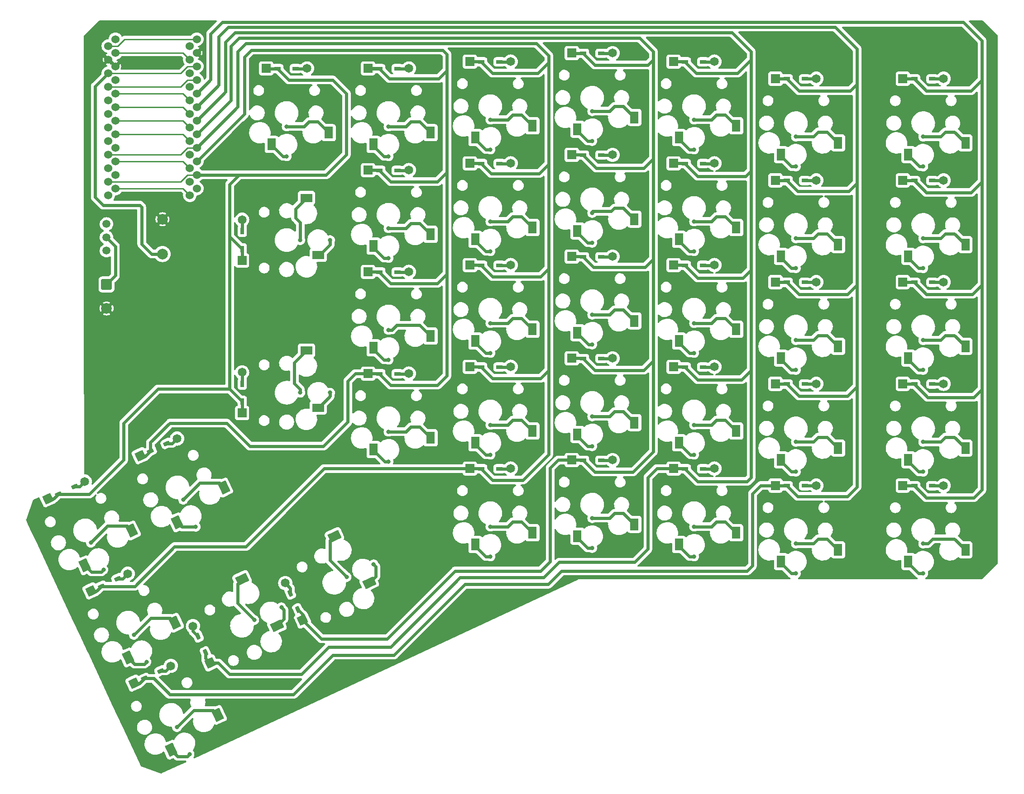
<source format=gtl>
%TF.GenerationSoftware,KiCad,Pcbnew,(6.0.5)*%
%TF.CreationDate,2022-06-12T17:08:15-07:00*%
%TF.ProjectId,ErgoDOX,4572676f-444f-4582-9e6b-696361645f70,rev?*%
%TF.SameCoordinates,Original*%
%TF.FileFunction,Copper,L1,Top*%
%TF.FilePolarity,Positive*%
%FSLAX46Y46*%
G04 Gerber Fmt 4.6, Leading zero omitted, Abs format (unit mm)*
G04 Created by KiCad (PCBNEW (6.0.5)) date 2022-06-12 17:08:15*
%MOMM*%
%LPD*%
G01*
G04 APERTURE LIST*
G04 Aperture macros list*
%AMRoundRect*
0 Rectangle with rounded corners*
0 $1 Rounding radius*
0 $2 $3 $4 $5 $6 $7 $8 $9 X,Y pos of 4 corners*
0 Add a 4 corners polygon primitive as box body*
4,1,4,$2,$3,$4,$5,$6,$7,$8,$9,$2,$3,0*
0 Add four circle primitives for the rounded corners*
1,1,$1+$1,$2,$3*
1,1,$1+$1,$4,$5*
1,1,$1+$1,$6,$7*
1,1,$1+$1,$8,$9*
0 Add four rect primitives between the rounded corners*
20,1,$1+$1,$2,$3,$4,$5,0*
20,1,$1+$1,$4,$5,$6,$7,0*
20,1,$1+$1,$6,$7,$8,$9,0*
20,1,$1+$1,$8,$9,$2,$3,0*%
%AMRotRect*
0 Rectangle, with rotation*
0 The origin of the aperture is its center*
0 $1 length*
0 $2 width*
0 $3 Rotation angle, in degrees counterclockwise*
0 Add horizontal line*
21,1,$1,$2,0,0,$3*%
G04 Aperture macros list end*
%TA.AperFunction,ComponentPad*%
%ADD10C,1.500000*%
%TD*%
%TA.AperFunction,ComponentPad*%
%ADD11RoundRect,0.250000X-0.750000X0.750000X-0.750000X-0.750000X0.750000X-0.750000X0.750000X0.750000X0*%
%TD*%
%TA.AperFunction,ComponentPad*%
%ADD12C,2.000000*%
%TD*%
%TA.AperFunction,ComponentPad*%
%ADD13C,0.800000*%
%TD*%
%TA.AperFunction,SMDPad,CuDef*%
%ADD14R,1.600000X2.200000*%
%TD*%
%TA.AperFunction,ComponentPad*%
%ADD15C,1.651000*%
%TD*%
%TA.AperFunction,SMDPad,CuDef*%
%ADD16RoundRect,0.051100X0.553900X0.313900X-0.553900X0.313900X-0.553900X-0.313900X0.553900X-0.313900X0*%
%TD*%
%TA.AperFunction,ComponentPad*%
%ADD17R,1.651000X1.651000*%
%TD*%
%TA.AperFunction,SMDPad,CuDef*%
%ADD18RotRect,1.600000X2.200000X205.000000*%
%TD*%
%TA.AperFunction,SMDPad,CuDef*%
%ADD19RoundRect,0.051100X0.369344X0.518578X-0.634664X0.050402X-0.369344X-0.518578X0.634664X-0.050402X0*%
%TD*%
%TA.AperFunction,ComponentPad*%
%ADD20RotRect,1.651000X1.651000X205.000000*%
%TD*%
%TA.AperFunction,SMDPad,CuDef*%
%ADD21R,2.200000X1.600000*%
%TD*%
%TA.AperFunction,SMDPad,CuDef*%
%ADD22RoundRect,0.051100X-0.313900X0.553900X-0.313900X-0.553900X0.313900X-0.553900X0.313900X0.553900X0*%
%TD*%
%TA.AperFunction,SMDPad,CuDef*%
%ADD23RotRect,1.600000X2.200000X295.000000*%
%TD*%
%TA.AperFunction,SMDPad,CuDef*%
%ADD24RoundRect,0.051100X-0.518578X0.369344X-0.050402X-0.634664X0.518578X-0.369344X0.050402X0.634664X0*%
%TD*%
%TA.AperFunction,ComponentPad*%
%ADD25RotRect,1.651000X1.651000X295.000000*%
%TD*%
%TA.AperFunction,ComponentPad*%
%ADD26C,1.524000*%
%TD*%
%TA.AperFunction,ViaPad*%
%ADD27C,0.609600*%
%TD*%
%TA.AperFunction,Conductor*%
%ADD28C,0.600000*%
%TD*%
%TA.AperFunction,Conductor*%
%ADD29C,0.609600*%
%TD*%
%TA.AperFunction,Conductor*%
%ADD30C,0.254000*%
%TD*%
G04 APERTURE END LIST*
D10*
%TO.P,BSW1,3*%
%TO.N,+BATT*%
X38695200Y-85897000D03*
%TO.P,BSW1,2*%
%TO.N,NET-(BSW1-PAD2)*%
X38695200Y-88397000D03*
%TO.P,BSW1,1*%
%TO.N,N/C*%
X38695200Y-90897000D03*
%TD*%
D11*
%TO.P,BATTERY,1*%
%TO.N,NET-(BSW1-PAD2)*%
X38709600Y-97205800D03*
D12*
%TO.P,BATTERY,2*%
%TO.N,GND*%
X38709600Y-101705800D03*
%TD*%
%TO.P,RSW1,1*%
%TO.N,GND*%
X49174400Y-85015000D03*
%TO.P,RSW1,2*%
%TO.N,/RST*%
X49174400Y-91515000D03*
%TD*%
D13*
%TO.P,SW5:10,1,1*%
%TO.N,/ROW5*%
X129540000Y-64770000D03*
D14*
X137440000Y-65930000D03*
D13*
%TO.P,SW5:10,2,2*%
%TO.N,Net-(SW5:10-Pad2)*%
X129540000Y-70358000D03*
D14*
X126740000Y-68130000D03*
D15*
%TO.P,SW5:10,3,A*%
X133350000Y-53898800D03*
D16*
X131220000Y-53936000D03*
D17*
%TO.P,SW5:10,4,K*%
%TO.N,/COL10*%
X125730000Y-53898800D03*
D16*
X127860000Y-53936000D03*
%TD*%
D13*
%TO.P,SW1:10,1,1*%
%TO.N,/ROW1*%
X129540000Y-140970000D03*
D14*
X137440000Y-142130000D03*
D13*
%TO.P,SW1:10,2,2*%
%TO.N,Net-(SW1:10-Pad2)*%
X129540000Y-146558000D03*
D14*
X126740000Y-144330000D03*
D15*
%TO.P,SW1:10,3,A*%
X133350000Y-130098800D03*
D16*
X131220000Y-130136000D03*
D17*
%TO.P,SW1:10,4,K*%
%TO.N,/COL10*%
X125730000Y-130098800D03*
D16*
X127860000Y-130136000D03*
%TD*%
D13*
%TO.P,SW2:10,1,1*%
%TO.N,/ROW2*%
X129540000Y-121920000D03*
D14*
X137440000Y-123080000D03*
D13*
%TO.P,SW2:10,2,2*%
%TO.N,Net-(SW2:10-Pad2)*%
X129540000Y-127508000D03*
D14*
X126740000Y-125280000D03*
D15*
%TO.P,SW2:10,3,A*%
X133350000Y-111048800D03*
D16*
X131220000Y-111086000D03*
D17*
%TO.P,SW2:10,4,K*%
%TO.N,/COL10*%
X125730000Y-111048800D03*
D16*
X127860000Y-111086000D03*
%TD*%
D13*
%TO.P,SW0:12,1,1*%
%TO.N,/ROW0*%
X51873450Y-180102022D03*
D18*
X59523519Y-177814655D03*
D13*
%TO.P,SW0:12,2,2*%
%TO.N,Net-(SW0:12-Pad2)*%
X54235041Y-185166470D03*
D18*
X50755786Y-184330547D03*
D15*
%TO.P,SW0:12,3,A*%
X50732115Y-168639193D03*
D19*
X48817401Y-169573085D03*
D20*
%TO.P,SW0:12,4,K*%
%TO.N,/COL1*%
X43826050Y-171859544D03*
D19*
X45772207Y-170993082D03*
%TD*%
D13*
%TO.P,SW0:9,1,1*%
%TO.N,/ROW0*%
X43821650Y-162835102D03*
D18*
X51471719Y-160547735D03*
D13*
%TO.P,SW0:9,2,2*%
%TO.N,Net-(SW0:9-Pad2)*%
X46183241Y-167899550D03*
D18*
X42703986Y-167063627D03*
D15*
%TO.P,SW0:9,3,A*%
X42680315Y-151372273D03*
D19*
X40765601Y-152306165D03*
D20*
%TO.P,SW0:9,4,K*%
%TO.N,/COL4*%
X35774250Y-154592624D03*
D19*
X37720407Y-153726162D03*
%TD*%
D13*
%TO.P,SW0:7,1,1*%
%TO.N,/ROW0*%
X35772390Y-145570722D03*
D18*
X43422459Y-143283355D03*
D13*
%TO.P,SW0:7,2,2*%
%TO.N,Net-(SW0:7-Pad2)*%
X38133981Y-150635170D03*
D18*
X34654726Y-149799247D03*
D15*
%TO.P,SW0:7,3,A*%
X34631055Y-134107893D03*
D19*
X32716341Y-135041785D03*
D20*
%TO.P,SW0:7,4,K*%
%TO.N,/COL6*%
X27724990Y-137328244D03*
D19*
X29671147Y-136461782D03*
%TD*%
D13*
%TO.P,SW2:7,1,1*%
%TO.N,/ROW2*%
X74930000Y-117485160D03*
D21*
X76090000Y-109585160D03*
D13*
%TO.P,SW2:7,2,2*%
%TO.N,Net-(SW2:7-Pad2)*%
X80518000Y-117485160D03*
D21*
X78290000Y-120285160D03*
D15*
%TO.P,SW2:7,3,A*%
X64058800Y-113675160D03*
D22*
X64096000Y-115805160D03*
D17*
%TO.P,SW2:7,4,K*%
%TO.N,/COL6*%
X64058800Y-121295160D03*
D22*
X64096000Y-119165160D03*
%TD*%
D13*
%TO.P,SW4:7,1,1*%
%TO.N,/ROW4*%
X74930000Y-88910160D03*
D21*
X76090000Y-81010160D03*
D13*
%TO.P,SW4:7,2,2*%
%TO.N,Net-(SW4:7-Pad2)*%
X80518000Y-88910160D03*
D21*
X78290000Y-91710160D03*
D15*
%TO.P,SW4:7,3,A*%
X64058800Y-85100160D03*
D22*
X64096000Y-87230160D03*
D17*
%TO.P,SW4:7,4,K*%
%TO.N,/COL6*%
X64058800Y-92720160D03*
D22*
X64096000Y-90590160D03*
%TD*%
D13*
%TO.P,SW0:8,1,1*%
%TO.N,/ROW0*%
X53036770Y-137521462D03*
D18*
X60686839Y-135234095D03*
D13*
%TO.P,SW0:8,2,2*%
%TO.N,Net-(SW0:8-Pad2)*%
X55398361Y-142585910D03*
D18*
X51919106Y-141749987D03*
D15*
%TO.P,SW0:8,3,A*%
X51895435Y-126058633D03*
D19*
X49980721Y-126992525D03*
D20*
%TO.P,SW0:8,4,K*%
%TO.N,/COL5*%
X44989370Y-129278984D03*
D19*
X46935527Y-128412522D03*
%TD*%
D13*
%TO.P,SW2:8,1,1*%
%TO.N,/ROW2*%
X91440000Y-124787660D03*
D14*
X99340000Y-125947660D03*
D13*
%TO.P,SW2:8,2,2*%
%TO.N,Net-(SW2:8-Pad2)*%
X91440000Y-130375660D03*
D14*
X88640000Y-128147660D03*
D15*
%TO.P,SW2:8,3,A*%
X95250000Y-113916460D03*
D16*
X93120000Y-113953660D03*
D17*
%TO.P,SW2:8,4,K*%
%TO.N,/COL5*%
X87630000Y-113916460D03*
D16*
X89760000Y-113953660D03*
%TD*%
D13*
%TO.P,SW4:8,1,1*%
%TO.N,/ROW4*%
X91440000Y-86687660D03*
D14*
X99340000Y-87847660D03*
D13*
%TO.P,SW4:8,2,2*%
%TO.N,Net-(SW4:8-Pad2)*%
X91440000Y-92275660D03*
D14*
X88640000Y-90047660D03*
D15*
%TO.P,SW4:8,3,A*%
X95250000Y-75816460D03*
D16*
X93120000Y-75853660D03*
D17*
%TO.P,SW4:8,4,K*%
%TO.N,/COL5*%
X87630000Y-75816460D03*
D16*
X89760000Y-75853660D03*
%TD*%
D13*
%TO.P,SW3:8,1,1*%
%TO.N,/ROW3*%
X91440000Y-105737660D03*
D14*
X99340000Y-106897660D03*
D13*
%TO.P,SW3:8,2,2*%
%TO.N,Net-(SW3:8-Pad2)*%
X91440000Y-111325660D03*
D14*
X88640000Y-109097660D03*
D15*
%TO.P,SW3:8,3,A*%
X95250000Y-94866460D03*
D16*
X93120000Y-94903660D03*
D17*
%TO.P,SW3:8,4,K*%
%TO.N,/COL5*%
X87630000Y-94866460D03*
D16*
X89760000Y-94903660D03*
%TD*%
D13*
%TO.P,SW1:9,1,1*%
%TO.N,/ROW1*%
X110490000Y-142567660D03*
D14*
X118390000Y-143727660D03*
D13*
%TO.P,SW1:9,2,2*%
%TO.N,Net-(SW1:9-Pad2)*%
X110490000Y-148155660D03*
D14*
X107690000Y-145927660D03*
D15*
%TO.P,SW1:9,3,A*%
X114300000Y-131696460D03*
D16*
X112170000Y-131733660D03*
D17*
%TO.P,SW1:9,4,K*%
%TO.N,/COL4*%
X106680000Y-131696460D03*
D16*
X108810000Y-131733660D03*
%TD*%
D13*
%TO.P,SW2:9,1,1*%
%TO.N,/ROW2*%
X110490000Y-123517660D03*
D14*
X118390000Y-124677660D03*
D13*
%TO.P,SW2:9,2,2*%
%TO.N,Net-(SW2:9-Pad2)*%
X110490000Y-129105660D03*
D14*
X107690000Y-126877660D03*
D15*
%TO.P,SW2:9,3,A*%
X114300000Y-112646460D03*
D16*
X112170000Y-112683660D03*
D17*
%TO.P,SW2:9,4,K*%
%TO.N,/COL4*%
X106680000Y-112646460D03*
D16*
X108810000Y-112683660D03*
%TD*%
D13*
%TO.P,SW3:9,1,1*%
%TO.N,/ROW3*%
X110490000Y-104467660D03*
D14*
X118390000Y-105627660D03*
D13*
%TO.P,SW3:9,2,2*%
%TO.N,Net-(SW3:9-Pad2)*%
X110490000Y-110055660D03*
D14*
X107690000Y-107827660D03*
D15*
%TO.P,SW3:9,3,A*%
X114300000Y-93596460D03*
D16*
X112170000Y-93633660D03*
D17*
%TO.P,SW3:9,4,K*%
%TO.N,/COL4*%
X106680000Y-93596460D03*
D16*
X108810000Y-93633660D03*
%TD*%
D13*
%TO.P,SW4:9,1,1*%
%TO.N,/ROW4*%
X110490000Y-85417660D03*
D14*
X118390000Y-86577660D03*
D13*
%TO.P,SW4:9,2,2*%
%TO.N,Net-(SW4:9-Pad2)*%
X110490000Y-91005660D03*
D14*
X107690000Y-88777660D03*
D15*
%TO.P,SW4:9,3,A*%
X114300000Y-74546460D03*
D16*
X112170000Y-74583660D03*
D17*
%TO.P,SW4:9,4,K*%
%TO.N,/COL4*%
X106680000Y-74546460D03*
D16*
X108810000Y-74583660D03*
%TD*%
D13*
%TO.P,SW5:9,1,1*%
%TO.N,/ROW5*%
X110490000Y-66367660D03*
D14*
X118390000Y-67527660D03*
D13*
%TO.P,SW5:9,2,2*%
%TO.N,Net-(SW5:9-Pad2)*%
X110490000Y-71955660D03*
D14*
X107690000Y-69727660D03*
D15*
%TO.P,SW5:9,3,A*%
X114300000Y-55496460D03*
D16*
X112170000Y-55533660D03*
D17*
%TO.P,SW5:9,4,K*%
%TO.N,/COL4*%
X106680000Y-55496460D03*
D16*
X108810000Y-55533660D03*
%TD*%
D13*
%TO.P,SW0:11,1,1*%
%TO.N,/ROW0*%
X66340502Y-160043830D03*
D23*
X64053135Y-152393761D03*
D13*
%TO.P,SW0:11,2,2*%
%TO.N,Net-(SW0:11-Pad2)*%
X71404950Y-157682239D03*
D23*
X70569027Y-161161494D03*
D15*
%TO.P,SW0:11,3,A*%
X54877673Y-161185165D03*
D24*
X55811565Y-163099879D03*
D25*
%TO.P,SW0:11,4,K*%
%TO.N,/COL11*%
X58098024Y-168091230D03*
D24*
X57231562Y-166145073D03*
%TD*%
D13*
%TO.P,SW0:10,1,1*%
%TO.N,/ROW0*%
X83604882Y-151992030D03*
D23*
X81317515Y-144341961D03*
D13*
%TO.P,SW0:10,2,2*%
%TO.N,Net-(SW0:10-Pad2)*%
X88669330Y-149630439D03*
D23*
X87833407Y-153109694D03*
D15*
%TO.P,SW0:10,3,A*%
X72142053Y-153133365D03*
D24*
X73075945Y-155048079D03*
D25*
%TO.P,SW0:10,4,K*%
%TO.N,/COL10*%
X75362404Y-160039430D03*
D24*
X74495942Y-158093273D03*
%TD*%
D13*
%TO.P,SW3:10,1,1*%
%TO.N,/ROW3*%
X129540000Y-102870000D03*
D14*
X137440000Y-104030000D03*
D13*
%TO.P,SW3:10,2,2*%
%TO.N,Net-(SW3:10-Pad2)*%
X129540000Y-108458000D03*
D14*
X126740000Y-106230000D03*
D15*
%TO.P,SW3:10,3,A*%
X133350000Y-91998800D03*
D16*
X131220000Y-92036000D03*
D17*
%TO.P,SW3:10,4,K*%
%TO.N,/COL10*%
X125730000Y-91998800D03*
D16*
X127860000Y-92036000D03*
%TD*%
D13*
%TO.P,SW4:10,1,1*%
%TO.N,/ROW4*%
X129540000Y-83820000D03*
D14*
X137440000Y-84980000D03*
D13*
%TO.P,SW4:10,2,2*%
%TO.N,Net-(SW4:10-Pad2)*%
X129540000Y-89408000D03*
D14*
X126740000Y-87180000D03*
D15*
%TO.P,SW4:10,3,A*%
X133350000Y-72948800D03*
D16*
X131220000Y-72986000D03*
D17*
%TO.P,SW4:10,4,K*%
%TO.N,/COL10*%
X125730000Y-72948800D03*
D16*
X127860000Y-72986000D03*
%TD*%
D13*
%TO.P,SW1:11,1,1*%
%TO.N,/ROW1*%
X148590000Y-142567660D03*
D14*
X156490000Y-143727660D03*
D13*
%TO.P,SW1:11,2,2*%
%TO.N,Net-(SW1:11-Pad2)*%
X148590000Y-148155660D03*
D14*
X145790000Y-145927660D03*
D15*
%TO.P,SW1:11,3,A*%
X152400000Y-131696460D03*
D16*
X150270000Y-131733660D03*
D17*
%TO.P,SW1:11,4,K*%
%TO.N,/COL11*%
X144780000Y-131696460D03*
D16*
X146910000Y-131733660D03*
%TD*%
D13*
%TO.P,SW2:11,1,1*%
%TO.N,/ROW2*%
X148590000Y-123517660D03*
D14*
X156490000Y-124677660D03*
D13*
%TO.P,SW2:11,2,2*%
%TO.N,Net-(SW2:11-Pad2)*%
X148590000Y-129105660D03*
D14*
X145790000Y-126877660D03*
D15*
%TO.P,SW2:11,3,A*%
X152400000Y-112646460D03*
D16*
X150270000Y-112683660D03*
D17*
%TO.P,SW2:11,4,K*%
%TO.N,/COL11*%
X144780000Y-112646460D03*
D16*
X146910000Y-112683660D03*
%TD*%
D13*
%TO.P,SW3:11,1,1*%
%TO.N,/ROW3*%
X148590000Y-104467660D03*
D14*
X156490000Y-105627660D03*
D13*
%TO.P,SW3:11,2,2*%
%TO.N,Net-(SW3:11-Pad2)*%
X148590000Y-110055660D03*
D14*
X145790000Y-107827660D03*
D15*
%TO.P,SW3:11,3,A*%
X152400000Y-93596460D03*
D16*
X150270000Y-93633660D03*
D17*
%TO.P,SW3:11,4,K*%
%TO.N,/COL11*%
X144780000Y-93596460D03*
D16*
X146910000Y-93633660D03*
%TD*%
%TO.P,SW4:11,4,K*%
%TO.N,/COL11*%
X146910000Y-74583660D03*
D17*
X144780000Y-74546460D03*
D16*
%TO.P,SW4:11,3,A*%
%TO.N,Net-(SW4:11-Pad2)*%
X150270000Y-74583660D03*
D15*
X152400000Y-74546460D03*
D14*
%TO.P,SW4:11,2,2*%
X145790000Y-88777660D03*
D13*
X148590000Y-91005660D03*
D14*
%TO.P,SW4:11,1,1*%
%TO.N,/ROW4*%
X156490000Y-86577660D03*
D13*
X148590000Y-85417660D03*
%TD*%
%TO.P,SW5:11,1,1*%
%TO.N,/ROW5*%
X148590000Y-66367660D03*
D14*
X156490000Y-67527660D03*
D13*
%TO.P,SW5:11,2,2*%
%TO.N,Net-(SW5:11-Pad2)*%
X148590000Y-71955660D03*
D14*
X145790000Y-69727660D03*
D15*
%TO.P,SW5:11,3,A*%
X152400000Y-55496460D03*
D16*
X150270000Y-55533660D03*
D17*
%TO.P,SW5:11,4,K*%
%TO.N,/COL11*%
X144780000Y-55496460D03*
D16*
X146910000Y-55533660D03*
%TD*%
D13*
%TO.P,SW1:12,1,1*%
%TO.N,/ROW1*%
X167640000Y-145742660D03*
D14*
X175540000Y-146902660D03*
D13*
%TO.P,SW1:12,2,2*%
%TO.N,Net-(SW1:12-Pad2)*%
X167640000Y-151330660D03*
D14*
X164840000Y-149102660D03*
D15*
%TO.P,SW1:12,3,A*%
X171450000Y-134871460D03*
D16*
X169320000Y-134908660D03*
D17*
%TO.P,SW1:12,4,K*%
%TO.N,/COL1*%
X163830000Y-134871460D03*
D16*
X165960000Y-134908660D03*
%TD*%
D13*
%TO.P,SW2:12,1,1*%
%TO.N,/ROW2*%
X167640000Y-126692660D03*
D14*
X175540000Y-127852660D03*
D13*
%TO.P,SW2:12,2,2*%
%TO.N,Net-(SW2:12-Pad2)*%
X167640000Y-132280660D03*
D14*
X164840000Y-130052660D03*
D15*
%TO.P,SW2:12,3,A*%
X171450000Y-115821460D03*
D16*
X169320000Y-115858660D03*
D17*
%TO.P,SW2:12,4,K*%
%TO.N,/COL1*%
X163830000Y-115821460D03*
D16*
X165960000Y-115858660D03*
%TD*%
D13*
%TO.P,SW3:12,1,1*%
%TO.N,/ROW3*%
X167640000Y-107642660D03*
D14*
X175540000Y-108802660D03*
D13*
%TO.P,SW3:12,2,2*%
%TO.N,Net-(SW3:12-Pad2)*%
X167640000Y-113230660D03*
D14*
X164840000Y-111002660D03*
D15*
%TO.P,SW3:12,3,A*%
X171450000Y-96771460D03*
D16*
X169320000Y-96808660D03*
D17*
%TO.P,SW3:12,4,K*%
%TO.N,/COL1*%
X163830000Y-96771460D03*
D16*
X165960000Y-96808660D03*
%TD*%
D13*
%TO.P,SW4:12,1,1*%
%TO.N,/ROW4*%
X167640000Y-88592660D03*
D14*
X175540000Y-89752660D03*
D13*
%TO.P,SW4:12,2,2*%
%TO.N,Net-(SW4:12-Pad2)*%
X167640000Y-94180660D03*
D14*
X164840000Y-91952660D03*
D15*
%TO.P,SW4:12,3,A*%
X171450000Y-77721460D03*
D16*
X169320000Y-77758660D03*
D17*
%TO.P,SW4:12,4,K*%
%TO.N,/COL1*%
X163830000Y-77721460D03*
D16*
X165960000Y-77758660D03*
%TD*%
D13*
%TO.P,SW5:12,1,1*%
%TO.N,/ROW5*%
X167640000Y-69545200D03*
D14*
X175540000Y-70705200D03*
D13*
%TO.P,SW5:12,2,2*%
%TO.N,Net-(SW5:12-Pad2)*%
X167640000Y-75133200D03*
D14*
X164840000Y-72905200D03*
D15*
%TO.P,SW5:12,3,A*%
X171450000Y-58674000D03*
D16*
X169320000Y-58711200D03*
D17*
%TO.P,SW5:12,4,K*%
%TO.N,/COL1*%
X163830000Y-58674000D03*
D16*
X165960000Y-58711200D03*
%TD*%
%TO.P,SW5:13,4,K*%
%TO.N,/COL0*%
X189772500Y-58711200D03*
D17*
X187642500Y-58674000D03*
D16*
%TO.P,SW5:13,3,A*%
%TO.N,Net-(SW5:13-Pad2)*%
X193132500Y-58711200D03*
D15*
X195262500Y-58674000D03*
D14*
%TO.P,SW5:13,2,2*%
X188652500Y-72905200D03*
D13*
X191452500Y-75133200D03*
D14*
%TO.P,SW5:13,1,1*%
%TO.N,/ROW5*%
X199352500Y-70705200D03*
D13*
X191452500Y-69545200D03*
%TD*%
%TO.P,SW4:13,1,1*%
%TO.N,/ROW4*%
X191452500Y-88592660D03*
D14*
X199352500Y-89752660D03*
D13*
%TO.P,SW4:13,2,2*%
%TO.N,Net-(SW4:13-Pad2)*%
X191452500Y-94180660D03*
D14*
X188652500Y-91952660D03*
D15*
%TO.P,SW4:13,3,A*%
X195262500Y-77721460D03*
D16*
X193132500Y-77758660D03*
D17*
%TO.P,SW4:13,4,K*%
%TO.N,/COL0*%
X187642500Y-77721460D03*
D16*
X189772500Y-77758660D03*
%TD*%
D13*
%TO.P,SW3:13,1,1*%
%TO.N,/ROW3*%
X191452500Y-107642660D03*
D14*
X199352500Y-108802660D03*
D13*
%TO.P,SW3:13,2,2*%
%TO.N,Net-(SW3:13-Pad2)*%
X191452500Y-113230660D03*
D14*
X188652500Y-111002660D03*
D15*
%TO.P,SW3:13,3,A*%
X195262500Y-96771460D03*
D16*
X193132500Y-96808660D03*
D17*
%TO.P,SW3:13,4,K*%
%TO.N,/COL0*%
X187642500Y-96771460D03*
D16*
X189772500Y-96808660D03*
%TD*%
D13*
%TO.P,SW2:13,1,1*%
%TO.N,/ROW2*%
X191452500Y-126692660D03*
D14*
X199352500Y-127852660D03*
D13*
%TO.P,SW2:13,2,2*%
%TO.N,Net-(SW2:13-Pad2)*%
X191452500Y-132280660D03*
D14*
X188652500Y-130052660D03*
D15*
%TO.P,SW2:13,3,A*%
X195262500Y-115821460D03*
D16*
X193132500Y-115858660D03*
D17*
%TO.P,SW2:13,4,K*%
%TO.N,/COL0*%
X187642500Y-115821460D03*
D16*
X189772500Y-115858660D03*
%TD*%
D13*
%TO.P,SW1:13,1,1*%
%TO.N,/ROW1*%
X191452500Y-145742660D03*
D14*
X199352500Y-146902660D03*
D13*
%TO.P,SW1:13,2,2*%
%TO.N,Net-(SW1:13-Pad2)*%
X191452500Y-151330660D03*
D14*
X188652500Y-149102660D03*
D15*
%TO.P,SW1:13,3,A*%
X195262500Y-134871460D03*
D16*
X193132500Y-134908660D03*
D17*
%TO.P,SW1:13,4,K*%
%TO.N,/COL0*%
X187642500Y-134871460D03*
D16*
X189772500Y-134908660D03*
%TD*%
D14*
%TO.P,SW5:8,1,1*%
%TO.N,/ROW5*%
X99340000Y-68800200D03*
D13*
X91440000Y-67640200D03*
D14*
%TO.P,SW5:8,2,2*%
%TO.N,Net-(SW5:8-Pad2)*%
X88640000Y-71000200D03*
D13*
X91440000Y-73228200D03*
D15*
%TO.P,SW5:8,3,A*%
X95250000Y-56769000D03*
D16*
X93120000Y-56806200D03*
D17*
%TO.P,SW5:8,4,K*%
%TO.N,/COL5*%
X87630000Y-56769000D03*
D16*
X89760000Y-56806200D03*
%TD*%
D13*
%TO.P,SW5:7,1,1*%
%TO.N,/ROW5*%
X72390000Y-67640200D03*
D14*
X80290000Y-68800200D03*
%TO.P,SW5:7,2,2*%
%TO.N,Net-(SW5:7-Pad2)*%
X69590000Y-71000200D03*
D13*
X72390000Y-73228200D03*
D16*
%TO.P,SW5:7,3,A*%
X74070000Y-56806200D03*
D15*
X76200000Y-56769000D03*
D16*
%TO.P,SW5:7,4,K*%
%TO.N,/COL6*%
X70710000Y-56806200D03*
D17*
X68580000Y-56769000D03*
%TD*%
D13*
%TO.P,STITCHING_VIA,GND*%
%TO.N,GND*%
X78130000Y-55020000D03*
%TD*%
%TO.P,STITCHING_VIA,GND*%
%TO.N,GND*%
X101490000Y-129460000D03*
%TD*%
%TO.P,STITCHING_VIA,GND*%
%TO.N,GND*%
X59870000Y-171840000D03*
%TD*%
%TO.P,STITCHING_VIA,GND*%
%TO.N,GND*%
X156972000Y-132510000D03*
%TD*%
%TO.P,STITCHING_VIA,GND*%
%TO.N,GND*%
X98806000Y-59944000D03*
%TD*%
D26*
%TO.P,U1,1*%
%TO.N,NET-(U3-PAD1)*%
X40372900Y-51297000D03*
X54286500Y-52567000D03*
%TO.P,U1,2*%
%TO.N,NET-(U3-PAD2)*%
X40372900Y-53837000D03*
X54286500Y-55107000D03*
%TO.P,U1,3*%
%TO.N,GND*%
X40372900Y-56377000D03*
X54286500Y-57647000D03*
%TO.P,U1,4*%
X40372900Y-58917000D03*
X54286500Y-60187000D03*
%TO.P,U1,5*%
%TO.N,NET-(U3-PAD5)*%
X40372900Y-61457000D03*
X54286500Y-62727000D03*
%TO.P,U1,6*%
%TO.N,NET-(U3-PAD6)*%
X54286500Y-65267000D03*
X40372900Y-63997000D03*
%TO.P,U1,7*%
%TO.N,/ROW5*%
X40372900Y-66537000D03*
X54286500Y-67807000D03*
%TO.P,U1,8*%
%TO.N,/ROW4*%
X54286500Y-70347000D03*
X40372900Y-69077000D03*
%TO.P,U1,9*%
%TO.N,/ROW3*%
X54286500Y-72887000D03*
X40372900Y-71617000D03*
%TO.P,U1,10*%
%TO.N,/ROW2*%
X40372900Y-74157000D03*
X54286500Y-75427000D03*
%TO.P,U1,11*%
%TO.N,/ROW1*%
X54286500Y-77967000D03*
X40372900Y-76697000D03*
%TO.P,U1,12*%
%TO.N,/ROW0*%
X40372900Y-79237000D03*
X54286500Y-80507000D03*
%TO.P,U1,13*%
%TO.N,NET-(U3-PAD13)*%
X55592900Y-79237000D03*
X39046500Y-80507000D03*
%TO.P,U1,14*%
%TO.N,/COL6*%
X55592900Y-76697000D03*
X39046500Y-77967000D03*
%TO.P,U1,15*%
%TO.N,/COL5*%
X39046500Y-75427000D03*
X55592900Y-74157000D03*
%TO.P,U1,16*%
%TO.N,/COL4*%
X55592900Y-71617000D03*
X39046500Y-72887000D03*
%TO.P,U1,17*%
%TO.N,/COL10*%
X39046500Y-70347000D03*
X55592900Y-69077000D03*
%TO.P,U1,18*%
%TO.N,/COL11*%
X39046500Y-67807000D03*
X55592900Y-66537000D03*
%TO.P,U1,19*%
%TO.N,/COL1*%
X55592900Y-63997000D03*
X39046500Y-65267000D03*
%TO.P,U1,20*%
%TO.N,/COL0*%
X55592900Y-61457000D03*
X39046500Y-62727000D03*
%TO.P,U1,21*%
%TO.N,VCC*%
X55592900Y-58917000D03*
X39046500Y-60187000D03*
%TO.P,U1,22*%
%TO.N,/RST*%
X55592900Y-56377000D03*
X39046500Y-57647000D03*
%TO.P,U1,23*%
%TO.N,GND*%
X55592900Y-53837000D03*
X39046500Y-55107000D03*
%TO.P,U1,24*%
%TO.N,+BATT*%
X55592900Y-51297000D03*
X39046500Y-52567000D03*
%TD*%
D27*
%TO.N,GND*%
X173964600Y-54102000D03*
X182803800Y-53060600D03*
X156159200Y-53644800D03*
%TD*%
D28*
%TO.N,/RST*%
X36601400Y-60092100D02*
X39046500Y-57647000D01*
X38074600Y-82372200D02*
X36601400Y-80899000D01*
X36601400Y-80899000D02*
X36601400Y-60092100D01*
X44958000Y-82372200D02*
X38074600Y-82372200D01*
X45288200Y-82702400D02*
X44958000Y-82372200D01*
X45288200Y-89636600D02*
X45288200Y-82702400D01*
X47166600Y-91515000D02*
X45389800Y-89738200D01*
X49174400Y-91515000D02*
X47166600Y-91515000D01*
X45389800Y-89738200D02*
X45288200Y-89636600D01*
%TO.N,NET-(BSW1-PAD2)*%
X40360600Y-95554800D02*
X38709600Y-97205800D01*
X40360600Y-90062400D02*
X40360600Y-95554800D01*
X38695200Y-88397000D02*
X40360600Y-90062400D01*
%TO.N,Net-(SW5:10-Pad2)*%
X131220000Y-53936000D02*
X133312800Y-53936000D01*
%TO.N,/COL10*%
X127860000Y-53936000D02*
X125767200Y-53936000D01*
%TO.N,Net-(SW4:10-Pad2)*%
X131220000Y-72986000D02*
X133312800Y-72986000D01*
%TO.N,/COL10*%
X125730000Y-72948800D02*
X127822800Y-72948800D01*
D29*
X138430000Y-51054000D02*
X140970000Y-53594000D01*
X61931900Y-62738000D02*
X61931900Y-52622100D01*
X61931900Y-52622100D02*
X63500000Y-51054000D01*
X55592900Y-69077000D02*
X61931900Y-62738000D01*
X63500000Y-51054000D02*
X138430000Y-51054000D01*
X140970000Y-53594000D02*
X140970000Y-55118000D01*
D28*
X78898974Y-163576000D02*
X75362404Y-160039430D01*
X119888000Y-150876000D02*
X103886000Y-150876000D01*
X121666000Y-131572000D02*
X121666000Y-149098000D01*
X121666000Y-149098000D02*
X119888000Y-150876000D01*
X123139200Y-130098800D02*
X121666000Y-131572000D01*
X103886000Y-150876000D02*
X91186000Y-163576000D01*
X91186000Y-163576000D02*
X78898974Y-163576000D01*
X125730000Y-130098800D02*
X123139200Y-130098800D01*
D29*
%TO.N,/COL11*%
X59633230Y-168091230D02*
X58098024Y-168091230D01*
X61722000Y-170180000D02*
X59633230Y-168091230D01*
X80264000Y-165100000D02*
X75184000Y-170180000D01*
X75184000Y-170180000D02*
X61722000Y-170180000D01*
X91821000Y-165100000D02*
X80264000Y-165100000D01*
X104838500Y-152082500D02*
X91821000Y-165100000D01*
X116840000Y-152082500D02*
X104838500Y-152082500D01*
D28*
%TO.N,/COL1*%
X158496000Y-150876000D02*
X159512000Y-149860000D01*
X159512000Y-149860000D02*
X159512000Y-136398000D01*
X123799600Y-150876000D02*
X158496000Y-150876000D01*
X161038540Y-134871460D02*
X163830000Y-134871460D01*
X121323100Y-153352500D02*
X123799600Y-150876000D01*
X105727500Y-153352500D02*
X121323100Y-153352500D01*
X159512000Y-136398000D02*
X161038540Y-134871460D01*
X92456000Y-166624000D02*
X105727500Y-153352500D01*
X81026000Y-166624000D02*
X92456000Y-166624000D01*
X73660000Y-173990000D02*
X81026000Y-166624000D01*
X50546000Y-173990000D02*
X73660000Y-173990000D01*
X47549082Y-170993082D02*
X50546000Y-173990000D01*
X45772207Y-170993082D02*
X47549082Y-170993082D01*
%TO.N,Net-(SW0:12-Pad2)*%
X48817401Y-169573085D02*
X49798223Y-169573085D01*
X49798223Y-169573085D02*
X50732115Y-168639193D01*
%TO.N,/COL1*%
X44905745Y-171859544D02*
X45772207Y-170993082D01*
X43826050Y-171859544D02*
X44905745Y-171859544D01*
%TO.N,/ROW0*%
X58699591Y-176990727D02*
X59523519Y-177814655D01*
X54984745Y-176990727D02*
X58699591Y-176990727D01*
X51873450Y-180102022D02*
X54984745Y-176990727D01*
%TO.N,Net-(SW0:12-Pad2)*%
X53835041Y-185566470D02*
X54235041Y-185166470D01*
X51991709Y-185566470D02*
X53835041Y-185566470D01*
X50755786Y-184330547D02*
X51991709Y-185566470D01*
%TO.N,/COL4*%
X79377540Y-131696460D02*
X106680000Y-131696460D01*
X64770000Y-146304000D02*
X79377540Y-131696460D01*
X51420324Y-146304000D02*
X64770000Y-146304000D01*
X43998162Y-153726162D02*
X51420324Y-146304000D01*
X37720407Y-153726162D02*
X43998162Y-153726162D01*
%TO.N,/ROW0*%
X46936753Y-159719999D02*
X43821650Y-162835102D01*
X50643983Y-159719999D02*
X46936753Y-159719999D01*
X51471719Y-160547735D02*
X50643983Y-159719999D01*
%TO.N,Net-(SW0:9-Pad2)*%
X45783241Y-168299550D02*
X46183241Y-167899550D01*
X43939909Y-168299550D02*
X45783241Y-168299550D01*
X42703986Y-167063627D02*
X43939909Y-168299550D01*
X41746423Y-152306165D02*
X42680315Y-151372273D01*
X40765601Y-152306165D02*
X41746423Y-152306165D01*
%TO.N,/COL4*%
X36853945Y-154592624D02*
X37720407Y-153726162D01*
X35774250Y-154592624D02*
X36853945Y-154592624D01*
%TO.N,/COL6*%
X48308840Y-116791160D02*
X61722000Y-116791160D01*
X35496218Y-136461782D02*
X41910000Y-130048000D01*
X41910000Y-130048000D02*
X41910000Y-123190000D01*
X41910000Y-123190000D02*
X48308840Y-116791160D01*
X29671147Y-136461782D02*
X35496218Y-136461782D01*
%TO.N,/ROW0*%
X42598531Y-142459427D02*
X43422459Y-143283355D01*
X38883685Y-142459427D02*
X42598531Y-142459427D01*
X35772390Y-145570722D02*
X38883685Y-142459427D01*
%TO.N,Net-(SW0:7-Pad2)*%
X37733981Y-151035170D02*
X38133981Y-150635170D01*
X35890649Y-151035170D02*
X37733981Y-151035170D01*
X34654726Y-149799247D02*
X35890649Y-151035170D01*
X32716341Y-135041785D02*
X33697163Y-135041785D01*
X33697163Y-135041785D02*
X34631055Y-134107893D01*
%TO.N,/COL6*%
X28804685Y-137328244D02*
X29671147Y-136461782D01*
X27724990Y-137328244D02*
X28804685Y-137328244D01*
X61722000Y-116791160D02*
X64096000Y-119165160D01*
X61722000Y-88216160D02*
X61722000Y-116791160D01*
X64096000Y-119165160D02*
X64096000Y-121257960D01*
%TO.N,Net-(SW2:7-Pad2)*%
X64096000Y-115805160D02*
X64096000Y-113712360D01*
X80518000Y-118155621D02*
X80518000Y-117485160D01*
X78388461Y-120285160D02*
X80518000Y-118155621D01*
%TO.N,/ROW2*%
X73839521Y-115753377D02*
X74930000Y-116843856D01*
X73839521Y-111835639D02*
X73839521Y-115753377D01*
X74930000Y-116843856D02*
X74930000Y-117485160D01*
X76090000Y-109585160D02*
X73839521Y-111835639D01*
%TO.N,/COL6*%
X63743000Y-76697000D02*
X79767000Y-76697000D01*
X63511000Y-76697000D02*
X63743000Y-76697000D01*
X55592900Y-76697000D02*
X63743000Y-76697000D01*
X61722000Y-78486000D02*
X63511000Y-76697000D01*
X61722000Y-88216160D02*
X61722000Y-78486000D01*
X64096000Y-90590160D02*
X61722000Y-88216160D01*
%TO.N,Net-(SW4:7-Pad2)*%
X80518000Y-89782160D02*
X80518000Y-88910160D01*
X78590000Y-91710160D02*
X80518000Y-89782160D01*
%TO.N,/ROW4*%
X74040479Y-83059681D02*
X76090000Y-81010160D01*
X74930000Y-85648621D02*
X74040479Y-84759100D01*
X74040479Y-84759100D02*
X74040479Y-83059681D01*
X74930000Y-88910160D02*
X74930000Y-85648621D01*
%TO.N,Net-(SW4:7-Pad2)*%
X64096000Y-87230160D02*
X64096000Y-85137360D01*
%TO.N,/COL6*%
X64058800Y-92720160D02*
X64058800Y-90627360D01*
X79767000Y-76697000D02*
X83566000Y-72898000D01*
X83566000Y-61468000D02*
X83566000Y-72898000D01*
X81026000Y-58928000D02*
X83566000Y-61468000D01*
X72831800Y-58928000D02*
X81026000Y-58928000D01*
X70710000Y-56806200D02*
X72831800Y-58928000D01*
%TO.N,/COL5*%
X79248000Y-127508000D02*
X83820000Y-122936000D01*
X65532000Y-127508000D02*
X79248000Y-127508000D01*
X61214000Y-123190000D02*
X65532000Y-127508000D01*
X50546000Y-123190000D02*
X61214000Y-123190000D01*
X46935527Y-126800473D02*
X50546000Y-123190000D01*
X46935527Y-128412522D02*
X46935527Y-126800473D01*
X83820000Y-115316000D02*
X83820000Y-122936000D01*
%TO.N,/ROW0*%
X56151873Y-134406359D02*
X53036770Y-137521462D01*
X59859103Y-134406359D02*
X56151873Y-134406359D01*
X60686839Y-135234095D02*
X59859103Y-134406359D01*
%TO.N,Net-(SW0:8-Pad2)*%
X52785296Y-142616177D02*
X55368094Y-142616177D01*
X51919106Y-141749987D02*
X52785296Y-142616177D01*
X50961543Y-126992525D02*
X51895435Y-126058633D01*
X49980721Y-126992525D02*
X50961543Y-126992525D01*
%TO.N,/COL5*%
X46069065Y-129278984D02*
X46935527Y-128412522D01*
X44989370Y-129278984D02*
X46069065Y-129278984D01*
X87630000Y-113916460D02*
X85219540Y-113916460D01*
X85219540Y-113916460D02*
X83820000Y-115316000D01*
%TO.N,/ROW2*%
X97290479Y-123898139D02*
X99340000Y-125947660D01*
X95591060Y-123898139D02*
X97290479Y-123898139D01*
X94701539Y-124787660D02*
X95591060Y-123898139D01*
X91440000Y-124787660D02*
X94701539Y-124787660D01*
%TO.N,Net-(SW2:8-Pad2)*%
X88640000Y-128246121D02*
X90769539Y-130375660D01*
X90769539Y-130375660D02*
X91440000Y-130375660D01*
%TO.N,/COL5*%
X91884340Y-116078000D02*
X100584000Y-116078000D01*
X89760000Y-113953660D02*
X91884340Y-116078000D01*
X100584000Y-116078000D02*
X102362000Y-114300000D01*
X102362000Y-95250000D02*
X102362000Y-114300000D01*
%TO.N,Net-(SW2:8-Pad2)*%
X93120000Y-113953660D02*
X95212800Y-113953660D01*
%TO.N,/COL5*%
X87630000Y-113916460D02*
X89722800Y-113916460D01*
%TO.N,Net-(SW3:8-Pad2)*%
X90568000Y-111325660D02*
X91440000Y-111325660D01*
X88640000Y-109397660D02*
X90568000Y-111325660D01*
%TO.N,/ROW3*%
X92081304Y-105737660D02*
X91440000Y-105737660D01*
X92970825Y-104848139D02*
X92081304Y-105737660D01*
X97290479Y-104848139D02*
X92970825Y-104848139D01*
X99340000Y-106897660D02*
X97290479Y-104848139D01*
%TO.N,/COL5*%
X91884340Y-97028000D02*
X100584000Y-97028000D01*
X89760000Y-94903660D02*
X91884340Y-97028000D01*
X102362000Y-76200000D02*
X102362000Y-95250000D01*
X100584000Y-97028000D02*
X102362000Y-95250000D01*
%TO.N,Net-(SW3:8-Pad2)*%
X93120000Y-94903660D02*
X95212800Y-94903660D01*
%TO.N,/COL5*%
X87630000Y-94866460D02*
X89722800Y-94866460D01*
X100584000Y-77978000D02*
X102362000Y-76200000D01*
X91884340Y-77978000D02*
X100584000Y-77978000D01*
X102362000Y-57150000D02*
X102362000Y-76200000D01*
X89760000Y-75853660D02*
X91884340Y-77978000D01*
%TO.N,/ROW4*%
X97290479Y-85798139D02*
X99340000Y-87847660D01*
X95591060Y-85798139D02*
X97290479Y-85798139D01*
X91440000Y-86687660D02*
X94701539Y-86687660D01*
X94701539Y-86687660D02*
X95591060Y-85798139D01*
%TO.N,Net-(SW4:8-Pad2)*%
X90568000Y-92275660D02*
X91440000Y-92275660D01*
X88640000Y-90347660D02*
X90568000Y-92275660D01*
X93120000Y-75853660D02*
X95212800Y-75853660D01*
%TO.N,/COL5*%
X87630000Y-75816460D02*
X89722800Y-75816460D01*
X63754000Y-66040000D02*
X64516000Y-65278000D01*
X63709900Y-66040000D02*
X63754000Y-66040000D01*
X64516000Y-54610000D02*
X64516000Y-65278000D01*
X101600000Y-53340000D02*
X65786000Y-53340000D01*
X65786000Y-53340000D02*
X64516000Y-54610000D01*
X102362000Y-54102000D02*
X101600000Y-53340000D01*
X100838000Y-58674000D02*
X102362000Y-57150000D01*
X63709900Y-66040000D02*
X55592900Y-74157000D01*
X102362000Y-57150000D02*
X102362000Y-54102000D01*
X91627800Y-58674000D02*
X100838000Y-58674000D01*
X89760000Y-56806200D02*
X91627800Y-58674000D01*
%TO.N,/ROW1*%
X116340479Y-141678139D02*
X118390000Y-143727660D01*
X113751539Y-142567660D02*
X114641060Y-141678139D01*
X114641060Y-141678139D02*
X116340479Y-141678139D01*
X110490000Y-142567660D02*
X113751539Y-142567660D01*
%TO.N,Net-(SW1:9-Pad2)*%
X107690000Y-146227660D02*
X109618000Y-148155660D01*
X109618000Y-148155660D02*
X110490000Y-148155660D01*
%TO.N,/COL4*%
X121412000Y-129032000D02*
X121412000Y-113284000D01*
X116586000Y-133858000D02*
X121412000Y-129032000D01*
X110934340Y-133858000D02*
X116586000Y-133858000D01*
X108810000Y-131733660D02*
X110934340Y-133858000D01*
%TO.N,Net-(SW1:9-Pad2)*%
X112170000Y-131733660D02*
X114262800Y-131733660D01*
%TO.N,/COL4*%
X106680000Y-131696460D02*
X108772800Y-131696460D01*
%TO.N,Net-(SW2:9-Pad2)*%
X109618000Y-129105660D02*
X110490000Y-129105660D01*
X107690000Y-127177660D02*
X109618000Y-129105660D01*
%TO.N,/ROW2*%
X116340479Y-122628139D02*
X118390000Y-124677660D01*
X113751539Y-123517660D02*
X114641060Y-122628139D01*
X110490000Y-123517660D02*
X113751539Y-123517660D01*
X114641060Y-122628139D02*
X116340479Y-122628139D01*
%TO.N,/COL4*%
X110934340Y-114808000D02*
X119888000Y-114808000D01*
X119888000Y-114808000D02*
X121412000Y-113284000D01*
X108810000Y-112683660D02*
X110934340Y-114808000D01*
X121412000Y-94234000D02*
X121412000Y-113284000D01*
%TO.N,Net-(SW2:9-Pad2)*%
X112170000Y-112683660D02*
X114262800Y-112683660D01*
%TO.N,/COL4*%
X106680000Y-112646460D02*
X108772800Y-112646460D01*
%TO.N,/ROW3*%
X116340479Y-103578139D02*
X118390000Y-105627660D01*
X114641060Y-103578139D02*
X116340479Y-103578139D01*
X110490000Y-104467660D02*
X113751539Y-104467660D01*
X113751539Y-104467660D02*
X114641060Y-103578139D01*
%TO.N,Net-(SW3:9-Pad2)*%
X109618000Y-110055660D02*
X110490000Y-110055660D01*
X107690000Y-108127660D02*
X109618000Y-110055660D01*
%TO.N,/COL4*%
X110934340Y-95758000D02*
X119888000Y-95758000D01*
X108810000Y-93633660D02*
X110934340Y-95758000D01*
X119888000Y-95758000D02*
X121412000Y-94234000D01*
X121412000Y-74676000D02*
X121412000Y-94234000D01*
%TO.N,Net-(SW3:9-Pad2)*%
X112170000Y-93633660D02*
X114262800Y-93633660D01*
%TO.N,/COL4*%
X106680000Y-93596460D02*
X108772800Y-93596460D01*
%TO.N,/ROW4*%
X114641060Y-84528139D02*
X116340479Y-84528139D01*
X113751539Y-85417660D02*
X114641060Y-84528139D01*
X116340479Y-84528139D02*
X118390000Y-86577660D01*
X110490000Y-85417660D02*
X113751539Y-85417660D01*
%TO.N,Net-(SW4:9-Pad2)*%
X109618000Y-91005660D02*
X110490000Y-91005660D01*
X107690000Y-89077660D02*
X109618000Y-91005660D01*
X112170000Y-74583660D02*
X114262800Y-74583660D01*
%TO.N,/COL4*%
X119634000Y-76454000D02*
X121412000Y-74676000D01*
X110680340Y-76454000D02*
X119634000Y-76454000D01*
X108810000Y-74583660D02*
X110680340Y-76454000D01*
X121412000Y-55626000D02*
X121412000Y-74676000D01*
X106680000Y-74546460D02*
X108772800Y-74546460D01*
%TO.N,/ROW5*%
X114641060Y-65478139D02*
X116340479Y-65478139D01*
X113751539Y-66367660D02*
X114641060Y-65478139D01*
X116340479Y-65478139D02*
X118390000Y-67527660D01*
X110490000Y-66367660D02*
X113751539Y-66367660D01*
%TO.N,Net-(SW5:9-Pad2)*%
X109618000Y-71955660D02*
X110490000Y-71955660D01*
X107690000Y-70027660D02*
X109618000Y-71955660D01*
%TO.N,/COL4*%
X119380000Y-57658000D02*
X121412000Y-55626000D01*
X121412000Y-54356000D02*
X121412000Y-55626000D01*
X63246000Y-53594000D02*
X63246000Y-63963900D01*
X63246000Y-63963900D02*
X55592900Y-71617000D01*
X110934340Y-57658000D02*
X119380000Y-57658000D01*
X108810000Y-55533660D02*
X110934340Y-57658000D01*
%TO.N,Net-(SW5:9-Pad2)*%
X112170000Y-55533660D02*
X114262800Y-55533660D01*
%TO.N,/COL4*%
X106680000Y-55496460D02*
X108772800Y-55496460D01*
X119126000Y-52070000D02*
X121412000Y-54356000D01*
X64770000Y-52070000D02*
X119126000Y-52070000D01*
X64770000Y-52070000D02*
X63246000Y-53594000D01*
%TO.N,/COL5*%
X87630000Y-56769000D02*
X89722800Y-56769000D01*
%TO.N,/ROW0*%
X63225399Y-156928727D02*
X66340502Y-160043830D01*
X63225399Y-153221497D02*
X63225399Y-156928727D01*
X64053135Y-152393761D02*
X63225399Y-153221497D01*
%TO.N,Net-(SW0:11-Pad2)*%
X54877673Y-162165987D02*
X55811565Y-163099879D01*
X54877673Y-161185165D02*
X54877673Y-162165987D01*
%TO.N,/COL11*%
X57231562Y-167224768D02*
X58098024Y-168091230D01*
X57231562Y-166145073D02*
X57231562Y-167224768D01*
%TO.N,Net-(SW0:11-Pad2)*%
X71882000Y-158159289D02*
X71404950Y-157682239D01*
X70569027Y-161161494D02*
X71882000Y-159848521D01*
X71882000Y-159848521D02*
X71882000Y-158159289D01*
%TO.N,/COL10*%
X75362404Y-160039430D02*
X75362404Y-158959735D01*
X75362404Y-158959735D02*
X74495942Y-158093273D01*
%TO.N,Net-(SW0:10-Pad2)*%
X73075945Y-154067257D02*
X72142053Y-153133365D01*
X73075945Y-155048079D02*
X73075945Y-154067257D01*
X89069330Y-150030439D02*
X88669330Y-149630439D01*
X89069330Y-151873771D02*
X89069330Y-150030439D01*
X87833407Y-153109694D02*
X89069330Y-151873771D01*
%TO.N,/ROW0*%
X80489779Y-145169697D02*
X80489779Y-148876927D01*
X81317515Y-144341961D02*
X80489779Y-145169697D01*
X80489779Y-148876927D02*
X83604882Y-151992030D01*
%TO.N,/COL10*%
X137160000Y-132334000D02*
X139192000Y-130302000D01*
X130058000Y-132334000D02*
X137160000Y-132334000D01*
X127860000Y-130136000D02*
X130058000Y-132334000D01*
%TO.N,/ROW1*%
X135390479Y-140080479D02*
X137440000Y-142130000D01*
X132801539Y-140970000D02*
X133691060Y-140080479D01*
X133691060Y-140080479D02*
X135390479Y-140080479D01*
X129540000Y-140970000D02*
X132801539Y-140970000D01*
%TO.N,Net-(SW1:10-Pad2)*%
X128668000Y-146558000D02*
X129540000Y-146558000D01*
X126740000Y-144630000D02*
X128668000Y-146558000D01*
X131220000Y-130136000D02*
X133312800Y-130136000D01*
%TO.N,/COL10*%
X125730000Y-130098800D02*
X127822800Y-130098800D01*
%TO.N,/ROW2*%
X135390479Y-121030479D02*
X137440000Y-123080000D01*
X132801539Y-121920000D02*
X133691060Y-121030479D01*
X129540000Y-121920000D02*
X132801539Y-121920000D01*
X133691060Y-121030479D02*
X135390479Y-121030479D01*
%TO.N,Net-(SW2:10-Pad2)*%
X128668000Y-127508000D02*
X129540000Y-127508000D01*
X126740000Y-125580000D02*
X128668000Y-127508000D01*
X131220000Y-111086000D02*
X133312800Y-111086000D01*
%TO.N,/COL10*%
X139192000Y-113284000D02*
X140970000Y-111506000D01*
X130058000Y-113284000D02*
X139192000Y-113284000D01*
D29*
X140970000Y-111506000D02*
X140970000Y-128524000D01*
X140970000Y-92456000D02*
X140970000Y-111506000D01*
D28*
X127860000Y-111086000D02*
X130058000Y-113284000D01*
X125730000Y-111048800D02*
X127822800Y-111048800D01*
X129804000Y-93980000D02*
X139446000Y-93980000D01*
X127860000Y-92036000D02*
X129804000Y-93980000D01*
D29*
X140970000Y-84074000D02*
X140970000Y-92456000D01*
D28*
X139446000Y-93980000D02*
X140970000Y-92456000D01*
D29*
X140970000Y-128524000D02*
X139192000Y-130302000D01*
D28*
%TO.N,/ROW3*%
X135390479Y-101980479D02*
X137440000Y-104030000D01*
X133691060Y-101980479D02*
X135390479Y-101980479D01*
X132801539Y-102870000D02*
X133691060Y-101980479D01*
X129540000Y-102870000D02*
X132801539Y-102870000D01*
%TO.N,Net-(SW3:10-Pad2)*%
X128869539Y-108458000D02*
X129540000Y-108458000D01*
X126740000Y-106328461D02*
X128869539Y-108458000D01*
X131220000Y-92036000D02*
X133312800Y-92036000D01*
%TO.N,/COL10*%
X125730000Y-91998800D02*
X127822800Y-91998800D01*
X127860000Y-72986000D02*
X130312000Y-75438000D01*
X130312000Y-75438000D02*
X139192000Y-75438000D01*
D29*
X140970000Y-73660000D02*
X140970000Y-84074000D01*
D28*
X139192000Y-75438000D02*
X140970000Y-73660000D01*
D29*
X140970000Y-55118000D02*
X140970000Y-73660000D01*
D28*
%TO.N,/ROW4*%
X133092018Y-83529521D02*
X133691060Y-82930479D01*
X129576479Y-83529521D02*
X133092018Y-83529521D01*
X129540000Y-83566000D02*
X129576479Y-83529521D01*
X129540000Y-83820000D02*
X129540000Y-83566000D01*
X133691060Y-82930479D02*
X135390479Y-82930479D01*
X135390479Y-82930479D02*
X137440000Y-84980000D01*
%TO.N,Net-(SW4:10-Pad2)*%
X128668000Y-89408000D02*
X129540000Y-89408000D01*
X126740000Y-87480000D02*
X128668000Y-89408000D01*
%TO.N,/ROW5*%
X135390479Y-63880479D02*
X137440000Y-65930000D01*
X132801539Y-64770000D02*
X133691060Y-63880479D01*
X133691060Y-63880479D02*
X135390479Y-63880479D01*
X129540000Y-64770000D02*
X132801539Y-64770000D01*
%TO.N,Net-(SW5:10-Pad2)*%
X128668000Y-70358000D02*
X129540000Y-70358000D01*
X126740000Y-68430000D02*
X128668000Y-70358000D01*
%TO.N,/COL10*%
X139954000Y-56134000D02*
X140970000Y-55118000D01*
X130058000Y-56134000D02*
X139954000Y-56134000D01*
X127860000Y-53936000D02*
X130058000Y-56134000D01*
D29*
%TO.N,/COL0*%
X60349920Y-48108080D02*
X58166000Y-50292000D01*
X58166000Y-50292000D02*
X58166000Y-58883900D01*
X198984080Y-48108080D02*
X60349920Y-48108080D01*
X58166000Y-58883900D02*
X55592900Y-61457000D01*
X202438000Y-51562000D02*
X198984080Y-48108080D01*
X202438000Y-58420000D02*
X202438000Y-51562000D01*
D28*
%TO.N,/COL11*%
X60960000Y-51816000D02*
X60960000Y-61169900D01*
X62738000Y-50038000D02*
X60960000Y-51816000D01*
X159258000Y-53594000D02*
X155702000Y-50038000D01*
X155702000Y-50038000D02*
X62738000Y-50038000D01*
X159258000Y-55118000D02*
X159258000Y-53594000D01*
X60960000Y-61169900D02*
X55592900Y-66537000D01*
D29*
%TO.N,/COL1*%
X59690000Y-50800000D02*
X59690000Y-59899900D01*
X59690000Y-59899900D02*
X55592900Y-63997000D01*
X179070000Y-53086000D02*
X175006000Y-49022000D01*
X175006000Y-49022000D02*
X61468000Y-49022000D01*
X179070000Y-59690000D02*
X179070000Y-53086000D01*
X61468000Y-49022000D02*
X59690000Y-50800000D01*
D28*
%TO.N,/COL11*%
X139954000Y-133350000D02*
X139954000Y-146748500D01*
X141607540Y-131696460D02*
X139954000Y-133350000D01*
X139954000Y-146748500D02*
X137477500Y-149225000D01*
X144780000Y-131696460D02*
X141607540Y-131696460D01*
X158496000Y-134112000D02*
X159258000Y-133350000D01*
X149288340Y-134112000D02*
X158496000Y-134112000D01*
X146910000Y-131733660D02*
X149288340Y-134112000D01*
X159258000Y-113284000D02*
X159258000Y-133350000D01*
%TO.N,/ROW1*%
X152741060Y-141678139D02*
X154440479Y-141678139D01*
X148590000Y-142567660D02*
X151851539Y-142567660D01*
X151851539Y-142567660D02*
X152741060Y-141678139D01*
X154440479Y-141678139D02*
X156490000Y-143727660D01*
%TO.N,Net-(SW1:11-Pad2)*%
X147718000Y-148155660D02*
X148590000Y-148155660D01*
X145790000Y-146227660D02*
X147718000Y-148155660D01*
X150270000Y-131733660D02*
X152362800Y-131733660D01*
%TO.N,/COL11*%
X144780000Y-131696460D02*
X146872800Y-131696460D01*
X149288340Y-115062000D02*
X157480000Y-115062000D01*
X157480000Y-115062000D02*
X159258000Y-113284000D01*
X146910000Y-112683660D02*
X149288340Y-115062000D01*
X159258000Y-94488000D02*
X159258000Y-113284000D01*
%TO.N,/ROW2*%
X154440479Y-122628139D02*
X156490000Y-124677660D01*
X152741060Y-122628139D02*
X154440479Y-122628139D01*
X151851539Y-123517660D02*
X152741060Y-122628139D01*
X148590000Y-123517660D02*
X151851539Y-123517660D01*
%TO.N,Net-(SW2:11-Pad2)*%
X147919539Y-129105660D02*
X148590000Y-129105660D01*
X145790000Y-126976121D02*
X147919539Y-129105660D01*
X150270000Y-112683660D02*
X152362800Y-112683660D01*
%TO.N,/COL11*%
X144780000Y-112646460D02*
X146872800Y-112646460D01*
X157734000Y-96012000D02*
X159258000Y-94488000D01*
X149288340Y-96012000D02*
X157734000Y-96012000D01*
X146910000Y-93633660D02*
X149288340Y-96012000D01*
X159258000Y-75946000D02*
X159258000Y-94488000D01*
%TO.N,/ROW3*%
X154440479Y-103578139D02*
X156490000Y-105627660D01*
X151851539Y-104467660D02*
X152741060Y-103578139D01*
X148590000Y-104467660D02*
X151851539Y-104467660D01*
X152741060Y-103578139D02*
X154440479Y-103578139D01*
%TO.N,Net-(SW3:11-Pad2)*%
X147718000Y-110055660D02*
X148590000Y-110055660D01*
X145790000Y-108127660D02*
X147718000Y-110055660D01*
X150270000Y-93633660D02*
X152362800Y-93633660D01*
%TO.N,/COL11*%
X144780000Y-93596460D02*
X146872800Y-93596460D01*
X158242000Y-76962000D02*
X159258000Y-75946000D01*
X146910000Y-74583660D02*
X149288340Y-76962000D01*
X149288340Y-76962000D02*
X158242000Y-76962000D01*
X159258000Y-55118000D02*
X159258000Y-75946000D01*
%TO.N,Net-(SW4:11-Pad2)*%
X150270000Y-74583660D02*
X152362800Y-74583660D01*
%TO.N,/COL11*%
X144780000Y-74546460D02*
X146872800Y-74546460D01*
%TO.N,Net-(SW4:11-Pad2)*%
X147718000Y-91005660D02*
X148590000Y-91005660D01*
X145790000Y-89077660D02*
X147718000Y-91005660D01*
%TO.N,/ROW4*%
X154440479Y-84528139D02*
X156490000Y-86577660D01*
X152741060Y-84528139D02*
X154440479Y-84528139D01*
X151851539Y-85417660D02*
X152741060Y-84528139D01*
X148590000Y-85417660D02*
X151851539Y-85417660D01*
%TO.N,/ROW5*%
X154440479Y-65478139D02*
X156490000Y-67527660D01*
X152741060Y-65478139D02*
X154440479Y-65478139D01*
X151851539Y-66367660D02*
X152741060Y-65478139D01*
X148590000Y-66367660D02*
X151851539Y-66367660D01*
%TO.N,Net-(SW5:11-Pad2)*%
X145790000Y-70027660D02*
X147718000Y-71955660D01*
X147718000Y-71955660D02*
X148590000Y-71955660D01*
X150270000Y-55533660D02*
X152362800Y-55533660D01*
%TO.N,/COL11*%
X144780000Y-55496460D02*
X146872800Y-55496460D01*
X156718000Y-57658000D02*
X159258000Y-55118000D01*
X149034340Y-57658000D02*
X156718000Y-57658000D01*
X146910000Y-55533660D02*
X149034340Y-57658000D01*
%TO.N,/COL1*%
X177292000Y-136906000D02*
X179070000Y-135128000D01*
X167957340Y-136906000D02*
X177292000Y-136906000D01*
X165960000Y-134908660D02*
X167957340Y-136906000D01*
%TO.N,/ROW1*%
X171791060Y-144853139D02*
X173490479Y-144853139D01*
X170901539Y-145742660D02*
X171791060Y-144853139D01*
X167640000Y-145742660D02*
X170901539Y-145742660D01*
X173490479Y-144853139D02*
X175540000Y-146902660D01*
%TO.N,Net-(SW1:12-Pad2)*%
X166768000Y-151330660D02*
X167640000Y-151330660D01*
X164840000Y-149402660D02*
X166768000Y-151330660D01*
X169320000Y-134908660D02*
X171412800Y-134908660D01*
%TO.N,/COL1*%
X163830000Y-134871460D02*
X165922800Y-134871460D01*
X168211340Y-118110000D02*
X177292000Y-118110000D01*
X165960000Y-115858660D02*
X168211340Y-118110000D01*
X177292000Y-118110000D02*
X179070000Y-116332000D01*
D29*
X179070000Y-97282000D02*
X179070000Y-116332000D01*
X179070000Y-116332000D02*
X179070000Y-135128000D01*
D28*
%TO.N,/ROW2*%
X173490479Y-125803139D02*
X175540000Y-127852660D01*
X171791060Y-125803139D02*
X173490479Y-125803139D01*
X170901539Y-126692660D02*
X171791060Y-125803139D01*
X167640000Y-126692660D02*
X170901539Y-126692660D01*
%TO.N,Net-(SW2:12-Pad2)*%
X166768000Y-132280660D02*
X167640000Y-132280660D01*
X164840000Y-130352660D02*
X166768000Y-132280660D01*
X169320000Y-115858660D02*
X171412800Y-115858660D01*
%TO.N,/COL1*%
X163830000Y-115821460D02*
X165922800Y-115821460D01*
X177292000Y-99060000D02*
X179070000Y-97282000D01*
X165960000Y-96808660D02*
X168211340Y-99060000D01*
X168211340Y-99060000D02*
X177292000Y-99060000D01*
D29*
X179070000Y-78232000D02*
X179070000Y-97282000D01*
D28*
%TO.N,/ROW3*%
X173490479Y-106753139D02*
X175540000Y-108802660D01*
X171791060Y-106753139D02*
X173490479Y-106753139D01*
X170901539Y-107642660D02*
X171791060Y-106753139D01*
X167640000Y-107642660D02*
X170901539Y-107642660D01*
%TO.N,Net-(SW3:12-Pad2)*%
X164840000Y-111302660D02*
X166768000Y-113230660D01*
X166768000Y-113230660D02*
X167640000Y-113230660D01*
X169320000Y-96808660D02*
X171412800Y-96808660D01*
%TO.N,/COL1*%
X163830000Y-96771460D02*
X165922800Y-96771460D01*
X167957340Y-79756000D02*
X177546000Y-79756000D01*
X165960000Y-77758660D02*
X167957340Y-79756000D01*
D29*
X179070000Y-59690000D02*
X179070000Y-78232000D01*
D28*
X177546000Y-79756000D02*
X179070000Y-78232000D01*
%TO.N,/ROW4*%
X173490479Y-87703139D02*
X175540000Y-89752660D01*
X170901539Y-88592660D02*
X171791060Y-87703139D01*
X167640000Y-88592660D02*
X170901539Y-88592660D01*
X171791060Y-87703139D02*
X173490479Y-87703139D01*
%TO.N,Net-(SW4:12-Pad2)*%
X166768000Y-94180660D02*
X167640000Y-94180660D01*
X164840000Y-92252660D02*
X166768000Y-94180660D01*
X169320000Y-77758660D02*
X171412800Y-77758660D01*
%TO.N,/COL1*%
X163830000Y-77721460D02*
X165922800Y-77721460D01*
X177800000Y-60960000D02*
X179070000Y-59690000D01*
X168208800Y-60960000D02*
X177800000Y-60960000D01*
X165960000Y-58711200D02*
X168208800Y-60960000D01*
%TO.N,/ROW5*%
X173490479Y-68655679D02*
X175540000Y-70705200D01*
X170901539Y-69545200D02*
X171791060Y-68655679D01*
X171791060Y-68655679D02*
X173490479Y-68655679D01*
X167640000Y-69545200D02*
X170901539Y-69545200D01*
%TO.N,Net-(SW5:12-Pad2)*%
X166768000Y-75133200D02*
X167640000Y-75133200D01*
X164840000Y-73205200D02*
X166768000Y-75133200D01*
X169320000Y-58711200D02*
X171412800Y-58711200D01*
%TO.N,/COL1*%
X163830000Y-58674000D02*
X165922800Y-58674000D01*
%TO.N,/COL0*%
X202438000Y-58928000D02*
X202438000Y-58420000D01*
X200406000Y-60960000D02*
X202438000Y-58928000D01*
D29*
X202438000Y-58420000D02*
X202438000Y-77978000D01*
D28*
X192021300Y-60960000D02*
X200406000Y-60960000D01*
X189772500Y-58711200D02*
X192021300Y-60960000D01*
%TO.N,Net-(SW5:13-Pad2)*%
X190782039Y-75133200D02*
X191452500Y-75133200D01*
X188652500Y-73003661D02*
X190782039Y-75133200D01*
%TO.N,/ROW5*%
X197302979Y-68655679D02*
X199352500Y-70705200D01*
X195603560Y-68655679D02*
X197302979Y-68655679D01*
X194714039Y-69545200D02*
X195603560Y-68655679D01*
X191452500Y-69545200D02*
X194714039Y-69545200D01*
%TO.N,Net-(SW5:13-Pad2)*%
X193132500Y-58711200D02*
X195225300Y-58711200D01*
%TO.N,/COL0*%
X187642500Y-58674000D02*
X189735300Y-58674000D01*
X200406000Y-80010000D02*
X202438000Y-77978000D01*
D29*
X202438000Y-77978000D02*
X202438000Y-97282000D01*
D28*
X192023840Y-80010000D02*
X200406000Y-80010000D01*
X189772500Y-77758660D02*
X192023840Y-80010000D01*
%TO.N,/ROW4*%
X197302979Y-87703139D02*
X199352500Y-89752660D01*
X195603560Y-87703139D02*
X197302979Y-87703139D01*
X194714039Y-88592660D02*
X195603560Y-87703139D01*
X191452500Y-88592660D02*
X194714039Y-88592660D01*
%TO.N,Net-(SW4:13-Pad2)*%
X190580500Y-94180660D02*
X191452500Y-94180660D01*
X188652500Y-92252660D02*
X190580500Y-94180660D01*
X193132500Y-77758660D02*
X195225300Y-77758660D01*
%TO.N,/COL0*%
X187642500Y-77721460D02*
X189735300Y-77721460D01*
%TO.N,/ROW3*%
X197302979Y-106753139D02*
X199352500Y-108802660D01*
X195603560Y-106753139D02*
X197302979Y-106753139D01*
X194714039Y-107642660D02*
X195603560Y-106753139D01*
X191452500Y-107642660D02*
X194714039Y-107642660D01*
%TO.N,/COL0*%
X192023840Y-99060000D02*
X200660000Y-99060000D01*
X189772500Y-96808660D02*
X192023840Y-99060000D01*
X200660000Y-99060000D02*
X202438000Y-97282000D01*
D29*
X202438000Y-97282000D02*
X202438000Y-116840000D01*
D28*
%TO.N,Net-(SW3:13-Pad2)*%
X193132500Y-96808660D02*
X195225300Y-96808660D01*
%TO.N,/COL0*%
X187642500Y-96771460D02*
X189735300Y-96771460D01*
%TO.N,Net-(SW3:13-Pad2)*%
X190580500Y-113230660D02*
X191452500Y-113230660D01*
X188652500Y-111302660D02*
X190580500Y-113230660D01*
%TO.N,/COL0*%
X192277840Y-118364000D02*
X200914000Y-118364000D01*
X189772500Y-115858660D02*
X192277840Y-118364000D01*
X200914000Y-118364000D02*
X202438000Y-116840000D01*
%TO.N,/ROW2*%
X195603560Y-125803139D02*
X197302979Y-125803139D01*
X194714039Y-126692660D02*
X195603560Y-125803139D01*
X197302979Y-125803139D02*
X199352500Y-127852660D01*
X191452500Y-126692660D02*
X194714039Y-126692660D01*
%TO.N,Net-(SW2:13-Pad2)*%
X188652500Y-130352660D02*
X190580500Y-132280660D01*
X190580500Y-132280660D02*
X191452500Y-132280660D01*
X193132500Y-115858660D02*
X195225300Y-115858660D01*
%TO.N,/COL0*%
X187642500Y-115821460D02*
X189735300Y-115821460D01*
%TO.N,Net-(SW1:13-Pad2)*%
X190580500Y-151330660D02*
X191452500Y-151330660D01*
X188652500Y-149402660D02*
X190580500Y-151330660D01*
%TO.N,/ROW1*%
X193220861Y-144853139D02*
X192331340Y-145742660D01*
X197302979Y-144853139D02*
X193220861Y-144853139D01*
X199352500Y-146902660D02*
X197302979Y-144853139D01*
X192331340Y-145742660D02*
X191452500Y-145742660D01*
%TO.N,Net-(SW1:13-Pad2)*%
X193132500Y-134908660D02*
X195225300Y-134908660D01*
%TO.N,/COL0*%
X187642500Y-134871460D02*
X189735300Y-134871460D01*
X200914000Y-137160000D02*
X201767929Y-136306071D01*
X192023840Y-137160000D02*
X200914000Y-137160000D01*
X189772500Y-134908660D02*
X192023840Y-137160000D01*
D29*
X202438000Y-116840000D02*
X202438000Y-135636000D01*
X202438000Y-135636000D02*
X201930000Y-136144000D01*
X201930000Y-136144000D02*
X201767929Y-136306071D01*
D28*
%TO.N,/ROW5*%
X95591060Y-66750679D02*
X97290479Y-66750679D01*
X91440000Y-67640200D02*
X94701539Y-67640200D01*
X94701539Y-67640200D02*
X95591060Y-66750679D01*
X97290479Y-66750679D02*
X99340000Y-68800200D01*
D30*
%TO.N,/ROW0*%
X53016500Y-79237000D02*
X54286500Y-80507000D01*
X40372900Y-79237000D02*
X53016500Y-79237000D01*
%TO.N,/COL6*%
X53868902Y-76697000D02*
X55592900Y-76697000D01*
X52598902Y-77967000D02*
X53868902Y-76697000D01*
X39046500Y-77967000D02*
X52598902Y-77967000D01*
%TO.N,/ROW2*%
X53016500Y-74157000D02*
X54286500Y-75427000D01*
X40372900Y-74157000D02*
X53016500Y-74157000D01*
%TO.N,/COL4*%
X53859000Y-71617000D02*
X55592900Y-71617000D01*
X52589000Y-72887000D02*
X53859000Y-71617000D01*
X39046500Y-72887000D02*
X52589000Y-72887000D01*
%TO.N,/ROW4*%
X53016500Y-69077000D02*
X54286500Y-70347000D01*
X40372900Y-69077000D02*
X53016500Y-69077000D01*
%TO.N,/ROW5*%
X53016500Y-66537000D02*
X54286500Y-67807000D01*
X40372900Y-66537000D02*
X53016500Y-66537000D01*
%TO.N,NET-(U3-PAD6)*%
X53016500Y-63997000D02*
X54286500Y-65267000D01*
X40372900Y-63997000D02*
X53016500Y-63997000D01*
%TO.N,NET-(U3-PAD5)*%
X53016500Y-61457000D02*
X54286500Y-62727000D01*
X40372900Y-61457000D02*
X53016500Y-61457000D01*
%TO.N,VCC*%
X52598902Y-60187000D02*
X53868902Y-58917000D01*
X53868902Y-58917000D02*
X55592900Y-58917000D01*
X39046500Y-60187000D02*
X52598902Y-60187000D01*
%TO.N,/RST*%
X52598902Y-57647000D02*
X53868902Y-56377000D01*
X53868902Y-56377000D02*
X55592900Y-56377000D01*
X39046500Y-57647000D02*
X52598902Y-57647000D01*
%TO.N,NET-(U3-PAD2)*%
X53016500Y-53837000D02*
X54286500Y-55107000D01*
X40372900Y-53837000D02*
X53016500Y-53837000D01*
%TO.N,+BATT*%
X40790498Y-52567000D02*
X39046500Y-52567000D01*
X42060498Y-51297000D02*
X40790498Y-52567000D01*
X55592900Y-51297000D02*
X42060498Y-51297000D01*
D28*
%TO.N,/COL11*%
X116840000Y-152082500D02*
X120510300Y-152082500D01*
X120510300Y-152082500D02*
X123367800Y-149225000D01*
D29*
X137477500Y-149225000D02*
X123367800Y-149225000D01*
D28*
%TO.N,/COL5*%
X89760000Y-56806200D02*
X87671990Y-56806200D01*
%TO.N,/COL6*%
X70710000Y-56806200D02*
X68617200Y-56806200D01*
%TO.N,/ROW5*%
X75651539Y-67640200D02*
X76541060Y-66750679D01*
X76541060Y-66750679D02*
X78240479Y-66750679D01*
X78240479Y-66750679D02*
X80290000Y-68800200D01*
X72390000Y-67640200D02*
X75651539Y-67640200D01*
%TO.N,Net-(SW5:7-Pad2)*%
X72390000Y-73228200D02*
X71719539Y-73228200D01*
X71719539Y-73228200D02*
X69590000Y-71098661D01*
X74070000Y-56806200D02*
X76162800Y-56806200D01*
%TO.N,Net-(SW5:8-Pad2)*%
X93120000Y-56806200D02*
X95212800Y-56806200D01*
X88640000Y-71300200D02*
X90568000Y-73228200D01*
X90568000Y-73228200D02*
X91440000Y-73228200D01*
%TD*%
%TA.AperFunction,Conductor*%
%TO.N,GND*%
G36*
X202545161Y-47786784D02*
G01*
X202576517Y-47810844D01*
X205364956Y-50599283D01*
X205404141Y-50667154D01*
X205409300Y-50706339D01*
X205409300Y-143343671D01*
X205409289Y-143343972D01*
X205409221Y-143344413D01*
X205409300Y-143383517D01*
X205409300Y-143419513D01*
X205409363Y-143419953D01*
X205409374Y-143420249D01*
X205419466Y-148415439D01*
X205421420Y-149382303D01*
X205421448Y-149396407D01*
X205401317Y-149472148D01*
X205377104Y-149503769D01*
X202525717Y-152355156D01*
X202457846Y-152394341D01*
X202418661Y-152399500D01*
X191991597Y-152399500D01*
X191915897Y-152379216D01*
X191860481Y-152323800D01*
X191840197Y-152248100D01*
X191860481Y-152172400D01*
X191910031Y-152122850D01*
X191909252Y-152121778D01*
X191921536Y-152112853D01*
X192063753Y-152009526D01*
X192166177Y-151895773D01*
X192186229Y-151873503D01*
X192186231Y-151873500D01*
X192191540Y-151867604D01*
X192204810Y-151844621D01*
X192283057Y-151709092D01*
X192287027Y-151702216D01*
X192289996Y-151693080D01*
X192315821Y-151613598D01*
X192346042Y-151520588D01*
X192347790Y-151503964D01*
X192365175Y-151338548D01*
X192366004Y-151330660D01*
X192358792Y-151262044D01*
X192346872Y-151148625D01*
X192346871Y-151148621D01*
X192346042Y-151140732D01*
X192342061Y-151128477D01*
X192319247Y-151058265D01*
X192315145Y-150980002D01*
X192350725Y-150910174D01*
X192392159Y-150877802D01*
X192514771Y-150812608D01*
X192514775Y-150812605D01*
X192519442Y-150810124D01*
X192537012Y-150797359D01*
X192742408Y-150648131D01*
X192742413Y-150648127D01*
X192746692Y-150645018D01*
X192756890Y-150635170D01*
X192944945Y-150453568D01*
X192944949Y-150453563D01*
X192948752Y-150449891D01*
X193045206Y-150326435D01*
X193118437Y-150232704D01*
X193118441Y-150232697D01*
X193121688Y-150228542D01*
X193262136Y-149985279D01*
X193367362Y-149724836D01*
X193431121Y-149469115D01*
X193434038Y-149457414D01*
X193434038Y-149457413D01*
X193435317Y-149452284D01*
X193436253Y-149443386D01*
X193464126Y-149178183D01*
X193464126Y-149178177D01*
X193464678Y-149172927D01*
X193462747Y-149117612D01*
X193456921Y-148950787D01*
X193454875Y-148892202D01*
X193423129Y-148712159D01*
X193407017Y-148620783D01*
X193407016Y-148620778D01*
X193406098Y-148615573D01*
X193319297Y-148348425D01*
X193306000Y-148321161D01*
X193225279Y-148155660D01*
X193196160Y-148095958D01*
X193112661Y-147972165D01*
X193042042Y-147867467D01*
X193042037Y-147867461D01*
X193039085Y-147863084D01*
X193029891Y-147852872D01*
X192913889Y-147724040D01*
X192851129Y-147654338D01*
X192847084Y-147650944D01*
X192847080Y-147650940D01*
X192709762Y-147535717D01*
X192635950Y-147473781D01*
X192397736Y-147324929D01*
X192141125Y-147210678D01*
X192136051Y-147209223D01*
X192136048Y-147209222D01*
X191989676Y-147167251D01*
X191871110Y-147133253D01*
X191865876Y-147132517D01*
X191865874Y-147132517D01*
X191598173Y-147094894D01*
X191598168Y-147094894D01*
X191592948Y-147094160D01*
X191382354Y-147094160D01*
X191379713Y-147094345D01*
X191379704Y-147094345D01*
X191177559Y-147108480D01*
X191177553Y-147108481D01*
X191172288Y-147108849D01*
X190897530Y-147167251D01*
X190892568Y-147169057D01*
X190892561Y-147169059D01*
X190638544Y-147261514D01*
X190633574Y-147263323D01*
X190517564Y-147325007D01*
X190390229Y-147392712D01*
X190390225Y-147392715D01*
X190385558Y-147395196D01*
X190381276Y-147398307D01*
X190162592Y-147557189D01*
X190162587Y-147557193D01*
X190158308Y-147560302D01*
X190154503Y-147563977D01*
X190154500Y-147563979D01*
X190048618Y-147666228D01*
X189980074Y-147704223D01*
X189901715Y-147702855D01*
X189834539Y-147662491D01*
X189822299Y-147648122D01*
X189822233Y-147648034D01*
X189822231Y-147648032D01*
X189815761Y-147639399D01*
X189699205Y-147552045D01*
X189562816Y-147500915D01*
X189500634Y-147494160D01*
X188568794Y-147494160D01*
X188493094Y-147473876D01*
X188437678Y-147418460D01*
X188417394Y-147342760D01*
X188421891Y-147306133D01*
X188434038Y-147257414D01*
X188434038Y-147257413D01*
X188435317Y-147252284D01*
X188435928Y-147246476D01*
X188464126Y-146978183D01*
X188464126Y-146978177D01*
X188464678Y-146972927D01*
X188464364Y-146963918D01*
X188456748Y-146745843D01*
X188454875Y-146692202D01*
X188423414Y-146513779D01*
X188407017Y-146420783D01*
X188407016Y-146420778D01*
X188406098Y-146415573D01*
X188319297Y-146148425D01*
X188313976Y-146137514D01*
X188224147Y-145953340D01*
X188196160Y-145895958D01*
X188128446Y-145795567D01*
X188042042Y-145667467D01*
X188042037Y-145667461D01*
X188039085Y-145663084D01*
X188021976Y-145644082D01*
X187921888Y-145532924D01*
X187851129Y-145454338D01*
X187847084Y-145450944D01*
X187847080Y-145450940D01*
X187724710Y-145348260D01*
X187635950Y-145273781D01*
X187397736Y-145124929D01*
X187388665Y-145120890D01*
X187189951Y-145032417D01*
X187141125Y-145010678D01*
X187136051Y-145009223D01*
X187136048Y-145009222D01*
X187001118Y-144970532D01*
X186871110Y-144933253D01*
X186865876Y-144932517D01*
X186865874Y-144932517D01*
X186598173Y-144894894D01*
X186598168Y-144894894D01*
X186592948Y-144894160D01*
X186382354Y-144894160D01*
X186379713Y-144894345D01*
X186379704Y-144894345D01*
X186177559Y-144908480D01*
X186177553Y-144908481D01*
X186172288Y-144908849D01*
X185897530Y-144967251D01*
X185892568Y-144969057D01*
X185892561Y-144969059D01*
X185639209Y-145061272D01*
X185633574Y-145063323D01*
X185512452Y-145127725D01*
X185390229Y-145192712D01*
X185390225Y-145192715D01*
X185385558Y-145195196D01*
X185381276Y-145198307D01*
X185162592Y-145357189D01*
X185162587Y-145357193D01*
X185158308Y-145360302D01*
X185154503Y-145363977D01*
X185154500Y-145363979D01*
X184960055Y-145551752D01*
X184960051Y-145551757D01*
X184956248Y-145555429D01*
X184947210Y-145566997D01*
X184786563Y-145772616D01*
X184786559Y-145772623D01*
X184783312Y-145776778D01*
X184642864Y-146020041D01*
X184537638Y-146280484D01*
X184517354Y-146361840D01*
X184476539Y-146525540D01*
X184469683Y-146553036D01*
X184469131Y-146558286D01*
X184469130Y-146558293D01*
X184440874Y-146827137D01*
X184440322Y-146832393D01*
X184440506Y-146837669D01*
X184440506Y-146837676D01*
X184446189Y-147000418D01*
X184450125Y-147113118D01*
X184467706Y-147212825D01*
X184497928Y-147384222D01*
X184498902Y-147389747D01*
X184585703Y-147656895D01*
X184588018Y-147661641D01*
X184588019Y-147661644D01*
X184618452Y-147724040D01*
X184708840Y-147909362D01*
X184711800Y-147913750D01*
X184862958Y-148137853D01*
X184862963Y-148137859D01*
X184865915Y-148142236D01*
X184869451Y-148146163D01*
X184869454Y-148146167D01*
X184878002Y-148155660D01*
X185053871Y-148350982D01*
X185057916Y-148354376D01*
X185057920Y-148354380D01*
X185131381Y-148416021D01*
X185269050Y-148531539D01*
X185507264Y-148680391D01*
X185512085Y-148682537D01*
X185512086Y-148682538D01*
X185520273Y-148686183D01*
X185763875Y-148794642D01*
X185768949Y-148796097D01*
X185768952Y-148796098D01*
X185816005Y-148809590D01*
X186033890Y-148872067D01*
X186039124Y-148872803D01*
X186039126Y-148872803D01*
X186306827Y-148910426D01*
X186306832Y-148910426D01*
X186312052Y-148911160D01*
X186522646Y-148911160D01*
X186525287Y-148910975D01*
X186525296Y-148910975D01*
X186727441Y-148896840D01*
X186727447Y-148896839D01*
X186732712Y-148896471D01*
X187007470Y-148838069D01*
X187012435Y-148836262D01*
X187012438Y-148836261D01*
X187080745Y-148811399D01*
X187140819Y-148789534D01*
X187218890Y-148782703D01*
X187289918Y-148815824D01*
X187334869Y-148880021D01*
X187344000Y-148931803D01*
X187344000Y-150250794D01*
X187350755Y-150312976D01*
X187401885Y-150449365D01*
X187489239Y-150565921D01*
X187605795Y-150653275D01*
X187742184Y-150704405D01*
X187804366Y-150711160D01*
X188754896Y-150711160D01*
X188830596Y-150731444D01*
X188861952Y-150755504D01*
X190002221Y-151895773D01*
X190003336Y-151896900D01*
X190030856Y-151925002D01*
X190066271Y-151961167D01*
X190073387Y-151965753D01*
X190101624Y-151983951D01*
X190114065Y-151992891D01*
X190140322Y-152013851D01*
X190140325Y-152013853D01*
X190146943Y-152019136D01*
X190154566Y-152022821D01*
X190154569Y-152022823D01*
X190175743Y-152033059D01*
X190191862Y-152042105D01*
X190218738Y-152059425D01*
X190226693Y-152062320D01*
X190226696Y-152062322D01*
X190258262Y-152073811D01*
X190272372Y-152079771D01*
X190310249Y-152098081D01*
X190318497Y-152099985D01*
X190318496Y-152099985D01*
X190321077Y-152100581D01*
X190322820Y-152101508D01*
X190326478Y-152102796D01*
X190326283Y-152103349D01*
X190390273Y-152137374D01*
X190431802Y-152203837D01*
X190434536Y-152282160D01*
X190397743Y-152351356D01*
X190331280Y-152392885D01*
X190287017Y-152399500D01*
X168179097Y-152399500D01*
X168103397Y-152379216D01*
X168047981Y-152323800D01*
X168027697Y-152248100D01*
X168047981Y-152172400D01*
X168097531Y-152122850D01*
X168096752Y-152121778D01*
X168109036Y-152112853D01*
X168251253Y-152009526D01*
X168353677Y-151895773D01*
X168373729Y-151873503D01*
X168373731Y-151873500D01*
X168379040Y-151867604D01*
X168392310Y-151844621D01*
X168470557Y-151709092D01*
X168474527Y-151702216D01*
X168477496Y-151693080D01*
X168503321Y-151613598D01*
X168533542Y-151520588D01*
X168535290Y-151503964D01*
X168552675Y-151338548D01*
X168553504Y-151330660D01*
X168546292Y-151262044D01*
X168534372Y-151148625D01*
X168534371Y-151148621D01*
X168533542Y-151140732D01*
X168529561Y-151128477D01*
X168506747Y-151058265D01*
X168502645Y-150980002D01*
X168538225Y-150910174D01*
X168579659Y-150877802D01*
X168702271Y-150812608D01*
X168702275Y-150812605D01*
X168706942Y-150810124D01*
X168724512Y-150797359D01*
X168929908Y-150648131D01*
X168929913Y-150648127D01*
X168934192Y-150645018D01*
X168944390Y-150635170D01*
X169132445Y-150453568D01*
X169132449Y-150453563D01*
X169136252Y-150449891D01*
X169232706Y-150326435D01*
X169305937Y-150232704D01*
X169305941Y-150232697D01*
X169309188Y-150228542D01*
X169449636Y-149985279D01*
X169554862Y-149724836D01*
X169618621Y-149469115D01*
X169621538Y-149457414D01*
X169621538Y-149457413D01*
X169622817Y-149452284D01*
X169623753Y-149443386D01*
X169651626Y-149178183D01*
X169651626Y-149178177D01*
X169652178Y-149172927D01*
X169650247Y-149117612D01*
X169644421Y-148950787D01*
X169642375Y-148892202D01*
X169610629Y-148712159D01*
X169594517Y-148620783D01*
X169594516Y-148620778D01*
X169593598Y-148615573D01*
X169506797Y-148348425D01*
X169493500Y-148321161D01*
X169412779Y-148155660D01*
X169383660Y-148095958D01*
X169300161Y-147972165D01*
X169229542Y-147867467D01*
X169229537Y-147867461D01*
X169226585Y-147863084D01*
X169217391Y-147852872D01*
X169101389Y-147724040D01*
X169038629Y-147654338D01*
X169034584Y-147650944D01*
X169034580Y-147650940D01*
X168897262Y-147535717D01*
X168823450Y-147473781D01*
X168585236Y-147324929D01*
X168328625Y-147210678D01*
X168323551Y-147209223D01*
X168323548Y-147209222D01*
X168177176Y-147167251D01*
X168058610Y-147133253D01*
X168053376Y-147132517D01*
X168053374Y-147132517D01*
X167785673Y-147094894D01*
X167785668Y-147094894D01*
X167780448Y-147094160D01*
X167569854Y-147094160D01*
X167567213Y-147094345D01*
X167567204Y-147094345D01*
X167365059Y-147108480D01*
X167365053Y-147108481D01*
X167359788Y-147108849D01*
X167085030Y-147167251D01*
X167080068Y-147169057D01*
X167080061Y-147169059D01*
X166826044Y-147261514D01*
X166821074Y-147263323D01*
X166705064Y-147325007D01*
X166577729Y-147392712D01*
X166577725Y-147392715D01*
X166573058Y-147395196D01*
X166568776Y-147398307D01*
X166350092Y-147557189D01*
X166350087Y-147557193D01*
X166345808Y-147560302D01*
X166342003Y-147563977D01*
X166342000Y-147563979D01*
X166236118Y-147666228D01*
X166167574Y-147704223D01*
X166089215Y-147702855D01*
X166022039Y-147662491D01*
X166009799Y-147648122D01*
X166009733Y-147648034D01*
X166009731Y-147648032D01*
X166003261Y-147639399D01*
X165886705Y-147552045D01*
X165750316Y-147500915D01*
X165688134Y-147494160D01*
X164756294Y-147494160D01*
X164680594Y-147473876D01*
X164625178Y-147418460D01*
X164604894Y-147342760D01*
X164609391Y-147306133D01*
X164621538Y-147257414D01*
X164621538Y-147257413D01*
X164622817Y-147252284D01*
X164623428Y-147246476D01*
X164651626Y-146978183D01*
X164651626Y-146978177D01*
X164652178Y-146972927D01*
X164651864Y-146963918D01*
X164644248Y-146745843D01*
X164642375Y-146692202D01*
X164610914Y-146513779D01*
X164594517Y-146420783D01*
X164594516Y-146420778D01*
X164593598Y-146415573D01*
X164506797Y-146148425D01*
X164501476Y-146137514D01*
X164411647Y-145953340D01*
X164383660Y-145895958D01*
X164315946Y-145795567D01*
X164229542Y-145667467D01*
X164229537Y-145667461D01*
X164226585Y-145663084D01*
X164209476Y-145644082D01*
X164109388Y-145532924D01*
X164038629Y-145454338D01*
X164034584Y-145450944D01*
X164034580Y-145450940D01*
X163912210Y-145348260D01*
X163823450Y-145273781D01*
X163585236Y-145124929D01*
X163576165Y-145120890D01*
X163377451Y-145032417D01*
X163328625Y-145010678D01*
X163323551Y-145009223D01*
X163323548Y-145009222D01*
X163188618Y-144970532D01*
X163058610Y-144933253D01*
X163053376Y-144932517D01*
X163053374Y-144932517D01*
X162785673Y-144894894D01*
X162785668Y-144894894D01*
X162780448Y-144894160D01*
X162569854Y-144894160D01*
X162567213Y-144894345D01*
X162567204Y-144894345D01*
X162365059Y-144908480D01*
X162365053Y-144908481D01*
X162359788Y-144908849D01*
X162085030Y-144967251D01*
X162080068Y-144969057D01*
X162080061Y-144969059D01*
X161826709Y-145061272D01*
X161821074Y-145063323D01*
X161699952Y-145127725D01*
X161577729Y-145192712D01*
X161577725Y-145192715D01*
X161573058Y-145195196D01*
X161568776Y-145198307D01*
X161350092Y-145357189D01*
X161350087Y-145357193D01*
X161345808Y-145360302D01*
X161342003Y-145363977D01*
X161342000Y-145363979D01*
X161147555Y-145551752D01*
X161147551Y-145551757D01*
X161143748Y-145555429D01*
X161134710Y-145566997D01*
X160974063Y-145772616D01*
X160974059Y-145772623D01*
X160970812Y-145776778D01*
X160830364Y-146020041D01*
X160725138Y-146280484D01*
X160704854Y-146361840D01*
X160664039Y-146525540D01*
X160657183Y-146553036D01*
X160656631Y-146558286D01*
X160656630Y-146558293D01*
X160628374Y-146827137D01*
X160627822Y-146832393D01*
X160628006Y-146837669D01*
X160628006Y-146837676D01*
X160633689Y-147000418D01*
X160637625Y-147113118D01*
X160655206Y-147212825D01*
X160685428Y-147384222D01*
X160686402Y-147389747D01*
X160773203Y-147656895D01*
X160775518Y-147661641D01*
X160775519Y-147661644D01*
X160805952Y-147724040D01*
X160896340Y-147909362D01*
X160899300Y-147913750D01*
X161050458Y-148137853D01*
X161050463Y-148137859D01*
X161053415Y-148142236D01*
X161056951Y-148146163D01*
X161056954Y-148146167D01*
X161065502Y-148155660D01*
X161241371Y-148350982D01*
X161245416Y-148354376D01*
X161245420Y-148354380D01*
X161318881Y-148416021D01*
X161456550Y-148531539D01*
X161694764Y-148680391D01*
X161699585Y-148682537D01*
X161699586Y-148682538D01*
X161707773Y-148686183D01*
X161951375Y-148794642D01*
X161956449Y-148796097D01*
X161956452Y-148796098D01*
X162003505Y-148809590D01*
X162221390Y-148872067D01*
X162226624Y-148872803D01*
X162226626Y-148872803D01*
X162494327Y-148910426D01*
X162494332Y-148910426D01*
X162499552Y-148911160D01*
X162710146Y-148911160D01*
X162712787Y-148910975D01*
X162712796Y-148910975D01*
X162914941Y-148896840D01*
X162914947Y-148896839D01*
X162920212Y-148896471D01*
X163194970Y-148838069D01*
X163199935Y-148836262D01*
X163199938Y-148836261D01*
X163268245Y-148811399D01*
X163328319Y-148789534D01*
X163406390Y-148782703D01*
X163477418Y-148815824D01*
X163522369Y-148880021D01*
X163531500Y-148931803D01*
X163531500Y-150250794D01*
X163538255Y-150312976D01*
X163589385Y-150449365D01*
X163676739Y-150565921D01*
X163793295Y-150653275D01*
X163929684Y-150704405D01*
X163991866Y-150711160D01*
X164942396Y-150711160D01*
X165018096Y-150731444D01*
X165049452Y-150755504D01*
X166189721Y-151895773D01*
X166190836Y-151896900D01*
X166218356Y-151925002D01*
X166253771Y-151961167D01*
X166260887Y-151965753D01*
X166289124Y-151983951D01*
X166301565Y-151992891D01*
X166327822Y-152013851D01*
X166327825Y-152013853D01*
X166334443Y-152019136D01*
X166342066Y-152022821D01*
X166342069Y-152022823D01*
X166363243Y-152033059D01*
X166379362Y-152042105D01*
X166406238Y-152059425D01*
X166414193Y-152062320D01*
X166414196Y-152062322D01*
X166445762Y-152073811D01*
X166459872Y-152079771D01*
X166497749Y-152098081D01*
X166505997Y-152099985D01*
X166505996Y-152099985D01*
X166508577Y-152100581D01*
X166510320Y-152101508D01*
X166513978Y-152102796D01*
X166513783Y-152103349D01*
X166577773Y-152137374D01*
X166619302Y-152203837D01*
X166622036Y-152282160D01*
X166585243Y-152351356D01*
X166518780Y-152392885D01*
X166474517Y-152399500D01*
X127168143Y-152399500D01*
X127167737Y-152399499D01*
X127080939Y-152399266D01*
X127070581Y-152402265D01*
X127070579Y-152402265D01*
X127064427Y-152404046D01*
X127055288Y-152406692D01*
X127034650Y-152411134D01*
X127008213Y-152414920D01*
X126976367Y-152429400D01*
X126975249Y-152429863D01*
X126973435Y-152430388D01*
X126944112Y-152444059D01*
X126942939Y-152444599D01*
X126875618Y-152475208D01*
X126873952Y-152476643D01*
X126872446Y-152477471D01*
X55176420Y-185903778D01*
X55099240Y-185917382D01*
X55025598Y-185890573D01*
X54975227Y-185830534D01*
X54961623Y-185753353D01*
X54981330Y-185690859D01*
X55065598Y-185544903D01*
X55065600Y-185544900D01*
X55069568Y-185538026D01*
X55128583Y-185356398D01*
X55138690Y-185260241D01*
X55147716Y-185174358D01*
X55148545Y-185166470D01*
X55128583Y-184976542D01*
X55085489Y-184843913D01*
X55072021Y-184802463D01*
X55072020Y-184802462D01*
X55069568Y-184794914D01*
X54984449Y-184647484D01*
X54978050Y-184636400D01*
X54978049Y-184636398D01*
X54974081Y-184629526D01*
X54903859Y-184551537D01*
X54868281Y-184481711D01*
X54872383Y-184403448D01*
X54897068Y-184357022D01*
X54959384Y-184277260D01*
X54962636Y-184273098D01*
X55103084Y-184029835D01*
X55208310Y-183769392D01*
X55276265Y-183496840D01*
X55278917Y-183471614D01*
X55305074Y-183222739D01*
X55305074Y-183222733D01*
X55305626Y-183217483D01*
X55304882Y-183196163D01*
X55296007Y-182942032D01*
X55295823Y-182936758D01*
X55268067Y-182779343D01*
X55247965Y-182665339D01*
X55247964Y-182665334D01*
X55247046Y-182660129D01*
X55160245Y-182392981D01*
X55155773Y-182383811D01*
X55039428Y-182145271D01*
X55037108Y-182140514D01*
X54957792Y-182022923D01*
X54882990Y-181912023D01*
X54882985Y-181912017D01*
X54880033Y-181907640D01*
X54692077Y-181698894D01*
X54688032Y-181695500D01*
X54688028Y-181695496D01*
X54529025Y-181562077D01*
X54476898Y-181518337D01*
X54238684Y-181369485D01*
X54216386Y-181359557D01*
X53986895Y-181257381D01*
X53986896Y-181257381D01*
X53982073Y-181255234D01*
X53976999Y-181253779D01*
X53976996Y-181253778D01*
X53830624Y-181211807D01*
X53712058Y-181177809D01*
X53706824Y-181177073D01*
X53706822Y-181177073D01*
X53439121Y-181139450D01*
X53439116Y-181139450D01*
X53433896Y-181138716D01*
X53223302Y-181138716D01*
X53220661Y-181138901D01*
X53220652Y-181138901D01*
X53018507Y-181153036D01*
X53018501Y-181153037D01*
X53013236Y-181153405D01*
X52738478Y-181211807D01*
X52733516Y-181213613D01*
X52733509Y-181213615D01*
X52500340Y-181298482D01*
X52474522Y-181307879D01*
X52353400Y-181372281D01*
X52231177Y-181437268D01*
X52231173Y-181437271D01*
X52226506Y-181439752D01*
X52222224Y-181442863D01*
X52003540Y-181601745D01*
X52003535Y-181601749D01*
X51999256Y-181604858D01*
X51995451Y-181608533D01*
X51995448Y-181608535D01*
X51801003Y-181796308D01*
X51800999Y-181796313D01*
X51797196Y-181799985D01*
X51793939Y-181804154D01*
X51627511Y-182017172D01*
X51627507Y-182017179D01*
X51624260Y-182021334D01*
X51483812Y-182264597D01*
X51481830Y-182269503D01*
X51412591Y-182440875D01*
X51365426Y-182503465D01*
X51293286Y-182534087D01*
X51215500Y-182524536D01*
X51201411Y-182517943D01*
X51201162Y-182517853D01*
X51191658Y-182512767D01*
X51181105Y-182510553D01*
X51181103Y-182510552D01*
X51059661Y-182485071D01*
X51059662Y-182485071D01*
X51049105Y-182482856D01*
X50903886Y-182494157D01*
X50894908Y-182497213D01*
X50894905Y-182497214D01*
X50848551Y-182512994D01*
X50848543Y-182512997D01*
X50844675Y-182514314D01*
X50840965Y-182516044D01*
X50840960Y-182516046D01*
X50001840Y-182907334D01*
X49924661Y-182920943D01*
X49851016Y-182894139D01*
X49800641Y-182834103D01*
X49788756Y-182796408D01*
X49786666Y-182784554D01*
X49786665Y-182784552D01*
X49785747Y-182779343D01*
X49698946Y-182512195D01*
X49684637Y-182482856D01*
X49623172Y-182356837D01*
X49575809Y-182259728D01*
X49498507Y-182145123D01*
X49421691Y-182031237D01*
X49421686Y-182031231D01*
X49418734Y-182026854D01*
X49410017Y-182017172D01*
X49318490Y-181915522D01*
X49230778Y-181818108D01*
X49226733Y-181814714D01*
X49226729Y-181814710D01*
X49093388Y-181702824D01*
X49015599Y-181637551D01*
X48777385Y-181488699D01*
X48520774Y-181374448D01*
X48515700Y-181372993D01*
X48515697Y-181372992D01*
X48369325Y-181331021D01*
X48250759Y-181297023D01*
X48245525Y-181296287D01*
X48245523Y-181296287D01*
X47977822Y-181258664D01*
X47977817Y-181258664D01*
X47972597Y-181257930D01*
X47762003Y-181257930D01*
X47759362Y-181258115D01*
X47759353Y-181258115D01*
X47557208Y-181272250D01*
X47557202Y-181272251D01*
X47551937Y-181272619D01*
X47277179Y-181331021D01*
X47272217Y-181332827D01*
X47272210Y-181332829D01*
X47018193Y-181425284D01*
X47013223Y-181427093D01*
X46896447Y-181489184D01*
X46769878Y-181556482D01*
X46769874Y-181556485D01*
X46765207Y-181558966D01*
X46760925Y-181562077D01*
X46542241Y-181720959D01*
X46542236Y-181720963D01*
X46537957Y-181724072D01*
X46534152Y-181727747D01*
X46534149Y-181727749D01*
X46339704Y-181915522D01*
X46339700Y-181915527D01*
X46335897Y-181919199D01*
X46332640Y-181923368D01*
X46166212Y-182136386D01*
X46166208Y-182136393D01*
X46162961Y-182140548D01*
X46022513Y-182383811D01*
X45917287Y-182644254D01*
X45916008Y-182649384D01*
X45854984Y-182894139D01*
X45849332Y-182916806D01*
X45848780Y-182922056D01*
X45848779Y-182922063D01*
X45841563Y-182990720D01*
X45819971Y-183196163D01*
X45820155Y-183201439D01*
X45820155Y-183201446D01*
X45820899Y-183222739D01*
X45829774Y-183476888D01*
X45878551Y-183753517D01*
X45965352Y-184020665D01*
X45967667Y-184025411D01*
X45967668Y-184025414D01*
X45972059Y-184034417D01*
X46088489Y-184273132D01*
X46091449Y-184277520D01*
X46242607Y-184501623D01*
X46242612Y-184501629D01*
X46245564Y-184506006D01*
X46433520Y-184714752D01*
X46437565Y-184718146D01*
X46437569Y-184718150D01*
X46520859Y-184788038D01*
X46648699Y-184895309D01*
X46886913Y-185044161D01*
X47143524Y-185158412D01*
X47148598Y-185159867D01*
X47148601Y-185159868D01*
X47246678Y-185187991D01*
X47413539Y-185235837D01*
X47418773Y-185236573D01*
X47418775Y-185236573D01*
X47686476Y-185274196D01*
X47686481Y-185274196D01*
X47691701Y-185274930D01*
X47902295Y-185274930D01*
X47904936Y-185274745D01*
X47904945Y-185274745D01*
X48107090Y-185260610D01*
X48107096Y-185260609D01*
X48112361Y-185260241D01*
X48387119Y-185201839D01*
X48392081Y-185200033D01*
X48392088Y-185200031D01*
X48646105Y-185107576D01*
X48646106Y-185107576D01*
X48651075Y-185105767D01*
X48784391Y-185034881D01*
X48894420Y-184976378D01*
X48894424Y-184976375D01*
X48899091Y-184973894D01*
X48905835Y-184968994D01*
X49122057Y-184811901D01*
X49122062Y-184811897D01*
X49126341Y-184808788D01*
X49147829Y-184788038D01*
X49255448Y-184684111D01*
X49323992Y-184646116D01*
X49402351Y-184647484D01*
X49469527Y-184687848D01*
X49497834Y-184729035D01*
X49793898Y-185363946D01*
X50055105Y-185924106D01*
X50057225Y-185927607D01*
X50057229Y-185927614D01*
X50075382Y-185957588D01*
X50087506Y-185977607D01*
X50094283Y-185984255D01*
X50183785Y-186072055D01*
X50183787Y-186072057D01*
X50191486Y-186079609D01*
X50200994Y-186084696D01*
X50200996Y-186084698D01*
X50248753Y-186110251D01*
X50319914Y-186148327D01*
X50330467Y-186150541D01*
X50330469Y-186150542D01*
X50412115Y-186167673D01*
X50462467Y-186178238D01*
X50607686Y-186166937D01*
X50616664Y-186163881D01*
X50616667Y-186163880D01*
X50663026Y-186148098D01*
X50663029Y-186148097D01*
X50666897Y-186146780D01*
X50670597Y-186145054D01*
X50670611Y-186145049D01*
X51090307Y-185949341D01*
X51167486Y-185935732D01*
X51241130Y-185962536D01*
X51261347Y-185979500D01*
X51413430Y-186131583D01*
X51414545Y-186132710D01*
X51458310Y-186177401D01*
X51477480Y-186196977D01*
X51484596Y-186201563D01*
X51512833Y-186219761D01*
X51525274Y-186228701D01*
X51551531Y-186249661D01*
X51551534Y-186249663D01*
X51558152Y-186254946D01*
X51565775Y-186258631D01*
X51565778Y-186258633D01*
X51586952Y-186268869D01*
X51603071Y-186277915D01*
X51629947Y-186295235D01*
X51637902Y-186298130D01*
X51637905Y-186298132D01*
X51669471Y-186309621D01*
X51683581Y-186315581D01*
X51721458Y-186333891D01*
X51729703Y-186335794D01*
X51729710Y-186335797D01*
X51752627Y-186341088D01*
X51770347Y-186346337D01*
X51777809Y-186349053D01*
X51800394Y-186357273D01*
X51834167Y-186361539D01*
X51842127Y-186362545D01*
X51857198Y-186365229D01*
X51898194Y-186374694D01*
X51906652Y-186374724D01*
X51906656Y-186374724D01*
X51938858Y-186374836D01*
X51939615Y-186374861D01*
X51940478Y-186374970D01*
X51977040Y-186374970D01*
X51977567Y-186374971D01*
X52079579Y-186375327D01*
X52080808Y-186375052D01*
X52082328Y-186374970D01*
X53482728Y-186374970D01*
X53558428Y-186395254D01*
X53613844Y-186450670D01*
X53634128Y-186526370D01*
X53613844Y-186602070D01*
X53558428Y-186657486D01*
X53546703Y-186663589D01*
X51992072Y-187388393D01*
X50720839Y-187981071D01*
X49016642Y-188775606D01*
X48939461Y-188789210D01*
X48900927Y-188780672D01*
X45195728Y-187433326D01*
X45131518Y-187388393D01*
X45110253Y-187355024D01*
X44759152Y-186602070D01*
X41707571Y-180057811D01*
X44403284Y-180057811D01*
X44403525Y-180064224D01*
X44411455Y-180275441D01*
X44412252Y-180296674D01*
X44429885Y-180380713D01*
X44460020Y-180524337D01*
X44460022Y-180524343D01*
X44461337Y-180530611D01*
X44463691Y-180536571D01*
X44545846Y-180744601D01*
X44549136Y-180752933D01*
X44552462Y-180758414D01*
X44552463Y-180758416D01*
X44627088Y-180881394D01*
X44673139Y-180957283D01*
X44829800Y-181137819D01*
X44834754Y-181141881D01*
X44834755Y-181141882D01*
X44972998Y-181255234D01*
X45014640Y-181289378D01*
X45222373Y-181407627D01*
X45447060Y-181489184D01*
X45453357Y-181490323D01*
X45453362Y-181490324D01*
X45677375Y-181530832D01*
X45677379Y-181530832D01*
X45682276Y-181531718D01*
X45687247Y-181531952D01*
X45687252Y-181531953D01*
X45699860Y-181532547D01*
X45707339Y-181532900D01*
X45875319Y-181532900D01*
X45976699Y-181524298D01*
X46047095Y-181518325D01*
X46047096Y-181518325D01*
X46053482Y-181517783D01*
X46284847Y-181457732D01*
X46290692Y-181455099D01*
X46290695Y-181455098D01*
X46496938Y-181362192D01*
X46496940Y-181362191D01*
X46502787Y-181359557D01*
X46701069Y-181226066D01*
X46874025Y-181061074D01*
X47016709Y-180869300D01*
X47118482Y-180669127D01*
X47122131Y-180661950D01*
X47122132Y-180661948D01*
X47125040Y-180656228D01*
X47164045Y-180530611D01*
X47194020Y-180434078D01*
X47194021Y-180434073D01*
X47195923Y-180427948D01*
X47196766Y-180421590D01*
X47196767Y-180421584D01*
X47226487Y-180197351D01*
X47226487Y-180197348D01*
X47227330Y-180190989D01*
X47220476Y-180008422D01*
X47218603Y-179958533D01*
X47218602Y-179958528D01*
X47218362Y-179952126D01*
X47177297Y-179756411D01*
X47170594Y-179724463D01*
X47170592Y-179724457D01*
X47169277Y-179718189D01*
X47122089Y-179598701D01*
X47083834Y-179501832D01*
X47083832Y-179501829D01*
X47081478Y-179495867D01*
X47033449Y-179416717D01*
X46960798Y-179296993D01*
X46960798Y-179296992D01*
X46957475Y-179291517D01*
X46800814Y-179110981D01*
X46698586Y-179027159D01*
X46620928Y-178963484D01*
X46615974Y-178959422D01*
X46408241Y-178841173D01*
X46183554Y-178759616D01*
X46177257Y-178758477D01*
X46177252Y-178758476D01*
X45953239Y-178717968D01*
X45953235Y-178717968D01*
X45948338Y-178717082D01*
X45943367Y-178716848D01*
X45943362Y-178716847D01*
X45930754Y-178716253D01*
X45923275Y-178715900D01*
X45755295Y-178715900D01*
X45653915Y-178724502D01*
X45583519Y-178730475D01*
X45583518Y-178730475D01*
X45577132Y-178731017D01*
X45345767Y-178791068D01*
X45339922Y-178793701D01*
X45339919Y-178793702D01*
X45133676Y-178886608D01*
X45127827Y-178889243D01*
X45122506Y-178892825D01*
X45122503Y-178892827D01*
X45057770Y-178936408D01*
X44929545Y-179022734D01*
X44756589Y-179187726D01*
X44613905Y-179379500D01*
X44541391Y-179522125D01*
X44520245Y-179563717D01*
X44505574Y-179592572D01*
X44503671Y-179598701D01*
X44442879Y-179794483D01*
X44434691Y-179820852D01*
X44433848Y-179827210D01*
X44433847Y-179827216D01*
X44404142Y-180051338D01*
X44403284Y-180057811D01*
X41707571Y-180057811D01*
X39905181Y-176192500D01*
X43280722Y-176192500D01*
X43298647Y-176389463D01*
X43354487Y-176579194D01*
X43357917Y-176585755D01*
X43357919Y-176585760D01*
X43388694Y-176644626D01*
X43446117Y-176754465D01*
X43570045Y-176908600D01*
X43721551Y-177035729D01*
X43742266Y-177047117D01*
X43888375Y-177127441D01*
X43888378Y-177127442D01*
X43894864Y-177131008D01*
X43901921Y-177133247D01*
X43901922Y-177133247D01*
X43918891Y-177138630D01*
X44083383Y-177190810D01*
X44090741Y-177191635D01*
X44090744Y-177191636D01*
X44177575Y-177201375D01*
X44237304Y-177208075D01*
X44343846Y-177208075D01*
X44490910Y-177193655D01*
X44680246Y-177136491D01*
X44854873Y-177043641D01*
X45008139Y-176918640D01*
X45134207Y-176766250D01*
X45161408Y-176715943D01*
X45224756Y-176598785D01*
X45224757Y-176598781D01*
X45228275Y-176592276D01*
X45286759Y-176403343D01*
X45302335Y-176255146D01*
X45306659Y-176214008D01*
X45306659Y-176214004D01*
X45307432Y-176206650D01*
X45289507Y-176009687D01*
X45287234Y-176001962D01*
X45235759Y-175827064D01*
X45233667Y-175819956D01*
X45230237Y-175813395D01*
X45230235Y-175813390D01*
X45145466Y-175651244D01*
X45142037Y-175644685D01*
X45018109Y-175490550D01*
X44866603Y-175363421D01*
X44745876Y-175297051D01*
X44699779Y-175271709D01*
X44699776Y-175271708D01*
X44693290Y-175268142D01*
X44676006Y-175262659D01*
X44511829Y-175210579D01*
X44511830Y-175210579D01*
X44504771Y-175208340D01*
X44497413Y-175207515D01*
X44497410Y-175207514D01*
X44410579Y-175197775D01*
X44350850Y-175191075D01*
X44244308Y-175191075D01*
X44097244Y-175205495D01*
X43907908Y-175262659D01*
X43733281Y-175355509D01*
X43580015Y-175480510D01*
X43453947Y-175632900D01*
X43448488Y-175642997D01*
X43378312Y-175772784D01*
X43359879Y-175806874D01*
X43301395Y-175995807D01*
X43294739Y-176059134D01*
X43281573Y-176184406D01*
X43280722Y-176192500D01*
X39905181Y-176192500D01*
X35262033Y-166235050D01*
X35119435Y-165929243D01*
X37768171Y-165929243D01*
X37768355Y-165934519D01*
X37768355Y-165934526D01*
X37773411Y-166079311D01*
X37777974Y-166209968D01*
X37789308Y-166274247D01*
X37812311Y-166404701D01*
X37826751Y-166486597D01*
X37913552Y-166753745D01*
X37915867Y-166758491D01*
X37915868Y-166758494D01*
X37956184Y-166841154D01*
X38036689Y-167006212D01*
X38074687Y-167062547D01*
X38190807Y-167234703D01*
X38190812Y-167234709D01*
X38193764Y-167239086D01*
X38197300Y-167243013D01*
X38197303Y-167243017D01*
X38265947Y-167319253D01*
X38381720Y-167447832D01*
X38385765Y-167451226D01*
X38385769Y-167451230D01*
X38453908Y-167508405D01*
X38596899Y-167628389D01*
X38835113Y-167777241D01*
X38839934Y-167779387D01*
X38839935Y-167779388D01*
X38895239Y-167804011D01*
X39091724Y-167891492D01*
X39096798Y-167892947D01*
X39096801Y-167892948D01*
X39194878Y-167921071D01*
X39361739Y-167968917D01*
X39366973Y-167969653D01*
X39366975Y-167969653D01*
X39634676Y-168007276D01*
X39634681Y-168007276D01*
X39639901Y-168008010D01*
X39850495Y-168008010D01*
X39853136Y-168007825D01*
X39853145Y-168007825D01*
X40055290Y-167993690D01*
X40055296Y-167993689D01*
X40060561Y-167993321D01*
X40335319Y-167934919D01*
X40340281Y-167933113D01*
X40340288Y-167933111D01*
X40594305Y-167840656D01*
X40594306Y-167840656D01*
X40599275Y-167838847D01*
X40732591Y-167767961D01*
X40842620Y-167709458D01*
X40842624Y-167709455D01*
X40847291Y-167706974D01*
X40942727Y-167637636D01*
X41070257Y-167544981D01*
X41070262Y-167544977D01*
X41074541Y-167541868D01*
X41094898Y-167522210D01*
X41203648Y-167417191D01*
X41272192Y-167379196D01*
X41350551Y-167380564D01*
X41417727Y-167420928D01*
X41446034Y-167462115D01*
X41876321Y-168384868D01*
X42003305Y-168657186D01*
X42005425Y-168660687D01*
X42005429Y-168660694D01*
X42020757Y-168686003D01*
X42035706Y-168710687D01*
X42042483Y-168717335D01*
X42131985Y-168805135D01*
X42131987Y-168805137D01*
X42139686Y-168812689D01*
X42149194Y-168817776D01*
X42149196Y-168817778D01*
X42196953Y-168843331D01*
X42268114Y-168881407D01*
X42278667Y-168883621D01*
X42278669Y-168883622D01*
X42360315Y-168900753D01*
X42410667Y-168911318D01*
X42555886Y-168900017D01*
X42564864Y-168896961D01*
X42564867Y-168896960D01*
X42611226Y-168881178D01*
X42611229Y-168881177D01*
X42615097Y-168879860D01*
X42618797Y-168878134D01*
X42618811Y-168878129D01*
X43038507Y-168682421D01*
X43115686Y-168668812D01*
X43189330Y-168695616D01*
X43209547Y-168712580D01*
X43361630Y-168864663D01*
X43362745Y-168865790D01*
X43406510Y-168910481D01*
X43425680Y-168930057D01*
X43432796Y-168934643D01*
X43461033Y-168952841D01*
X43473474Y-168961781D01*
X43499731Y-168982741D01*
X43499734Y-168982743D01*
X43506352Y-168988026D01*
X43513975Y-168991711D01*
X43513978Y-168991713D01*
X43535152Y-169001949D01*
X43551271Y-169010995D01*
X43578147Y-169028315D01*
X43586102Y-169031210D01*
X43586105Y-169031212D01*
X43617671Y-169042701D01*
X43631781Y-169048661D01*
X43669658Y-169066971D01*
X43677903Y-169068874D01*
X43677910Y-169068877D01*
X43700827Y-169074168D01*
X43718547Y-169079417D01*
X43726009Y-169082133D01*
X43748594Y-169090353D01*
X43782367Y-169094619D01*
X43790327Y-169095625D01*
X43805398Y-169098309D01*
X43846394Y-169107774D01*
X43854852Y-169107804D01*
X43854856Y-169107804D01*
X43887058Y-169107916D01*
X43887815Y-169107941D01*
X43888678Y-169108050D01*
X43925240Y-169108050D01*
X43925767Y-169108051D01*
X44027779Y-169108407D01*
X44029008Y-169108132D01*
X44030528Y-169108050D01*
X45773857Y-169108050D01*
X45775442Y-169108058D01*
X45865462Y-169109001D01*
X45873737Y-169107212D01*
X45906583Y-169100111D01*
X45921697Y-169097636D01*
X45931850Y-169096497D01*
X45963496Y-169092947D01*
X45973303Y-169089532D01*
X45993699Y-169082430D01*
X46011491Y-169077429D01*
X46034470Y-169072460D01*
X46034474Y-169072459D01*
X46042751Y-169070669D01*
X46080876Y-169052891D01*
X46095062Y-169047131D01*
X46126802Y-169036078D01*
X46126803Y-169036077D01*
X46134793Y-169033295D01*
X46145871Y-169026373D01*
X46161917Y-169016347D01*
X46178157Y-169007529D01*
X46199471Y-168997590D01*
X46199474Y-168997588D01*
X46207143Y-168994012D01*
X46240374Y-168968235D01*
X46252941Y-168959468D01*
X46281440Y-168941661D01*
X46281443Y-168941659D01*
X46288617Y-168937176D01*
X46295786Y-168930057D01*
X46317479Y-168908516D01*
X46318029Y-168908002D01*
X46318711Y-168907472D01*
X46344471Y-168881712D01*
X46344845Y-168881339D01*
X46414763Y-168811908D01*
X46414770Y-168811901D01*
X46417323Y-168809365D01*
X46417997Y-168808303D01*
X46419016Y-168807167D01*
X46431825Y-168794358D01*
X46477301Y-168763103D01*
X46632743Y-168693896D01*
X46632744Y-168693896D01*
X46639993Y-168690668D01*
X46794494Y-168578416D01*
X46872372Y-168491924D01*
X46916970Y-168442393D01*
X46916972Y-168442390D01*
X46922281Y-168436494D01*
X46935701Y-168413251D01*
X47013798Y-168277982D01*
X47017768Y-168271106D01*
X47076783Y-168089478D01*
X47086890Y-167993321D01*
X47095916Y-167907438D01*
X47096745Y-167899550D01*
X47092927Y-167863221D01*
X47077613Y-167717515D01*
X47077612Y-167717511D01*
X47076783Y-167709622D01*
X47025119Y-167550618D01*
X47020221Y-167535543D01*
X47020220Y-167535542D01*
X47017768Y-167527994D01*
X46976768Y-167456980D01*
X46926250Y-167369480D01*
X46926249Y-167369478D01*
X46922281Y-167362606D01*
X46852059Y-167284617D01*
X46816481Y-167214791D01*
X46820583Y-167136528D01*
X46845268Y-167090102D01*
X46907584Y-167010340D01*
X46910836Y-167006178D01*
X47051284Y-166762915D01*
X47156510Y-166502472D01*
X47203704Y-166313188D01*
X47223186Y-166235050D01*
X47223186Y-166235049D01*
X47224465Y-166229920D01*
X47227117Y-166204694D01*
X47253274Y-165955819D01*
X47253274Y-165955813D01*
X47253826Y-165950563D01*
X47253322Y-165936106D01*
X47244207Y-165675112D01*
X47244023Y-165669838D01*
X47216267Y-165512423D01*
X47196165Y-165398419D01*
X47196164Y-165398414D01*
X47195246Y-165393209D01*
X47108445Y-165126061D01*
X47103973Y-165116891D01*
X46987628Y-164878351D01*
X46985308Y-164873594D01*
X46905992Y-164756003D01*
X46831190Y-164645103D01*
X46831185Y-164645097D01*
X46828233Y-164640720D01*
X46802014Y-164611600D01*
X46735054Y-164537234D01*
X46640277Y-164431974D01*
X46636232Y-164428580D01*
X46636228Y-164428576D01*
X46492128Y-164307662D01*
X46425098Y-164251417D01*
X46186884Y-164102565D01*
X46164586Y-164092637D01*
X45988663Y-164014311D01*
X45930273Y-163988314D01*
X45925199Y-163986859D01*
X45925196Y-163986858D01*
X45778824Y-163944887D01*
X45660258Y-163910889D01*
X45655024Y-163910153D01*
X45655022Y-163910153D01*
X45387321Y-163872530D01*
X45387316Y-163872530D01*
X45382096Y-163871796D01*
X45171502Y-163871796D01*
X45168861Y-163871981D01*
X45168852Y-163871981D01*
X44966707Y-163886116D01*
X44966701Y-163886117D01*
X44961436Y-163886485D01*
X44686678Y-163944887D01*
X44681716Y-163946693D01*
X44681709Y-163946695D01*
X44448540Y-164031562D01*
X44422722Y-164040959D01*
X44301600Y-164105361D01*
X44179377Y-164170348D01*
X44179373Y-164170351D01*
X44174706Y-164172832D01*
X44170424Y-164175943D01*
X43951740Y-164334825D01*
X43951735Y-164334829D01*
X43947456Y-164337938D01*
X43943651Y-164341613D01*
X43943648Y-164341615D01*
X43749203Y-164529388D01*
X43749199Y-164529393D01*
X43745396Y-164533065D01*
X43742139Y-164537234D01*
X43575711Y-164750252D01*
X43575707Y-164750259D01*
X43572460Y-164754414D01*
X43432012Y-164997677D01*
X43367857Y-165156465D01*
X43360791Y-165173955D01*
X43313626Y-165236545D01*
X43241486Y-165267167D01*
X43163700Y-165257616D01*
X43149611Y-165251023D01*
X43149362Y-165250933D01*
X43139858Y-165245847D01*
X43129305Y-165243633D01*
X43129303Y-165243632D01*
X43007861Y-165218151D01*
X43007862Y-165218151D01*
X42997305Y-165215936D01*
X42852086Y-165227237D01*
X42843108Y-165230293D01*
X42843105Y-165230294D01*
X42796751Y-165246074D01*
X42796743Y-165246077D01*
X42792875Y-165247394D01*
X42789165Y-165249124D01*
X42789160Y-165249126D01*
X41950040Y-165640414D01*
X41872861Y-165654023D01*
X41799216Y-165627219D01*
X41748841Y-165567183D01*
X41736956Y-165529488D01*
X41734866Y-165517634D01*
X41734865Y-165517632D01*
X41733947Y-165512423D01*
X41647146Y-165245275D01*
X41643914Y-165238647D01*
X41529825Y-165004732D01*
X41524009Y-164992808D01*
X41446707Y-164878203D01*
X41369891Y-164764317D01*
X41369886Y-164764311D01*
X41366934Y-164759934D01*
X41358217Y-164750252D01*
X41266690Y-164648602D01*
X41178978Y-164551188D01*
X41174933Y-164547794D01*
X41174929Y-164547790D01*
X41063201Y-164454039D01*
X40963799Y-164370631D01*
X40725585Y-164221779D01*
X40468974Y-164107528D01*
X40463900Y-164106073D01*
X40463897Y-164106072D01*
X40317525Y-164064101D01*
X40198959Y-164030103D01*
X40193725Y-164029367D01*
X40193723Y-164029367D01*
X39926022Y-163991744D01*
X39926017Y-163991744D01*
X39920797Y-163991010D01*
X39710203Y-163991010D01*
X39707562Y-163991195D01*
X39707553Y-163991195D01*
X39505408Y-164005330D01*
X39505402Y-164005331D01*
X39500137Y-164005699D01*
X39225379Y-164064101D01*
X39220417Y-164065907D01*
X39220410Y-164065909D01*
X38989057Y-164150115D01*
X38961423Y-164160173D01*
X38828107Y-164231059D01*
X38718078Y-164289562D01*
X38718074Y-164289565D01*
X38713407Y-164292046D01*
X38709125Y-164295157D01*
X38490441Y-164454039D01*
X38490436Y-164454043D01*
X38486157Y-164457152D01*
X38482352Y-164460827D01*
X38482349Y-164460829D01*
X38287904Y-164648602D01*
X38287900Y-164648607D01*
X38284097Y-164652279D01*
X38280840Y-164656448D01*
X38114412Y-164869466D01*
X38114408Y-164869473D01*
X38111161Y-164873628D01*
X37970713Y-165116891D01*
X37865487Y-165377334D01*
X37864208Y-165382464D01*
X37803184Y-165627219D01*
X37797532Y-165649886D01*
X37796980Y-165655136D01*
X37796979Y-165655143D01*
X37768723Y-165923987D01*
X37768171Y-165929243D01*
X35119435Y-165929243D01*
X33656025Y-162790891D01*
X36351484Y-162790891D01*
X36351829Y-162800069D01*
X36359655Y-163008521D01*
X36360452Y-163029754D01*
X36378085Y-163113793D01*
X36408220Y-163257417D01*
X36408222Y-163257423D01*
X36409537Y-163263691D01*
X36449614Y-163365172D01*
X36494046Y-163477681D01*
X36497336Y-163486013D01*
X36500662Y-163491494D01*
X36500663Y-163491496D01*
X36575288Y-163614474D01*
X36621339Y-163690363D01*
X36778000Y-163870899D01*
X36782954Y-163874961D01*
X36782955Y-163874962D01*
X36921198Y-163988314D01*
X36962840Y-164022458D01*
X37170573Y-164140707D01*
X37395260Y-164222264D01*
X37401557Y-164223403D01*
X37401562Y-164223404D01*
X37625575Y-164263912D01*
X37625579Y-164263912D01*
X37630476Y-164264798D01*
X37635447Y-164265032D01*
X37635452Y-164265033D01*
X37648060Y-164265627D01*
X37655539Y-164265980D01*
X37823519Y-164265980D01*
X37924899Y-164257378D01*
X37995295Y-164251405D01*
X37995296Y-164251405D01*
X38001682Y-164250863D01*
X38233047Y-164190812D01*
X38238892Y-164188179D01*
X38238895Y-164188178D01*
X38445138Y-164095272D01*
X38445140Y-164095271D01*
X38450987Y-164092637D01*
X38457152Y-164088487D01*
X38543872Y-164030103D01*
X38649269Y-163959146D01*
X38822225Y-163794154D01*
X38964909Y-163602380D01*
X39049303Y-163436388D01*
X39070331Y-163395030D01*
X39070332Y-163395028D01*
X39073240Y-163389308D01*
X39094260Y-163321613D01*
X39142220Y-163167158D01*
X39142221Y-163167153D01*
X39144123Y-163161028D01*
X39144966Y-163154670D01*
X39144967Y-163154664D01*
X39174687Y-162930431D01*
X39174687Y-162930428D01*
X39175530Y-162924069D01*
X39170938Y-162801762D01*
X39166803Y-162691613D01*
X39166802Y-162691608D01*
X39166562Y-162685206D01*
X39136677Y-162542773D01*
X39118794Y-162457543D01*
X39118792Y-162457537D01*
X39117477Y-162451269D01*
X39070289Y-162331781D01*
X39032034Y-162234912D01*
X39032032Y-162234909D01*
X39029678Y-162228947D01*
X39018771Y-162210972D01*
X38908998Y-162030073D01*
X38908998Y-162030072D01*
X38905675Y-162024597D01*
X38749014Y-161844061D01*
X38737587Y-161834691D01*
X38569128Y-161696564D01*
X38564174Y-161692502D01*
X38356441Y-161574253D01*
X38131754Y-161492696D01*
X38125457Y-161491557D01*
X38125452Y-161491556D01*
X37901439Y-161451048D01*
X37901435Y-161451048D01*
X37896538Y-161450162D01*
X37891567Y-161449928D01*
X37891562Y-161449927D01*
X37878954Y-161449333D01*
X37871475Y-161448980D01*
X37703495Y-161448980D01*
X37634750Y-161454813D01*
X37531719Y-161463555D01*
X37531718Y-161463555D01*
X37525332Y-161464097D01*
X37293967Y-161524148D01*
X37288122Y-161526781D01*
X37288119Y-161526782D01*
X37081876Y-161619688D01*
X37076027Y-161622323D01*
X37070706Y-161625905D01*
X37070703Y-161625907D01*
X37036230Y-161649116D01*
X36877745Y-161755814D01*
X36704789Y-161920806D01*
X36562105Y-162112580D01*
X36493113Y-162248277D01*
X36468445Y-162296797D01*
X36453774Y-162325652D01*
X36451871Y-162331781D01*
X36387323Y-162539660D01*
X36382891Y-162553932D01*
X36382048Y-162560290D01*
X36382047Y-162560296D01*
X36352342Y-162784418D01*
X36351484Y-162790891D01*
X33656025Y-162790891D01*
X32624826Y-160579435D01*
X40535242Y-160579435D01*
X40535680Y-160584440D01*
X40560280Y-160865610D01*
X40560813Y-160871705D01*
X40624813Y-161158027D01*
X40726119Y-161433368D01*
X40728458Y-161437805D01*
X40728461Y-161437811D01*
X40860610Y-161688454D01*
X40860614Y-161688461D01*
X40862951Y-161692893D01*
X40879574Y-161716284D01*
X41024921Y-161920806D01*
X41032905Y-161932041D01*
X41036330Y-161935714D01*
X41036335Y-161935720D01*
X41193807Y-162104588D01*
X41232994Y-162146611D01*
X41386442Y-162272654D01*
X41434141Y-162311834D01*
X41459704Y-162332832D01*
X41463967Y-162335475D01*
X41463971Y-162335478D01*
X41560783Y-162395504D01*
X41709051Y-162487434D01*
X41976656Y-162607700D01*
X41981468Y-162609135D01*
X41981472Y-162609136D01*
X42074299Y-162636809D01*
X42257815Y-162691518D01*
X42262772Y-162692303D01*
X42262776Y-162692304D01*
X42399858Y-162714015D01*
X42547590Y-162737413D01*
X42551814Y-162737605D01*
X42551816Y-162737605D01*
X42637629Y-162741502D01*
X42637638Y-162741502D01*
X42639351Y-162741580D01*
X42761995Y-162741580D01*
X42837695Y-162761864D01*
X42893111Y-162817280D01*
X42912566Y-162877155D01*
X42927247Y-163016835D01*
X42928108Y-163025030D01*
X42987123Y-163206658D01*
X43013102Y-163251654D01*
X43075371Y-163359507D01*
X43082610Y-163372046D01*
X43087919Y-163377942D01*
X43087921Y-163377945D01*
X43106707Y-163398809D01*
X43210397Y-163513968D01*
X43216818Y-163518633D01*
X43339163Y-163607522D01*
X43364898Y-163626220D01*
X43372143Y-163629446D01*
X43372147Y-163629448D01*
X43532113Y-163700669D01*
X43532117Y-163700670D01*
X43539362Y-163703896D01*
X43659388Y-163729408D01*
X43718404Y-163741953D01*
X43718406Y-163741953D01*
X43726163Y-163743602D01*
X43917137Y-163743602D01*
X43924894Y-163741953D01*
X43924896Y-163741953D01*
X43983912Y-163729408D01*
X44103938Y-163703896D01*
X44111183Y-163700670D01*
X44111187Y-163700669D01*
X44271153Y-163629448D01*
X44271157Y-163629446D01*
X44278402Y-163626220D01*
X44304138Y-163607522D01*
X44426482Y-163518633D01*
X44432903Y-163513968D01*
X44536593Y-163398809D01*
X44555379Y-163377945D01*
X44555381Y-163377942D01*
X44560690Y-163372046D01*
X44567930Y-163359507D01*
X44630198Y-163251654D01*
X44656177Y-163206658D01*
X44675119Y-163148361D01*
X44712053Y-163088091D01*
X46635390Y-161164754D01*
X46703261Y-161125569D01*
X46781631Y-161125569D01*
X46849502Y-161164754D01*
X46888687Y-161232625D01*
X46889349Y-161308437D01*
X46870937Y-161382284D01*
X46860610Y-161423704D01*
X46860058Y-161428954D01*
X46860057Y-161428961D01*
X46831887Y-161696989D01*
X46831249Y-161703061D01*
X46831433Y-161708337D01*
X46831433Y-161708344D01*
X46836342Y-161848900D01*
X46841052Y-161983786D01*
X46847792Y-162022011D01*
X46887689Y-162248277D01*
X46889829Y-162260415D01*
X46976630Y-162527563D01*
X46978945Y-162532309D01*
X46978946Y-162532312D01*
X47039247Y-162655947D01*
X47099767Y-162780030D01*
X47124892Y-162817280D01*
X47253885Y-163008521D01*
X47253890Y-163008527D01*
X47256842Y-163012904D01*
X47260378Y-163016831D01*
X47260381Y-163016835D01*
X47307342Y-163068990D01*
X47444798Y-163221650D01*
X47448843Y-163225044D01*
X47448847Y-163225048D01*
X47510118Y-163276460D01*
X47659977Y-163402207D01*
X47898191Y-163551059D01*
X48154802Y-163665310D01*
X48159876Y-163666765D01*
X48159879Y-163666766D01*
X48242173Y-163690363D01*
X48424817Y-163742735D01*
X48430051Y-163743471D01*
X48430053Y-163743471D01*
X48697754Y-163781094D01*
X48697759Y-163781094D01*
X48702979Y-163781828D01*
X48913573Y-163781828D01*
X48916214Y-163781643D01*
X48916223Y-163781643D01*
X49118368Y-163767508D01*
X49118374Y-163767507D01*
X49123639Y-163767139D01*
X49398397Y-163708737D01*
X49403359Y-163706931D01*
X49403366Y-163706929D01*
X49657383Y-163614474D01*
X49657384Y-163614474D01*
X49662353Y-163612665D01*
X49795669Y-163541779D01*
X49905698Y-163483276D01*
X49905702Y-163483273D01*
X49910369Y-163480792D01*
X49997467Y-163417512D01*
X50133335Y-163318799D01*
X50133340Y-163318795D01*
X50137619Y-163315686D01*
X50143211Y-163310286D01*
X50335872Y-163124236D01*
X50335876Y-163124231D01*
X50339679Y-163120559D01*
X50408417Y-163032578D01*
X50509364Y-162903372D01*
X50509368Y-162903365D01*
X50512615Y-162899210D01*
X50653063Y-162655947D01*
X50695747Y-162550300D01*
X50754434Y-162405046D01*
X50801599Y-162342456D01*
X50873739Y-162311834D01*
X50951525Y-162321385D01*
X50966234Y-162328267D01*
X51035847Y-162365515D01*
X51046400Y-162367729D01*
X51046402Y-162367730D01*
X51128048Y-162384861D01*
X51178400Y-162395426D01*
X51323619Y-162384125D01*
X51332597Y-162381069D01*
X51332600Y-162381068D01*
X51378954Y-162365288D01*
X51378962Y-162365285D01*
X51382830Y-162363968D01*
X51386540Y-162362238D01*
X51386545Y-162362236D01*
X52916448Y-161648830D01*
X52920171Y-161647094D01*
X52923672Y-161644974D01*
X52923679Y-161644970D01*
X52965553Y-161619610D01*
X52973672Y-161614693D01*
X53015488Y-161572066D01*
X53068121Y-161518413D01*
X53068123Y-161518411D01*
X53075674Y-161510713D01*
X53080761Y-161501206D01*
X53080763Y-161501203D01*
X53122024Y-161424088D01*
X53144392Y-161382284D01*
X53174303Y-161239731D01*
X53170057Y-161185165D01*
X53538577Y-161185165D01*
X53539153Y-161191749D01*
X53557241Y-161398492D01*
X53558921Y-161417697D01*
X53560632Y-161424083D01*
X53560633Y-161424088D01*
X53613023Y-161619610D01*
X53619334Y-161643163D01*
X53622125Y-161649148D01*
X53622126Y-161649151D01*
X53711120Y-161839998D01*
X53717982Y-161854713D01*
X53851866Y-162045919D01*
X54016919Y-162210972D01*
X54022332Y-162214762D01*
X54027398Y-162219013D01*
X54025652Y-162221094D01*
X54067887Y-162271360D01*
X54081170Y-162318553D01*
X54084276Y-162346242D01*
X54087060Y-162354236D01*
X54087060Y-162354237D01*
X54094793Y-162376445D01*
X54099794Y-162394237D01*
X54104763Y-162417216D01*
X54104764Y-162417220D01*
X54106554Y-162425497D01*
X54118572Y-162451269D01*
X54124330Y-162463618D01*
X54130092Y-162477807D01*
X54143928Y-162517539D01*
X54148414Y-162524718D01*
X54160876Y-162544663D01*
X54169694Y-162560903D01*
X54183211Y-162589889D01*
X54188399Y-162596577D01*
X54208988Y-162623120D01*
X54217755Y-162635687D01*
X54230937Y-162656783D01*
X54240047Y-162671363D01*
X54246015Y-162677372D01*
X54246015Y-162677373D01*
X54268707Y-162700225D01*
X54269221Y-162700775D01*
X54269751Y-162701457D01*
X54295511Y-162727217D01*
X54295884Y-162727591D01*
X54365315Y-162797509D01*
X54365322Y-162797516D01*
X54367858Y-162800069D01*
X54368920Y-162800743D01*
X54370056Y-162801762D01*
X54985806Y-163417512D01*
X55015964Y-163460583D01*
X55272367Y-164010440D01*
X55284148Y-164029367D01*
X55305767Y-164064101D01*
X55320945Y-164088487D01*
X55432344Y-164193831D01*
X55441473Y-164198644D01*
X55558008Y-164260086D01*
X55567969Y-164265338D01*
X55670217Y-164287445D01*
X55707740Y-164295558D01*
X55707741Y-164295558D01*
X55717828Y-164297739D01*
X55728130Y-164297127D01*
X55861171Y-164289223D01*
X55861173Y-164289223D01*
X55870879Y-164288646D01*
X55958259Y-164260086D01*
X55962385Y-164258162D01*
X55962390Y-164258160D01*
X56601913Y-163959944D01*
X56601914Y-163959943D01*
X56606041Y-163958019D01*
X56609907Y-163955613D01*
X56609912Y-163955610D01*
X56675832Y-163914579D01*
X56684087Y-163909441D01*
X56721882Y-163869474D01*
X56782338Y-163805544D01*
X56782339Y-163805543D01*
X56789432Y-163798042D01*
X56836517Y-163708737D01*
X56856125Y-163671548D01*
X56856126Y-163671547D01*
X56860939Y-163662417D01*
X56893340Y-163512558D01*
X56886582Y-163398809D01*
X56884824Y-163369213D01*
X56884823Y-163369210D01*
X56884247Y-163359507D01*
X56855686Y-163272128D01*
X56350763Y-162189318D01*
X56302185Y-162111271D01*
X56190786Y-162005927D01*
X56170803Y-161995391D01*
X56138578Y-161978400D01*
X56081076Y-161925152D01*
X56057902Y-161850286D01*
X56071975Y-161780490D01*
X56133220Y-161649151D01*
X56133221Y-161649148D01*
X56136012Y-161643163D01*
X56142323Y-161619610D01*
X56194713Y-161424088D01*
X56194714Y-161424083D01*
X56196425Y-161417697D01*
X56198106Y-161398492D01*
X56216193Y-161191749D01*
X56216769Y-161185165D01*
X56209665Y-161103970D01*
X56197002Y-160959223D01*
X56197001Y-160959218D01*
X56196425Y-160952633D01*
X56176676Y-160878925D01*
X56137723Y-160733552D01*
X56137722Y-160733550D01*
X56136012Y-160727167D01*
X56112223Y-160676150D01*
X56040157Y-160521606D01*
X56040156Y-160521604D01*
X56037364Y-160515617D01*
X55903480Y-160324411D01*
X55738427Y-160159358D01*
X55547221Y-160025474D01*
X55541234Y-160022682D01*
X55541232Y-160022681D01*
X55341659Y-159929618D01*
X55341656Y-159929617D01*
X55335671Y-159926826D01*
X55329288Y-159925116D01*
X55329286Y-159925115D01*
X55116596Y-159868125D01*
X55116591Y-159868124D01*
X55110205Y-159866413D01*
X55103620Y-159865837D01*
X55103615Y-159865836D01*
X54884257Y-159846645D01*
X54877673Y-159846069D01*
X54871089Y-159846645D01*
X54651731Y-159865836D01*
X54651726Y-159865837D01*
X54645141Y-159866413D01*
X54638755Y-159868124D01*
X54638750Y-159868125D01*
X54426060Y-159925115D01*
X54426058Y-159925116D01*
X54419675Y-159926826D01*
X54413690Y-159929617D01*
X54413687Y-159929618D01*
X54214114Y-160022681D01*
X54214112Y-160022682D01*
X54208125Y-160025474D01*
X54016919Y-160159358D01*
X53851866Y-160324411D01*
X53717982Y-160515617D01*
X53715190Y-160521604D01*
X53715189Y-160521606D01*
X53643124Y-160676150D01*
X53619334Y-160727167D01*
X53617624Y-160733550D01*
X53617623Y-160733552D01*
X53578671Y-160878925D01*
X53558921Y-160952633D01*
X53558345Y-160959218D01*
X53558344Y-160959223D01*
X53545681Y-161103970D01*
X53538577Y-161185165D01*
X53170057Y-161185165D01*
X53163002Y-161094513D01*
X53154972Y-161070925D01*
X53144165Y-161039178D01*
X53144162Y-161039170D01*
X53142845Y-161035302D01*
X53128219Y-161003935D01*
X52292337Y-159211381D01*
X52172400Y-158954176D01*
X52168108Y-158947088D01*
X52144916Y-158908794D01*
X52139999Y-158900675D01*
X52109960Y-158871207D01*
X52043720Y-158806227D01*
X52043718Y-158806225D01*
X52036019Y-158798673D01*
X52026511Y-158793586D01*
X52026509Y-158793584D01*
X51978752Y-158768031D01*
X51907591Y-158729955D01*
X51897038Y-158727741D01*
X51897036Y-158727740D01*
X51775594Y-158702259D01*
X51775595Y-158702259D01*
X51765038Y-158700044D01*
X51619819Y-158711345D01*
X51610841Y-158714401D01*
X51610838Y-158714402D01*
X51564484Y-158730182D01*
X51564476Y-158730185D01*
X51560608Y-158731502D01*
X51556898Y-158733232D01*
X51556893Y-158733234D01*
X51063974Y-158963086D01*
X50986795Y-158976695D01*
X50934097Y-158962180D01*
X50921855Y-158956262D01*
X50914234Y-158952578D01*
X50905989Y-158950675D01*
X50905982Y-158950672D01*
X50883065Y-158945381D01*
X50865345Y-158940132D01*
X50857883Y-158937416D01*
X50835298Y-158929196D01*
X50801525Y-158924930D01*
X50793565Y-158923924D01*
X50778494Y-158921240D01*
X50737498Y-158911775D01*
X50729040Y-158911745D01*
X50729036Y-158911745D01*
X50696834Y-158911633D01*
X50696077Y-158911608D01*
X50695214Y-158911499D01*
X50658652Y-158911499D01*
X50658124Y-158911498D01*
X50556113Y-158911142D01*
X50554884Y-158911417D01*
X50553364Y-158911499D01*
X49195073Y-158911499D01*
X49119373Y-158891215D01*
X49063957Y-158835799D01*
X49043673Y-158760099D01*
X49050482Y-158715207D01*
X49100523Y-158554051D01*
X49111607Y-158518354D01*
X49111607Y-158518352D01*
X49113509Y-158512228D01*
X49114352Y-158505870D01*
X49114353Y-158505864D01*
X49144073Y-158281631D01*
X49144073Y-158281628D01*
X49144916Y-158275269D01*
X49140373Y-158154275D01*
X57012565Y-158154275D01*
X57030490Y-158351238D01*
X57032581Y-158358342D01*
X57032581Y-158358343D01*
X57059071Y-158448348D01*
X57086330Y-158540969D01*
X57089760Y-158547530D01*
X57089762Y-158547535D01*
X57159206Y-158680368D01*
X57177960Y-158716240D01*
X57301888Y-158870375D01*
X57375760Y-158932361D01*
X57440694Y-158986847D01*
X57453394Y-158997504D01*
X57504386Y-159025537D01*
X57620218Y-159089216D01*
X57620221Y-159089217D01*
X57626707Y-159092783D01*
X57633764Y-159095022D01*
X57633765Y-159095022D01*
X57650734Y-159100405D01*
X57815226Y-159152585D01*
X57822584Y-159153410D01*
X57822587Y-159153411D01*
X57909418Y-159163150D01*
X57969147Y-159169850D01*
X58075689Y-159169850D01*
X58222753Y-159155430D01*
X58412089Y-159098266D01*
X58586716Y-159005416D01*
X58739982Y-158880415D01*
X58866050Y-158728025D01*
X58911733Y-158643537D01*
X58956599Y-158560560D01*
X58956600Y-158560556D01*
X58960118Y-158554051D01*
X58972242Y-158514886D01*
X59008295Y-158398415D01*
X59018602Y-158365118D01*
X59033928Y-158219298D01*
X59038502Y-158175783D01*
X59038502Y-158175779D01*
X59039275Y-158168425D01*
X59021350Y-157971462D01*
X59014690Y-157948831D01*
X58967602Y-157788839D01*
X58965510Y-157781731D01*
X58962080Y-157775170D01*
X58962078Y-157775165D01*
X58877309Y-157613019D01*
X58873880Y-157606460D01*
X58749952Y-157452325D01*
X58653219Y-157371156D01*
X58604118Y-157329955D01*
X58604115Y-157329953D01*
X58598446Y-157325196D01*
X58439003Y-157237542D01*
X58431622Y-157233484D01*
X58431619Y-157233483D01*
X58425133Y-157229917D01*
X58407849Y-157224434D01*
X58289360Y-157186847D01*
X58236614Y-157170115D01*
X58229256Y-157169290D01*
X58229253Y-157169289D01*
X58139420Y-157159213D01*
X58082693Y-157152850D01*
X57976151Y-157152850D01*
X57829087Y-157167270D01*
X57639751Y-157224434D01*
X57465124Y-157317284D01*
X57311858Y-157442285D01*
X57185790Y-157594675D01*
X57169366Y-157625051D01*
X57098148Y-157756765D01*
X57091722Y-157768649D01*
X57089534Y-157775718D01*
X57089533Y-157775720D01*
X57068742Y-157842887D01*
X57033238Y-157957582D01*
X57024460Y-158041097D01*
X57013846Y-158142091D01*
X57012565Y-158154275D01*
X49140373Y-158154275D01*
X49138383Y-158101260D01*
X49136189Y-158042813D01*
X49136188Y-158042808D01*
X49135948Y-158036406D01*
X49111738Y-157921024D01*
X49088180Y-157808743D01*
X49088178Y-157808737D01*
X49086863Y-157802469D01*
X49028196Y-157653913D01*
X49001420Y-157586112D01*
X49001418Y-157586109D01*
X48999064Y-157580147D01*
X48989571Y-157564502D01*
X48878384Y-157381273D01*
X48878384Y-157381272D01*
X48875061Y-157375797D01*
X48718400Y-157195261D01*
X48708139Y-157186847D01*
X48538514Y-157047764D01*
X48533560Y-157043702D01*
X48325827Y-156925453D01*
X48154319Y-156863199D01*
X48107160Y-156846081D01*
X48107158Y-156846081D01*
X48101140Y-156843896D01*
X48094843Y-156842757D01*
X48094838Y-156842756D01*
X47870825Y-156802248D01*
X47870821Y-156802248D01*
X47865924Y-156801362D01*
X47860953Y-156801128D01*
X47860948Y-156801127D01*
X47848340Y-156800533D01*
X47840861Y-156800180D01*
X47672881Y-156800180D01*
X47571501Y-156808782D01*
X47501105Y-156814755D01*
X47501104Y-156814755D01*
X47494718Y-156815297D01*
X47263353Y-156875348D01*
X47257508Y-156877981D01*
X47257505Y-156877982D01*
X47052554Y-156970306D01*
X47045413Y-156973523D01*
X47040092Y-156977105D01*
X47040089Y-156977107D01*
X47001075Y-157003373D01*
X46847131Y-157107014D01*
X46674175Y-157272006D01*
X46531491Y-157463780D01*
X46423160Y-157676852D01*
X46421257Y-157682981D01*
X46358744Y-157884306D01*
X46352277Y-157905132D01*
X46351434Y-157911490D01*
X46351433Y-157911496D01*
X46326282Y-158101260D01*
X46320870Y-158142091D01*
X46321582Y-158161056D01*
X46329572Y-158373856D01*
X46329838Y-158380954D01*
X46345240Y-158454359D01*
X46377606Y-158608617D01*
X46377608Y-158608623D01*
X46378923Y-158614891D01*
X46412882Y-158700881D01*
X46447822Y-158789354D01*
X46466722Y-158837213D01*
X46470048Y-158842694D01*
X46470049Y-158842696D01*
X46487350Y-158871207D01*
X46509280Y-158946446D01*
X46490652Y-159022571D01*
X46444352Y-159071572D01*
X46445190Y-159072629D01*
X46438556Y-159077887D01*
X46431377Y-159082373D01*
X46425368Y-159088341D01*
X46425367Y-159088341D01*
X46402515Y-159111033D01*
X46401965Y-159111547D01*
X46401283Y-159112077D01*
X46375523Y-159137837D01*
X46375149Y-159138210D01*
X46305231Y-159207641D01*
X46305224Y-159207648D01*
X46302671Y-159210184D01*
X46301997Y-159211246D01*
X46300978Y-159212382D01*
X45196008Y-160317352D01*
X45128137Y-160356537D01*
X45049767Y-160356537D01*
X44981896Y-160317352D01*
X44942711Y-160249481D01*
X44938128Y-160223494D01*
X44936025Y-160199457D01*
X44936024Y-160199452D01*
X44935587Y-160194455D01*
X44871587Y-159908133D01*
X44770281Y-159632792D01*
X44767942Y-159628355D01*
X44767939Y-159628349D01*
X44635790Y-159377706D01*
X44635786Y-159377699D01*
X44633449Y-159373267D01*
X44532530Y-159231261D01*
X44466409Y-159138219D01*
X44466402Y-159138210D01*
X44463495Y-159134119D01*
X44460070Y-159130446D01*
X44460065Y-159130440D01*
X44272402Y-158929196D01*
X44263406Y-158919549D01*
X44036696Y-158733328D01*
X44032433Y-158730685D01*
X44032429Y-158730682D01*
X43856670Y-158621707D01*
X43787349Y-158578726D01*
X43519744Y-158458460D01*
X43514932Y-158457025D01*
X43514928Y-158457024D01*
X43399351Y-158422569D01*
X43238585Y-158374642D01*
X43233628Y-158373857D01*
X43233624Y-158373856D01*
X43066311Y-158347357D01*
X42948810Y-158328747D01*
X42944586Y-158328555D01*
X42944584Y-158328555D01*
X42858771Y-158324658D01*
X42858762Y-158324658D01*
X42857049Y-158324580D01*
X42673780Y-158324580D01*
X42671269Y-158324747D01*
X42671262Y-158324747D01*
X42460469Y-158338748D01*
X42460466Y-158338748D01*
X42455458Y-158339081D01*
X42359929Y-158358343D01*
X42172786Y-158396077D01*
X42172778Y-158396079D01*
X42167859Y-158397071D01*
X42163113Y-158398705D01*
X42163110Y-158398706D01*
X42093807Y-158422569D01*
X41890456Y-158492588D01*
X41781838Y-158546980D01*
X41634322Y-158620851D01*
X41628123Y-158623955D01*
X41623970Y-158626778D01*
X41623969Y-158626778D01*
X41389627Y-158786036D01*
X41389622Y-158786040D01*
X41385468Y-158788863D01*
X41166755Y-158984415D01*
X41057336Y-159112077D01*
X40982295Y-159199629D01*
X40975827Y-159207175D01*
X40816037Y-159453230D01*
X40690193Y-159718257D01*
X40688656Y-159723046D01*
X40688655Y-159723047D01*
X40640925Y-159871710D01*
X40600506Y-159997600D01*
X40548551Y-160286350D01*
X40548324Y-160291359D01*
X40548323Y-160291364D01*
X40539452Y-160486725D01*
X40535242Y-160579435D01*
X32624826Y-160579435D01*
X31853635Y-158925580D01*
X35228922Y-158925580D01*
X35246847Y-159122543D01*
X35248938Y-159129647D01*
X35248938Y-159129648D01*
X35261685Y-159172960D01*
X35302687Y-159312274D01*
X35306117Y-159318835D01*
X35306119Y-159318840D01*
X35370478Y-159441945D01*
X35394317Y-159487545D01*
X35518245Y-159641680D01*
X35563702Y-159679823D01*
X35660029Y-159760651D01*
X35669751Y-159768809D01*
X35754024Y-159815138D01*
X35836575Y-159860521D01*
X35836578Y-159860522D01*
X35843064Y-159864088D01*
X35850121Y-159866327D01*
X35850122Y-159866327D01*
X35867091Y-159871710D01*
X36031583Y-159923890D01*
X36038941Y-159924715D01*
X36038944Y-159924716D01*
X36117918Y-159933574D01*
X36185504Y-159941155D01*
X36292046Y-159941155D01*
X36439110Y-159926735D01*
X36628446Y-159869571D01*
X36803073Y-159776721D01*
X36956339Y-159651720D01*
X37082407Y-159499330D01*
X37145034Y-159383505D01*
X37172956Y-159331865D01*
X37172957Y-159331861D01*
X37176475Y-159325356D01*
X37189975Y-159281746D01*
X37212754Y-159208155D01*
X37234959Y-159136423D01*
X37248801Y-159004728D01*
X37254859Y-158947088D01*
X37254859Y-158947084D01*
X37255632Y-158939730D01*
X37237707Y-158742767D01*
X37235434Y-158735042D01*
X37183959Y-158560144D01*
X37181867Y-158553036D01*
X37178437Y-158546475D01*
X37178435Y-158546470D01*
X37093666Y-158384324D01*
X37090237Y-158377765D01*
X36966309Y-158223630D01*
X36838949Y-158116762D01*
X36820475Y-158101260D01*
X36820472Y-158101258D01*
X36814803Y-158096501D01*
X36715358Y-158041831D01*
X36647979Y-158004789D01*
X36647976Y-158004788D01*
X36641490Y-158001222D01*
X36627412Y-157996756D01*
X36460029Y-157943659D01*
X36460030Y-157943659D01*
X36452971Y-157941420D01*
X36445613Y-157940595D01*
X36445610Y-157940594D01*
X36358779Y-157930855D01*
X36299050Y-157924155D01*
X36192508Y-157924155D01*
X36045444Y-157938575D01*
X35856108Y-157995739D01*
X35681481Y-158088589D01*
X35528215Y-158213590D01*
X35402147Y-158365980D01*
X35396688Y-158376077D01*
X35314341Y-158528373D01*
X35308079Y-158539954D01*
X35249595Y-158728887D01*
X35239071Y-158829016D01*
X35229891Y-158916363D01*
X35228922Y-158925580D01*
X31853635Y-158925580D01*
X27069074Y-148664863D01*
X29718911Y-148664863D01*
X29719095Y-148670139D01*
X29719095Y-148670146D01*
X29724255Y-148817891D01*
X29728714Y-148945588D01*
X29734529Y-148978568D01*
X29769727Y-149178183D01*
X29777491Y-149222217D01*
X29864292Y-149489365D01*
X29866607Y-149494111D01*
X29866608Y-149494114D01*
X29899338Y-149561219D01*
X29987429Y-149741832D01*
X30032512Y-149808671D01*
X30141547Y-149970323D01*
X30141552Y-149970329D01*
X30144504Y-149974706D01*
X30148040Y-149978633D01*
X30148043Y-149978637D01*
X30205919Y-150042914D01*
X30332460Y-150183452D01*
X30336505Y-150186846D01*
X30336509Y-150186850D01*
X30385151Y-150227665D01*
X30547639Y-150364009D01*
X30785853Y-150512861D01*
X30790674Y-150515007D01*
X30790675Y-150515008D01*
X30885637Y-150557288D01*
X31042464Y-150627112D01*
X31047538Y-150628567D01*
X31047541Y-150628568D01*
X31115766Y-150648131D01*
X31312479Y-150704537D01*
X31317713Y-150705273D01*
X31317715Y-150705273D01*
X31585416Y-150742896D01*
X31585421Y-150742896D01*
X31590641Y-150743630D01*
X31801235Y-150743630D01*
X31803876Y-150743445D01*
X31803885Y-150743445D01*
X32006030Y-150729310D01*
X32006036Y-150729309D01*
X32011301Y-150728941D01*
X32286059Y-150670539D01*
X32291021Y-150668733D01*
X32291028Y-150668731D01*
X32545045Y-150576276D01*
X32545046Y-150576276D01*
X32550015Y-150574467D01*
X32723805Y-150482061D01*
X32793360Y-150445078D01*
X32793364Y-150445075D01*
X32798031Y-150442594D01*
X32900166Y-150368389D01*
X33020997Y-150280601D01*
X33021002Y-150280597D01*
X33025281Y-150277488D01*
X33035025Y-150268079D01*
X33154388Y-150152811D01*
X33222932Y-150114816D01*
X33301291Y-150116184D01*
X33368467Y-150156548D01*
X33396774Y-150197735D01*
X33847929Y-151165240D01*
X33954045Y-151392806D01*
X33956165Y-151396307D01*
X33956169Y-151396314D01*
X33971497Y-151421623D01*
X33986446Y-151446307D01*
X33993223Y-151452955D01*
X34082725Y-151540755D01*
X34082727Y-151540757D01*
X34090426Y-151548309D01*
X34099934Y-151553396D01*
X34099936Y-151553398D01*
X34122132Y-151565274D01*
X34218854Y-151617027D01*
X34229407Y-151619241D01*
X34229409Y-151619242D01*
X34311055Y-151636373D01*
X34361407Y-151646938D01*
X34506626Y-151635637D01*
X34515604Y-151632581D01*
X34515607Y-151632580D01*
X34561966Y-151616798D01*
X34561969Y-151616797D01*
X34565837Y-151615480D01*
X34569537Y-151613754D01*
X34569551Y-151613749D01*
X34989247Y-151418041D01*
X35066426Y-151404432D01*
X35140070Y-151431236D01*
X35160287Y-151448200D01*
X35312370Y-151600283D01*
X35313485Y-151601410D01*
X35364867Y-151653879D01*
X35376420Y-151665677D01*
X35383536Y-151670263D01*
X35411773Y-151688461D01*
X35424214Y-151697401D01*
X35450471Y-151718361D01*
X35450474Y-151718363D01*
X35457092Y-151723646D01*
X35464715Y-151727331D01*
X35464718Y-151727333D01*
X35485892Y-151737569D01*
X35502011Y-151746615D01*
X35528887Y-151763935D01*
X35536842Y-151766830D01*
X35536845Y-151766832D01*
X35568411Y-151778321D01*
X35582521Y-151784281D01*
X35620398Y-151802591D01*
X35628643Y-151804494D01*
X35628650Y-151804497D01*
X35651567Y-151809788D01*
X35669287Y-151815037D01*
X35670683Y-151815545D01*
X35699334Y-151825973D01*
X35733107Y-151830239D01*
X35741067Y-151831245D01*
X35756138Y-151833929D01*
X35797134Y-151843394D01*
X35805592Y-151843424D01*
X35805596Y-151843424D01*
X35837798Y-151843536D01*
X35838555Y-151843561D01*
X35839418Y-151843670D01*
X35875980Y-151843670D01*
X35876507Y-151843671D01*
X35978519Y-151844027D01*
X35979748Y-151843752D01*
X35981268Y-151843670D01*
X37724597Y-151843670D01*
X37726182Y-151843678D01*
X37816202Y-151844621D01*
X37824477Y-151842832D01*
X37857323Y-151835731D01*
X37872437Y-151833256D01*
X37882590Y-151832117D01*
X37914236Y-151828567D01*
X37922231Y-151825783D01*
X37944439Y-151818050D01*
X37962231Y-151813049D01*
X37985210Y-151808080D01*
X37985214Y-151808079D01*
X37993491Y-151806289D01*
X38031616Y-151788511D01*
X38045802Y-151782751D01*
X38077542Y-151771698D01*
X38077543Y-151771697D01*
X38085533Y-151768915D01*
X38096611Y-151761993D01*
X38112657Y-151751967D01*
X38128897Y-151743149D01*
X38150211Y-151733210D01*
X38150214Y-151733208D01*
X38157883Y-151729632D01*
X38191114Y-151703855D01*
X38203681Y-151695088D01*
X38232180Y-151677281D01*
X38232183Y-151677279D01*
X38239357Y-151672796D01*
X38245367Y-151666828D01*
X38268219Y-151644136D01*
X38268769Y-151643622D01*
X38269451Y-151643092D01*
X38295211Y-151617332D01*
X38295585Y-151616959D01*
X38365503Y-151547528D01*
X38365510Y-151547521D01*
X38368063Y-151544985D01*
X38368737Y-151543923D01*
X38369756Y-151542787D01*
X38382565Y-151529978D01*
X38428041Y-151498723D01*
X38583483Y-151429516D01*
X38583484Y-151429516D01*
X38590733Y-151426288D01*
X38745234Y-151314036D01*
X38825399Y-151225004D01*
X38867710Y-151178013D01*
X38867712Y-151178010D01*
X38873021Y-151172114D01*
X38882120Y-151156355D01*
X38964538Y-151013602D01*
X38968508Y-151006726D01*
X39027523Y-150825098D01*
X39028816Y-150812801D01*
X39046656Y-150643058D01*
X39047485Y-150635170D01*
X39040207Y-150565921D01*
X39028353Y-150453135D01*
X39028352Y-150453131D01*
X39027523Y-150445242D01*
X38981481Y-150303540D01*
X38970961Y-150271163D01*
X38970960Y-150271162D01*
X38968508Y-150263614D01*
X38922226Y-150183452D01*
X38876990Y-150105100D01*
X38876989Y-150105098D01*
X38873021Y-150098226D01*
X38802799Y-150020237D01*
X38767221Y-149950411D01*
X38771323Y-149872148D01*
X38796008Y-149825722D01*
X38858324Y-149745960D01*
X38861576Y-149741798D01*
X39002024Y-149498535D01*
X39107250Y-149238092D01*
X39175205Y-148965540D01*
X39176080Y-148957220D01*
X39204014Y-148691439D01*
X39204014Y-148691433D01*
X39204566Y-148686183D01*
X39204358Y-148680201D01*
X39196487Y-148454824D01*
X39194763Y-148405458D01*
X39166483Y-148245074D01*
X39146905Y-148134039D01*
X39146904Y-148134034D01*
X39145986Y-148128829D01*
X39059185Y-147861681D01*
X39054713Y-147852511D01*
X38959304Y-147656895D01*
X38936048Y-147609214D01*
X38879970Y-147526074D01*
X38781930Y-147380723D01*
X38781925Y-147380717D01*
X38778973Y-147376340D01*
X38770436Y-147366858D01*
X38667272Y-147252284D01*
X38591017Y-147167594D01*
X38586972Y-147164200D01*
X38586968Y-147164196D01*
X38427965Y-147030777D01*
X38375838Y-146987037D01*
X38137624Y-146838185D01*
X38127221Y-146833553D01*
X37885835Y-146726081D01*
X37885836Y-146726081D01*
X37881013Y-146723934D01*
X37875939Y-146722479D01*
X37875936Y-146722478D01*
X37752218Y-146687003D01*
X37610998Y-146646509D01*
X37605764Y-146645773D01*
X37605762Y-146645773D01*
X37338061Y-146608150D01*
X37338056Y-146608150D01*
X37332836Y-146607416D01*
X37122242Y-146607416D01*
X37119601Y-146607601D01*
X37119592Y-146607601D01*
X36917447Y-146621736D01*
X36917441Y-146621737D01*
X36912176Y-146622105D01*
X36637418Y-146680507D01*
X36632456Y-146682313D01*
X36632449Y-146682315D01*
X36399280Y-146767182D01*
X36373462Y-146776579D01*
X36252340Y-146840981D01*
X36130117Y-146905968D01*
X36130113Y-146905971D01*
X36125446Y-146908452D01*
X36121164Y-146911563D01*
X35902480Y-147070445D01*
X35902475Y-147070449D01*
X35898196Y-147073558D01*
X35894391Y-147077233D01*
X35894388Y-147077235D01*
X35699943Y-147265008D01*
X35699939Y-147265013D01*
X35696136Y-147268685D01*
X35681977Y-147286808D01*
X35526451Y-147485872D01*
X35526447Y-147485879D01*
X35523200Y-147490034D01*
X35382752Y-147733297D01*
X35332800Y-147856932D01*
X35311531Y-147909575D01*
X35264366Y-147972165D01*
X35192226Y-148002787D01*
X35114440Y-147993236D01*
X35100351Y-147986643D01*
X35100102Y-147986553D01*
X35090598Y-147981467D01*
X35080045Y-147979253D01*
X35080043Y-147979252D01*
X34958601Y-147953771D01*
X34958602Y-147953771D01*
X34948045Y-147951556D01*
X34802826Y-147962857D01*
X34793848Y-147965913D01*
X34793845Y-147965914D01*
X34747491Y-147981694D01*
X34747483Y-147981697D01*
X34743615Y-147983014D01*
X34739905Y-147984744D01*
X34739900Y-147984746D01*
X33900780Y-148376034D01*
X33823601Y-148389643D01*
X33749956Y-148362839D01*
X33699581Y-148302803D01*
X33687696Y-148265108D01*
X33685606Y-148253254D01*
X33685605Y-148253252D01*
X33684687Y-148248043D01*
X33597886Y-147980895D01*
X33590491Y-147965732D01*
X33495566Y-147771109D01*
X33474749Y-147728428D01*
X33410334Y-147632929D01*
X33320631Y-147499937D01*
X33320626Y-147499931D01*
X33317674Y-147495554D01*
X33308957Y-147485872D01*
X33226935Y-147394778D01*
X33129718Y-147286808D01*
X33125673Y-147283414D01*
X33125669Y-147283410D01*
X33004881Y-147182057D01*
X32914539Y-147106251D01*
X32676325Y-146957399D01*
X32640899Y-146941626D01*
X32494235Y-146876327D01*
X32419714Y-146843148D01*
X32414640Y-146841693D01*
X32414637Y-146841692D01*
X32312597Y-146812433D01*
X32149699Y-146765723D01*
X32144465Y-146764987D01*
X32144463Y-146764987D01*
X31876762Y-146727364D01*
X31876757Y-146727364D01*
X31871537Y-146726630D01*
X31660943Y-146726630D01*
X31658302Y-146726815D01*
X31658293Y-146726815D01*
X31456148Y-146740950D01*
X31456142Y-146740951D01*
X31450877Y-146741319D01*
X31176119Y-146799721D01*
X31171157Y-146801527D01*
X31171150Y-146801529D01*
X30917133Y-146893984D01*
X30912163Y-146895793D01*
X30795387Y-146957884D01*
X30668818Y-147025182D01*
X30668814Y-147025185D01*
X30664147Y-147027666D01*
X30659865Y-147030777D01*
X30441181Y-147189659D01*
X30441176Y-147189663D01*
X30436897Y-147192772D01*
X30433092Y-147196447D01*
X30433089Y-147196449D01*
X30238644Y-147384222D01*
X30238640Y-147384227D01*
X30234837Y-147387899D01*
X30210960Y-147418460D01*
X30065152Y-147605086D01*
X30065148Y-147605093D01*
X30061901Y-147609248D01*
X29921453Y-147852511D01*
X29816227Y-148112954D01*
X29784733Y-148239268D01*
X29753924Y-148362839D01*
X29748272Y-148385506D01*
X29747720Y-148390756D01*
X29747719Y-148390763D01*
X29719463Y-148659607D01*
X29718911Y-148664863D01*
X27069074Y-148664863D01*
X25605664Y-145526511D01*
X28302224Y-145526511D01*
X28303347Y-145556419D01*
X28310785Y-145754526D01*
X28311192Y-145765374D01*
X28328825Y-145849413D01*
X28358960Y-145993037D01*
X28358962Y-145993043D01*
X28360277Y-145999311D01*
X28376325Y-146039948D01*
X28444786Y-146213301D01*
X28448076Y-146221633D01*
X28451402Y-146227114D01*
X28451403Y-146227116D01*
X28562709Y-146410542D01*
X28572079Y-146425983D01*
X28728740Y-146606519D01*
X28733694Y-146610581D01*
X28733695Y-146610582D01*
X28871938Y-146723934D01*
X28913580Y-146758078D01*
X29121313Y-146876327D01*
X29346000Y-146957884D01*
X29352297Y-146959023D01*
X29352302Y-146959024D01*
X29576315Y-146999532D01*
X29576319Y-146999532D01*
X29581216Y-147000418D01*
X29586187Y-147000652D01*
X29586192Y-147000653D01*
X29598800Y-147001247D01*
X29606279Y-147001600D01*
X29774259Y-147001600D01*
X29875639Y-146992998D01*
X29946035Y-146987025D01*
X29946036Y-146987025D01*
X29952422Y-146986483D01*
X30183787Y-146926432D01*
X30189632Y-146923799D01*
X30189635Y-146923798D01*
X30395878Y-146830892D01*
X30395880Y-146830891D01*
X30401727Y-146828257D01*
X30419402Y-146816358D01*
X30495584Y-146765069D01*
X30600009Y-146694766D01*
X30772965Y-146529774D01*
X30915649Y-146338000D01*
X31017581Y-146137514D01*
X31021071Y-146130650D01*
X31021072Y-146130648D01*
X31023980Y-146124928D01*
X31057971Y-146015459D01*
X31092960Y-145902778D01*
X31092961Y-145902773D01*
X31094863Y-145896648D01*
X31095706Y-145890290D01*
X31095707Y-145890284D01*
X31125427Y-145666051D01*
X31125427Y-145666048D01*
X31126270Y-145659689D01*
X31122218Y-145551752D01*
X31117543Y-145427233D01*
X31117542Y-145427228D01*
X31117302Y-145420826D01*
X31086449Y-145273781D01*
X31069534Y-145193163D01*
X31069532Y-145193157D01*
X31068217Y-145186889D01*
X31020399Y-145065806D01*
X30982774Y-144970532D01*
X30982772Y-144970529D01*
X30980418Y-144964567D01*
X30975873Y-144957076D01*
X30859738Y-144765693D01*
X30859738Y-144765692D01*
X30856415Y-144760217D01*
X30699754Y-144579681D01*
X30642057Y-144532372D01*
X30519868Y-144432184D01*
X30514914Y-144428122D01*
X30307181Y-144309873D01*
X30140018Y-144249196D01*
X30088514Y-144230501D01*
X30088512Y-144230501D01*
X30082494Y-144228316D01*
X30076197Y-144227177D01*
X30076192Y-144227176D01*
X29852179Y-144186668D01*
X29852175Y-144186668D01*
X29847278Y-144185782D01*
X29842307Y-144185548D01*
X29842302Y-144185547D01*
X29829694Y-144184953D01*
X29822215Y-144184600D01*
X29654235Y-144184600D01*
X29552855Y-144193202D01*
X29482459Y-144199175D01*
X29482458Y-144199175D01*
X29476072Y-144199717D01*
X29244707Y-144259768D01*
X29238862Y-144262401D01*
X29238859Y-144262402D01*
X29032616Y-144355308D01*
X29026767Y-144357943D01*
X29021446Y-144361525D01*
X29021443Y-144361527D01*
X28986600Y-144384985D01*
X28828485Y-144491434D01*
X28655529Y-144656426D01*
X28512845Y-144848200D01*
X28450326Y-144971167D01*
X28419185Y-145032417D01*
X28404514Y-145061272D01*
X28402611Y-145067401D01*
X28337133Y-145278275D01*
X28333631Y-145289552D01*
X28332788Y-145295910D01*
X28332787Y-145295916D01*
X28303281Y-145518533D01*
X28302224Y-145526511D01*
X25605664Y-145526511D01*
X24574465Y-143315055D01*
X32485982Y-143315055D01*
X32490085Y-143361952D01*
X32510889Y-143599731D01*
X32511553Y-143607325D01*
X32575553Y-143893647D01*
X32676859Y-144168988D01*
X32679198Y-144173425D01*
X32679201Y-144173431D01*
X32811350Y-144424074D01*
X32811354Y-144424081D01*
X32813691Y-144428513D01*
X32845393Y-144473122D01*
X32975661Y-144656426D01*
X32983645Y-144667661D01*
X32987070Y-144671334D01*
X32987075Y-144671340D01*
X33090976Y-144782760D01*
X33183734Y-144882231D01*
X33289441Y-144969059D01*
X33401998Y-145061514D01*
X33410444Y-145068452D01*
X33414707Y-145071095D01*
X33414711Y-145071098D01*
X33550465Y-145155269D01*
X33659791Y-145223054D01*
X33927396Y-145343320D01*
X33932208Y-145344755D01*
X33932212Y-145344756D01*
X34020595Y-145371104D01*
X34208555Y-145427138D01*
X34213512Y-145427923D01*
X34213516Y-145427924D01*
X34326277Y-145445783D01*
X34498330Y-145473033D01*
X34502554Y-145473225D01*
X34502556Y-145473225D01*
X34588369Y-145477122D01*
X34588378Y-145477122D01*
X34590091Y-145477200D01*
X34712735Y-145477200D01*
X34788435Y-145497484D01*
X34843851Y-145552900D01*
X34863306Y-145612775D01*
X34877987Y-145752455D01*
X34878848Y-145760650D01*
X34915725Y-145874146D01*
X34934774Y-145932770D01*
X34937863Y-145942278D01*
X34961284Y-145982844D01*
X34998688Y-146047629D01*
X35033350Y-146107666D01*
X35038659Y-146113562D01*
X35038661Y-146113565D01*
X35074573Y-146153449D01*
X35161137Y-146249588D01*
X35167558Y-146254253D01*
X35301031Y-146351227D01*
X35315638Y-146361840D01*
X35322883Y-146365066D01*
X35322887Y-146365068D01*
X35482853Y-146436289D01*
X35482857Y-146436290D01*
X35490102Y-146439516D01*
X35583917Y-146459457D01*
X35669144Y-146477573D01*
X35669146Y-146477573D01*
X35676903Y-146479222D01*
X35867877Y-146479222D01*
X35875634Y-146477573D01*
X35875636Y-146477573D01*
X35960863Y-146459457D01*
X36054678Y-146439516D01*
X36061923Y-146436290D01*
X36061927Y-146436289D01*
X36221893Y-146365068D01*
X36221897Y-146365066D01*
X36229142Y-146361840D01*
X36243750Y-146351227D01*
X36377222Y-146254253D01*
X36383643Y-146249588D01*
X36470207Y-146153449D01*
X36506119Y-146113565D01*
X36506121Y-146113562D01*
X36511430Y-146107666D01*
X36546093Y-146047629D01*
X36583496Y-145982844D01*
X36606917Y-145942278D01*
X36610007Y-145932770D01*
X36625859Y-145883981D01*
X36662793Y-145823711D01*
X38586131Y-143900373D01*
X38654002Y-143861188D01*
X38732372Y-143861188D01*
X38800243Y-143900373D01*
X38839428Y-143968244D01*
X38840090Y-144044055D01*
X38811350Y-144159324D01*
X38810798Y-144164574D01*
X38810797Y-144164581D01*
X38782627Y-144432609D01*
X38781989Y-144438681D01*
X38782173Y-144443957D01*
X38782173Y-144443964D01*
X38785295Y-144533358D01*
X38791792Y-144719406D01*
X38807613Y-144809134D01*
X38838938Y-144986783D01*
X38840569Y-144996035D01*
X38927370Y-145263183D01*
X38929685Y-145267929D01*
X38929686Y-145267932D01*
X38989987Y-145391567D01*
X39050507Y-145515650D01*
X39085141Y-145566997D01*
X39204625Y-145744141D01*
X39204630Y-145744147D01*
X39207582Y-145748524D01*
X39211118Y-145752451D01*
X39211121Y-145752455D01*
X39275281Y-145823711D01*
X39395538Y-145957270D01*
X39399583Y-145960664D01*
X39399587Y-145960668D01*
X39464885Y-146015459D01*
X39610717Y-146137827D01*
X39848931Y-146286679D01*
X40105542Y-146400930D01*
X40110616Y-146402385D01*
X40110619Y-146402386D01*
X40174778Y-146420783D01*
X40375557Y-146478355D01*
X40380791Y-146479091D01*
X40380793Y-146479091D01*
X40648494Y-146516714D01*
X40648499Y-146516714D01*
X40653719Y-146517448D01*
X40864313Y-146517448D01*
X40866954Y-146517263D01*
X40866963Y-146517263D01*
X41069108Y-146503128D01*
X41069114Y-146503127D01*
X41074379Y-146502759D01*
X41349137Y-146444357D01*
X41354099Y-146442551D01*
X41354106Y-146442549D01*
X41608123Y-146350094D01*
X41608124Y-146350094D01*
X41613093Y-146348285D01*
X41795884Y-146251093D01*
X41856438Y-146218896D01*
X41856442Y-146218893D01*
X41861109Y-146216412D01*
X41961222Y-146143676D01*
X42084075Y-146054419D01*
X42084080Y-146054415D01*
X42088359Y-146051306D01*
X42102693Y-146037464D01*
X42286612Y-145859856D01*
X42286616Y-145859851D01*
X42290419Y-145856179D01*
X42359157Y-145768198D01*
X42460104Y-145638992D01*
X42460108Y-145638985D01*
X42463355Y-145634830D01*
X42603803Y-145391567D01*
X42646487Y-145285920D01*
X42705174Y-145140666D01*
X42752339Y-145078076D01*
X42824479Y-145047454D01*
X42902265Y-145057005D01*
X42916974Y-145063887D01*
X42986587Y-145101135D01*
X42997140Y-145103349D01*
X42997142Y-145103350D01*
X43078788Y-145120481D01*
X43129140Y-145131046D01*
X43274359Y-145119745D01*
X43283337Y-145116689D01*
X43283340Y-145116688D01*
X43329694Y-145100908D01*
X43329702Y-145100905D01*
X43333570Y-145099588D01*
X43337280Y-145097858D01*
X43337285Y-145097856D01*
X44867188Y-144384450D01*
X44870911Y-144382714D01*
X44874412Y-144380594D01*
X44874419Y-144380590D01*
X44916293Y-144355230D01*
X44924412Y-144350313D01*
X44954972Y-144319160D01*
X45018861Y-144254033D01*
X45018863Y-144254031D01*
X45026414Y-144246333D01*
X45031501Y-144236826D01*
X45031503Y-144236823D01*
X45067799Y-144168988D01*
X45095132Y-144117904D01*
X45125043Y-143975351D01*
X45113742Y-143830133D01*
X45104568Y-143803183D01*
X45094905Y-143774798D01*
X45094902Y-143774790D01*
X45093585Y-143770922D01*
X45087970Y-143758879D01*
X44221696Y-141901151D01*
X44123140Y-141689796D01*
X44118861Y-141682729D01*
X44095656Y-141644414D01*
X44090739Y-141636295D01*
X44046403Y-141592802D01*
X43994460Y-141541847D01*
X43994458Y-141541845D01*
X43986759Y-141534293D01*
X43977251Y-141529206D01*
X43977249Y-141529204D01*
X43912268Y-141494435D01*
X43858331Y-141465575D01*
X43847778Y-141463361D01*
X43847776Y-141463360D01*
X43726334Y-141437879D01*
X43726335Y-141437879D01*
X43715778Y-141435664D01*
X43570559Y-141446965D01*
X43561581Y-141450021D01*
X43561578Y-141450022D01*
X43515224Y-141465802D01*
X43515216Y-141465805D01*
X43511348Y-141467122D01*
X43507638Y-141468852D01*
X43507633Y-141468854D01*
X43256535Y-141585943D01*
X43014586Y-141698766D01*
X43012643Y-141699672D01*
X42935464Y-141713281D01*
X42882766Y-141698766D01*
X42876403Y-141695690D01*
X42868782Y-141692006D01*
X42860537Y-141690103D01*
X42860530Y-141690100D01*
X42837613Y-141684809D01*
X42819893Y-141679560D01*
X42808325Y-141675350D01*
X42789846Y-141668624D01*
X42756073Y-141664358D01*
X42748113Y-141663352D01*
X42733042Y-141660668D01*
X42692046Y-141651203D01*
X42683588Y-141651173D01*
X42683584Y-141651173D01*
X42651382Y-141651061D01*
X42650625Y-141651036D01*
X42649762Y-141650927D01*
X42613200Y-141650927D01*
X42612672Y-141650926D01*
X42510661Y-141650570D01*
X42509432Y-141650845D01*
X42507912Y-141650927D01*
X41144631Y-141650927D01*
X41068931Y-141630643D01*
X41013515Y-141575227D01*
X40993231Y-141499527D01*
X41000041Y-141454630D01*
X41004551Y-141440105D01*
X41064249Y-141247848D01*
X41065092Y-141241490D01*
X41065093Y-141241484D01*
X41094813Y-141017251D01*
X41094813Y-141017248D01*
X41095656Y-141010889D01*
X41091550Y-140901527D01*
X41086929Y-140778433D01*
X41086928Y-140778428D01*
X41086688Y-140772026D01*
X41061132Y-140650228D01*
X41053867Y-140615603D01*
X46983291Y-140615603D01*
X46983475Y-140620879D01*
X46983475Y-140620886D01*
X46988977Y-140778433D01*
X46993094Y-140896328D01*
X47005866Y-140968760D01*
X47040905Y-141167476D01*
X47041871Y-141172957D01*
X47128672Y-141440105D01*
X47130987Y-141444851D01*
X47130988Y-141444854D01*
X47172129Y-141529204D01*
X47251809Y-141692572D01*
X47283041Y-141738876D01*
X47405927Y-141921063D01*
X47405932Y-141921069D01*
X47408884Y-141925446D01*
X47412420Y-141929373D01*
X47412423Y-141929377D01*
X47446752Y-141967503D01*
X47596840Y-142134192D01*
X47600885Y-142137586D01*
X47600889Y-142137590D01*
X47669289Y-142194984D01*
X47812019Y-142314749D01*
X48050233Y-142463601D01*
X48055054Y-142465747D01*
X48055055Y-142465748D01*
X48106952Y-142488854D01*
X48306844Y-142577852D01*
X48311918Y-142579307D01*
X48311921Y-142579308D01*
X48409647Y-142607330D01*
X48576859Y-142655277D01*
X48582093Y-142656013D01*
X48582095Y-142656013D01*
X48849796Y-142693636D01*
X48849801Y-142693636D01*
X48855021Y-142694370D01*
X49065615Y-142694370D01*
X49068256Y-142694185D01*
X49068265Y-142694185D01*
X49270410Y-142680050D01*
X49270416Y-142680049D01*
X49275681Y-142679681D01*
X49550439Y-142621279D01*
X49555401Y-142619473D01*
X49555408Y-142619471D01*
X49809425Y-142527016D01*
X49809426Y-142527016D01*
X49814395Y-142525207D01*
X49948547Y-142453877D01*
X50057740Y-142395818D01*
X50057744Y-142395815D01*
X50062411Y-142393334D01*
X50077924Y-142382063D01*
X50285377Y-142231341D01*
X50285382Y-142231337D01*
X50289661Y-142228228D01*
X50299496Y-142218731D01*
X50418768Y-142103551D01*
X50487312Y-142065556D01*
X50565671Y-142066924D01*
X50632847Y-142107288D01*
X50661154Y-142148475D01*
X51049469Y-142981218D01*
X51218425Y-143343546D01*
X51220545Y-143347047D01*
X51220549Y-143347054D01*
X51240657Y-143380256D01*
X51250826Y-143397047D01*
X51260952Y-143406980D01*
X51347105Y-143491495D01*
X51347107Y-143491497D01*
X51354806Y-143499049D01*
X51364314Y-143504136D01*
X51364316Y-143504138D01*
X51388732Y-143517202D01*
X51483234Y-143567767D01*
X51493787Y-143569981D01*
X51493789Y-143569982D01*
X51575435Y-143587113D01*
X51625787Y-143597678D01*
X51771006Y-143586377D01*
X51779984Y-143583321D01*
X51779987Y-143583320D01*
X51826341Y-143567540D01*
X51826349Y-143567537D01*
X51830217Y-143566220D01*
X52301057Y-143346663D01*
X52378234Y-143333055D01*
X52423255Y-143345710D01*
X52423534Y-143344942D01*
X52463058Y-143359328D01*
X52477168Y-143365288D01*
X52515045Y-143383598D01*
X52523287Y-143385501D01*
X52523290Y-143385502D01*
X52546208Y-143390793D01*
X52563927Y-143396042D01*
X52586022Y-143404084D01*
X52586029Y-143404086D01*
X52593981Y-143406980D01*
X52635704Y-143412251D01*
X52650784Y-143414936D01*
X52691781Y-143424402D01*
X52700238Y-143424432D01*
X52700242Y-143424432D01*
X52730436Y-143424537D01*
X52732465Y-143424544D01*
X52733207Y-143424569D01*
X52734065Y-143424677D01*
X52770341Y-143424677D01*
X52770868Y-143424678D01*
X52873166Y-143425035D01*
X52874399Y-143424760D01*
X52875925Y-143424677D01*
X55016449Y-143424677D01*
X55078028Y-143437766D01*
X55108820Y-143451475D01*
X55108822Y-143451476D01*
X55116073Y-143454704D01*
X55217015Y-143476160D01*
X55295115Y-143492761D01*
X55295117Y-143492761D01*
X55302874Y-143494410D01*
X55493848Y-143494410D01*
X55501605Y-143492761D01*
X55501607Y-143492761D01*
X55579707Y-143476160D01*
X55680649Y-143454704D01*
X55687894Y-143451478D01*
X55687898Y-143451477D01*
X55847864Y-143380256D01*
X55847868Y-143380254D01*
X55855113Y-143377028D01*
X55871403Y-143365193D01*
X55947322Y-143310034D01*
X56009614Y-143264776D01*
X56119726Y-143142484D01*
X56132090Y-143128753D01*
X56132092Y-143128750D01*
X56137401Y-143122854D01*
X56151907Y-143097730D01*
X56228918Y-142964342D01*
X56232888Y-142957466D01*
X56241305Y-142931563D01*
X56249781Y-142905476D01*
X56291903Y-142775838D01*
X56293822Y-142757588D01*
X56311036Y-142593798D01*
X56311865Y-142585910D01*
X56311018Y-142577852D01*
X56292733Y-142403875D01*
X56292732Y-142403871D01*
X56291903Y-142395982D01*
X56248226Y-142261560D01*
X56235341Y-142221903D01*
X56235340Y-142221902D01*
X56232888Y-142214354D01*
X56174559Y-142113326D01*
X56141370Y-142055840D01*
X56141369Y-142055838D01*
X56137401Y-142048966D01*
X56067179Y-141970977D01*
X56031601Y-141901151D01*
X56035703Y-141822888D01*
X56060388Y-141776462D01*
X56107087Y-141716689D01*
X56125956Y-141692538D01*
X56266404Y-141449275D01*
X56371630Y-141188832D01*
X56426191Y-140970000D01*
X56438306Y-140921410D01*
X56438306Y-140921409D01*
X56439585Y-140916280D01*
X56440183Y-140910597D01*
X56468394Y-140642179D01*
X56468394Y-140642173D01*
X56468946Y-140636923D01*
X56468393Y-140621071D01*
X56459327Y-140361472D01*
X56459143Y-140356198D01*
X56430966Y-140196399D01*
X56411285Y-140084779D01*
X56411284Y-140084774D01*
X56410366Y-140079569D01*
X56323565Y-139812421D01*
X56319093Y-139803251D01*
X56224523Y-139609356D01*
X56200428Y-139559954D01*
X56123126Y-139445349D01*
X56046310Y-139331463D01*
X56046305Y-139331457D01*
X56043353Y-139327080D01*
X56025786Y-139307569D01*
X55928091Y-139199069D01*
X55855397Y-139118334D01*
X55851352Y-139114940D01*
X55851348Y-139114936D01*
X55692345Y-138981517D01*
X55640218Y-138937777D01*
X55402004Y-138788925D01*
X55379706Y-138778997D01*
X55150215Y-138676821D01*
X55150216Y-138676821D01*
X55145393Y-138674674D01*
X55140319Y-138673219D01*
X55140316Y-138673218D01*
X55004511Y-138634277D01*
X54875378Y-138597249D01*
X54870144Y-138596513D01*
X54870142Y-138596513D01*
X54602441Y-138558890D01*
X54602436Y-138558890D01*
X54597216Y-138558156D01*
X54386622Y-138558156D01*
X54383981Y-138558341D01*
X54383972Y-138558341D01*
X54181827Y-138572476D01*
X54181821Y-138572477D01*
X54176556Y-138572845D01*
X53901798Y-138631247D01*
X53896836Y-138633053D01*
X53896829Y-138633055D01*
X53663660Y-138717922D01*
X53637842Y-138727319D01*
X53520205Y-138789868D01*
X53394497Y-138856708D01*
X53394493Y-138856711D01*
X53389826Y-138859192D01*
X53385544Y-138862303D01*
X53166860Y-139021185D01*
X53166855Y-139021189D01*
X53162576Y-139024298D01*
X53158771Y-139027973D01*
X53158768Y-139027975D01*
X52964323Y-139215748D01*
X52964319Y-139215753D01*
X52960516Y-139219425D01*
X52957259Y-139223594D01*
X52790831Y-139436612D01*
X52790827Y-139436619D01*
X52787580Y-139440774D01*
X52647132Y-139684037D01*
X52590235Y-139824861D01*
X52575911Y-139860315D01*
X52528746Y-139922905D01*
X52456606Y-139953527D01*
X52378820Y-139943976D01*
X52364731Y-139937383D01*
X52364482Y-139937293D01*
X52354978Y-139932207D01*
X52344425Y-139929993D01*
X52344423Y-139929992D01*
X52222981Y-139904511D01*
X52222982Y-139904511D01*
X52212425Y-139902296D01*
X52067206Y-139913597D01*
X52058228Y-139916653D01*
X52058225Y-139916654D01*
X52011871Y-139932434D01*
X52011863Y-139932437D01*
X52007995Y-139933754D01*
X52004285Y-139935484D01*
X52004280Y-139935486D01*
X51165160Y-140326774D01*
X51087981Y-140340383D01*
X51014336Y-140313579D01*
X50963961Y-140253543D01*
X50952076Y-140215848D01*
X50949986Y-140203994D01*
X50949985Y-140203992D01*
X50949067Y-140198783D01*
X50862266Y-139931635D01*
X50847957Y-139902296D01*
X50761050Y-139724112D01*
X50739129Y-139679168D01*
X50691719Y-139608879D01*
X50585011Y-139450677D01*
X50585006Y-139450671D01*
X50582054Y-139446294D01*
X50575109Y-139438580D01*
X50481602Y-139334731D01*
X50394098Y-139237548D01*
X50390053Y-139234154D01*
X50390049Y-139234150D01*
X50256708Y-139122264D01*
X50178919Y-139056991D01*
X49940705Y-138908139D01*
X49929006Y-138902930D01*
X49758615Y-138827067D01*
X49684094Y-138793888D01*
X49679020Y-138792433D01*
X49679017Y-138792432D01*
X49532645Y-138750461D01*
X49414079Y-138716463D01*
X49408845Y-138715727D01*
X49408843Y-138715727D01*
X49141142Y-138678104D01*
X49141137Y-138678104D01*
X49135917Y-138677370D01*
X48925323Y-138677370D01*
X48922682Y-138677555D01*
X48922673Y-138677555D01*
X48720528Y-138691690D01*
X48720522Y-138691691D01*
X48715257Y-138692059D01*
X48440499Y-138750461D01*
X48435537Y-138752267D01*
X48435530Y-138752269D01*
X48182431Y-138844390D01*
X48176543Y-138846533D01*
X48059767Y-138908624D01*
X47933198Y-138975922D01*
X47933194Y-138975925D01*
X47928527Y-138978406D01*
X47924245Y-138981517D01*
X47705561Y-139140399D01*
X47705556Y-139140403D01*
X47701277Y-139143512D01*
X47697472Y-139147187D01*
X47697469Y-139147189D01*
X47503024Y-139334962D01*
X47503020Y-139334967D01*
X47499217Y-139338639D01*
X47472762Y-139372500D01*
X47329532Y-139555826D01*
X47329528Y-139555833D01*
X47326281Y-139559988D01*
X47185833Y-139803251D01*
X47080607Y-140063694D01*
X47079328Y-140068824D01*
X47018304Y-140313579D01*
X47012652Y-140336246D01*
X47012100Y-140341496D01*
X47012099Y-140341503D01*
X46985843Y-140591319D01*
X46983291Y-140615603D01*
X41053867Y-140615603D01*
X41038920Y-140544363D01*
X41038918Y-140544357D01*
X41037603Y-140538089D01*
X40975846Y-140381710D01*
X40952160Y-140321732D01*
X40952158Y-140321729D01*
X40949804Y-140315767D01*
X40934571Y-140290663D01*
X40829124Y-140116893D01*
X40829124Y-140116892D01*
X40825801Y-140111417D01*
X40669140Y-139930881D01*
X40636980Y-139904511D01*
X40489254Y-139783384D01*
X40484300Y-139779322D01*
X40276567Y-139661073D01*
X40103211Y-139598148D01*
X40057900Y-139581701D01*
X40057898Y-139581701D01*
X40051880Y-139579516D01*
X40045583Y-139578377D01*
X40045578Y-139578376D01*
X39821565Y-139537868D01*
X39821561Y-139537868D01*
X39816664Y-139536982D01*
X39811693Y-139536748D01*
X39811688Y-139536747D01*
X39799080Y-139536153D01*
X39791601Y-139535800D01*
X39623621Y-139535800D01*
X39522241Y-139544402D01*
X39451845Y-139550375D01*
X39451844Y-139550375D01*
X39445458Y-139550917D01*
X39214093Y-139610968D01*
X39208248Y-139613601D01*
X39208245Y-139613602D01*
X39002002Y-139706508D01*
X38996153Y-139709143D01*
X38990832Y-139712725D01*
X38990829Y-139712727D01*
X38964466Y-139730476D01*
X38797871Y-139842634D01*
X38624915Y-140007626D01*
X38482231Y-140199400D01*
X38373900Y-140412472D01*
X38371997Y-140418601D01*
X38309186Y-140620886D01*
X38303017Y-140640752D01*
X38302174Y-140647110D01*
X38302173Y-140647116D01*
X38272680Y-140869639D01*
X38271610Y-140877711D01*
X38272845Y-140910597D01*
X38280312Y-141109476D01*
X38280578Y-141116574D01*
X38292483Y-141173314D01*
X38328346Y-141344237D01*
X38328348Y-141344243D01*
X38329663Y-141350511D01*
X38417462Y-141572833D01*
X38420788Y-141578314D01*
X38420789Y-141578316D01*
X38438719Y-141607863D01*
X38460649Y-141683103D01*
X38442021Y-141759227D01*
X38392111Y-141812050D01*
X38392119Y-141812060D01*
X38392051Y-141812114D01*
X38389513Y-141814800D01*
X38378309Y-141821801D01*
X38372302Y-141827766D01*
X38372297Y-141827770D01*
X38349447Y-141850461D01*
X38348897Y-141850975D01*
X38348215Y-141851505D01*
X38322455Y-141877265D01*
X38322081Y-141877638D01*
X38252163Y-141947069D01*
X38252156Y-141947076D01*
X38249603Y-141949612D01*
X38248929Y-141950674D01*
X38247910Y-141951810D01*
X37146748Y-143052972D01*
X37078877Y-143092157D01*
X37000507Y-143092157D01*
X36932636Y-143052972D01*
X36893451Y-142985101D01*
X36888868Y-142959114D01*
X36886765Y-142935077D01*
X36886764Y-142935072D01*
X36886327Y-142930075D01*
X36822327Y-142643753D01*
X36721021Y-142368412D01*
X36718682Y-142363975D01*
X36718679Y-142363969D01*
X36586530Y-142113326D01*
X36586526Y-142113319D01*
X36584189Y-142108887D01*
X36492146Y-141979370D01*
X36417149Y-141873839D01*
X36417147Y-141873836D01*
X36414235Y-141869739D01*
X36410810Y-141866066D01*
X36410805Y-141866060D01*
X36248497Y-141692006D01*
X36214146Y-141655169D01*
X36024664Y-141499527D01*
X35991316Y-141472135D01*
X35991315Y-141472135D01*
X35987436Y-141468948D01*
X35983173Y-141466305D01*
X35983169Y-141466302D01*
X35807410Y-141357327D01*
X35738089Y-141314346D01*
X35470484Y-141194080D01*
X35465672Y-141192645D01*
X35465668Y-141192644D01*
X35357964Y-141160536D01*
X35189325Y-141110262D01*
X35184368Y-141109477D01*
X35184364Y-141109476D01*
X35041498Y-141086849D01*
X34899550Y-141064367D01*
X34895326Y-141064175D01*
X34895324Y-141064175D01*
X34809511Y-141060278D01*
X34809502Y-141060278D01*
X34807789Y-141060200D01*
X34624520Y-141060200D01*
X34622009Y-141060367D01*
X34622002Y-141060367D01*
X34411209Y-141074368D01*
X34411206Y-141074368D01*
X34406198Y-141074701D01*
X34301092Y-141095894D01*
X34123526Y-141131697D01*
X34123518Y-141131699D01*
X34118599Y-141132691D01*
X34113853Y-141134325D01*
X34113850Y-141134326D01*
X34051988Y-141155627D01*
X33841196Y-141228208D01*
X33732488Y-141282645D01*
X33585062Y-141356471D01*
X33578863Y-141359575D01*
X33574710Y-141362398D01*
X33574709Y-141362398D01*
X33340367Y-141521656D01*
X33340362Y-141521660D01*
X33336208Y-141524483D01*
X33332461Y-141527833D01*
X33332460Y-141527834D01*
X33325236Y-141534293D01*
X33117495Y-141720035D01*
X32926567Y-141942795D01*
X32766777Y-142188850D01*
X32640933Y-142453877D01*
X32639396Y-142458666D01*
X32639395Y-142458667D01*
X32591978Y-142606353D01*
X32551246Y-142733220D01*
X32499291Y-143021970D01*
X32499064Y-143026979D01*
X32499063Y-143026984D01*
X32487773Y-143275611D01*
X32485982Y-143315055D01*
X24574465Y-143315055D01*
X23803274Y-141661200D01*
X27179662Y-141661200D01*
X27197587Y-141858163D01*
X27199678Y-141865267D01*
X27199678Y-141865268D01*
X27250421Y-142037682D01*
X27253427Y-142047894D01*
X27256857Y-142054455D01*
X27256859Y-142054460D01*
X27327117Y-142188850D01*
X27345057Y-142223165D01*
X27468985Y-142377300D01*
X27541346Y-142438018D01*
X27601012Y-142488084D01*
X27620491Y-142504429D01*
X27661148Y-142526780D01*
X27787315Y-142596141D01*
X27787318Y-142596142D01*
X27793804Y-142599708D01*
X27800861Y-142601947D01*
X27800862Y-142601947D01*
X27817831Y-142607330D01*
X27982323Y-142659510D01*
X27989681Y-142660335D01*
X27989684Y-142660336D01*
X28076515Y-142670075D01*
X28136244Y-142676775D01*
X28242786Y-142676775D01*
X28389850Y-142662355D01*
X28579186Y-142605191D01*
X28753813Y-142512341D01*
X28907079Y-142387340D01*
X29033147Y-142234950D01*
X29089752Y-142130262D01*
X29123696Y-142067485D01*
X29123697Y-142067481D01*
X29127215Y-142060976D01*
X29138876Y-142023307D01*
X29169363Y-141924816D01*
X29185699Y-141872043D01*
X29201275Y-141723846D01*
X29205599Y-141682708D01*
X29205599Y-141682704D01*
X29206372Y-141675350D01*
X29188447Y-141478387D01*
X29186174Y-141470662D01*
X29134699Y-141295764D01*
X29132607Y-141288656D01*
X29129177Y-141282095D01*
X29129175Y-141282090D01*
X29044406Y-141119944D01*
X29040977Y-141113385D01*
X28917049Y-140959250D01*
X28792889Y-140855067D01*
X28771215Y-140836880D01*
X28771212Y-140836878D01*
X28765543Y-140832121D01*
X28666555Y-140777702D01*
X28598719Y-140740409D01*
X28598716Y-140740408D01*
X28592230Y-140736842D01*
X28574946Y-140731359D01*
X28497970Y-140706941D01*
X28403711Y-140677040D01*
X28396353Y-140676215D01*
X28396350Y-140676214D01*
X28309519Y-140666475D01*
X28249790Y-140659775D01*
X28143248Y-140659775D01*
X27996184Y-140674195D01*
X27806848Y-140731359D01*
X27632221Y-140824209D01*
X27478955Y-140949210D01*
X27352887Y-141101600D01*
X27336614Y-141131697D01*
X27265717Y-141262817D01*
X27258819Y-141275574D01*
X27256631Y-141282643D01*
X27256630Y-141282645D01*
X27233193Y-141358358D01*
X27200335Y-141464507D01*
X27193679Y-141527834D01*
X27180513Y-141653106D01*
X27179662Y-141661200D01*
X23803274Y-141661200D01*
X23658196Y-141350074D01*
X23644587Y-141272895D01*
X23653410Y-141233578D01*
X25001392Y-137588454D01*
X25046673Y-137524489D01*
X25078488Y-137504185D01*
X25969746Y-137081272D01*
X26046833Y-137067145D01*
X26120655Y-137093454D01*
X26171865Y-137154069D01*
X26885189Y-138683798D01*
X26887309Y-138687299D01*
X26887313Y-138687306D01*
X26890857Y-138693157D01*
X26917590Y-138737299D01*
X26924367Y-138743947D01*
X27013870Y-138831748D01*
X27013872Y-138831750D01*
X27021570Y-138839301D01*
X27031077Y-138844388D01*
X27031080Y-138844390D01*
X27064559Y-138862303D01*
X27149999Y-138908019D01*
X27292552Y-138937930D01*
X27365862Y-138932225D01*
X27428306Y-138927366D01*
X27428309Y-138927365D01*
X27437771Y-138926629D01*
X27446757Y-138923570D01*
X27446761Y-138923569D01*
X27487311Y-138909764D01*
X27496981Y-138906472D01*
X27500694Y-138904741D01*
X27500698Y-138904739D01*
X28873395Y-138264640D01*
X29080544Y-138168045D01*
X29084045Y-138165925D01*
X29084052Y-138165921D01*
X29125926Y-138140561D01*
X29134045Y-138135644D01*
X29173404Y-138095522D01*
X29228493Y-138039365D01*
X29228495Y-138039363D01*
X29236047Y-138031664D01*
X29241135Y-138022154D01*
X29241901Y-138021112D01*
X29283690Y-137982349D01*
X29302877Y-137970360D01*
X29302884Y-137970355D01*
X29310061Y-137965870D01*
X29316071Y-137959902D01*
X29338923Y-137937210D01*
X29339473Y-137936696D01*
X29340155Y-137936166D01*
X29365915Y-137910406D01*
X29366289Y-137910033D01*
X29436207Y-137840602D01*
X29436214Y-137840595D01*
X29438767Y-137838059D01*
X29439441Y-137836997D01*
X29440460Y-137835861D01*
X29961695Y-137314626D01*
X30029566Y-137275441D01*
X30068751Y-137270282D01*
X35486834Y-137270282D01*
X35488419Y-137270290D01*
X35578439Y-137271233D01*
X35588379Y-137269084D01*
X35619560Y-137262343D01*
X35634674Y-137259868D01*
X35644827Y-137258729D01*
X35676473Y-137255179D01*
X35684468Y-137252395D01*
X35706676Y-137244662D01*
X35724468Y-137239661D01*
X35747447Y-137234692D01*
X35747451Y-137234691D01*
X35755728Y-137232901D01*
X35793853Y-137215123D01*
X35808039Y-137209363D01*
X35809372Y-137208899D01*
X35816256Y-137206502D01*
X35839779Y-137198310D01*
X35839780Y-137198309D01*
X35847770Y-137195527D01*
X35858848Y-137188605D01*
X35874894Y-137178579D01*
X35891134Y-137169761D01*
X35912448Y-137159822D01*
X35912451Y-137159820D01*
X35920120Y-137156244D01*
X35953351Y-137130467D01*
X35965918Y-137121700D01*
X35994417Y-137103893D01*
X35994420Y-137103891D01*
X36001594Y-137099408D01*
X36009652Y-137091406D01*
X36030456Y-137070748D01*
X36031006Y-137070234D01*
X36031688Y-137069704D01*
X36057448Y-137043944D01*
X36057822Y-137043571D01*
X36127740Y-136974140D01*
X36127747Y-136974133D01*
X36130300Y-136971597D01*
X36130974Y-136970535D01*
X36131993Y-136969399D01*
X36555095Y-136546297D01*
X36622966Y-136507112D01*
X36701336Y-136507112D01*
X36769207Y-136546297D01*
X36808392Y-136614168D01*
X36808392Y-136692538D01*
X36795330Y-136725363D01*
X36728628Y-136848725D01*
X36720672Y-136863439D01*
X36718484Y-136870508D01*
X36718483Y-136870510D01*
X36704949Y-136914231D01*
X36662188Y-137052372D01*
X36654474Y-137125764D01*
X36643026Y-137234692D01*
X36641515Y-137249065D01*
X36659440Y-137446028D01*
X36661531Y-137453132D01*
X36661531Y-137453133D01*
X36709890Y-137617445D01*
X36715280Y-137635759D01*
X36718710Y-137642320D01*
X36718712Y-137642325D01*
X36801224Y-137800153D01*
X36806910Y-137811030D01*
X36930838Y-137965165D01*
X36997513Y-138021112D01*
X37075407Y-138086473D01*
X37082344Y-138092294D01*
X37156054Y-138132816D01*
X37249168Y-138184006D01*
X37249171Y-138184007D01*
X37255657Y-138187573D01*
X37262714Y-138189812D01*
X37262715Y-138189812D01*
X37349917Y-138217474D01*
X37444176Y-138247375D01*
X37451534Y-138248200D01*
X37451537Y-138248201D01*
X37536457Y-138257726D01*
X37598097Y-138264640D01*
X37704639Y-138264640D01*
X37851703Y-138250220D01*
X38041039Y-138193056D01*
X38215666Y-138100206D01*
X38368932Y-137975205D01*
X38495000Y-137822815D01*
X38519532Y-137777444D01*
X38585549Y-137655350D01*
X38585550Y-137655346D01*
X38589068Y-137648841D01*
X38592529Y-137637662D01*
X38637207Y-137493326D01*
X38642183Y-137477251D01*
X45566604Y-137477251D01*
X45567208Y-137493326D01*
X45575153Y-137704941D01*
X45575572Y-137716114D01*
X45588440Y-137777444D01*
X45623340Y-137943777D01*
X45623342Y-137943783D01*
X45624657Y-137950051D01*
X45659929Y-138039365D01*
X45709166Y-138164041D01*
X45712456Y-138172373D01*
X45715782Y-138177854D01*
X45715783Y-138177856D01*
X45833136Y-138371247D01*
X45836459Y-138376723D01*
X45993120Y-138557259D01*
X45998074Y-138561321D01*
X45998075Y-138561322D01*
X46164703Y-138697948D01*
X46177960Y-138708818D01*
X46385693Y-138827067D01*
X46610380Y-138908624D01*
X46616677Y-138909763D01*
X46616682Y-138909764D01*
X46840695Y-138950272D01*
X46840699Y-138950272D01*
X46845596Y-138951158D01*
X46850567Y-138951392D01*
X46850572Y-138951393D01*
X46863180Y-138951987D01*
X46870659Y-138952340D01*
X47038639Y-138952340D01*
X47141610Y-138943603D01*
X47210415Y-138937765D01*
X47210416Y-138937765D01*
X47216802Y-138937223D01*
X47448167Y-138877172D01*
X47454012Y-138874539D01*
X47454015Y-138874538D01*
X47660258Y-138781632D01*
X47660260Y-138781631D01*
X47666107Y-138778997D01*
X47681514Y-138768625D01*
X47758992Y-138716463D01*
X47864389Y-138645506D01*
X48037345Y-138480514D01*
X48180029Y-138288740D01*
X48277831Y-138096378D01*
X48285451Y-138081390D01*
X48285452Y-138081388D01*
X48288360Y-138075668D01*
X48313669Y-137994160D01*
X48357340Y-137853518D01*
X48357341Y-137853513D01*
X48359243Y-137847388D01*
X48360086Y-137841030D01*
X48360087Y-137841024D01*
X48389807Y-137616791D01*
X48389807Y-137616788D01*
X48390650Y-137610429D01*
X48386641Y-137503640D01*
X48381923Y-137377973D01*
X48381922Y-137377968D01*
X48381682Y-137371566D01*
X48357459Y-137256122D01*
X48333914Y-137143903D01*
X48333912Y-137143897D01*
X48332597Y-137137629D01*
X48285409Y-137018141D01*
X48247154Y-136921272D01*
X48247152Y-136921269D01*
X48244798Y-136915307D01*
X48217615Y-136870510D01*
X48124118Y-136716433D01*
X48124118Y-136716432D01*
X48120795Y-136710957D01*
X47964134Y-136530421D01*
X47900556Y-136478290D01*
X47784248Y-136382924D01*
X47779294Y-136378862D01*
X47571561Y-136260613D01*
X47391830Y-136195374D01*
X47352894Y-136181241D01*
X47352892Y-136181241D01*
X47346874Y-136179056D01*
X47340577Y-136177917D01*
X47340572Y-136177916D01*
X47116559Y-136137408D01*
X47116555Y-136137408D01*
X47111658Y-136136522D01*
X47106687Y-136136288D01*
X47106682Y-136136287D01*
X47094074Y-136135693D01*
X47086595Y-136135340D01*
X46918615Y-136135340D01*
X46817235Y-136143942D01*
X46746839Y-136149915D01*
X46746838Y-136149915D01*
X46740452Y-136150457D01*
X46509087Y-136210508D01*
X46503242Y-136213141D01*
X46503239Y-136213142D01*
X46296996Y-136306048D01*
X46291147Y-136308683D01*
X46285826Y-136312265D01*
X46285823Y-136312267D01*
X46236982Y-136345149D01*
X46092865Y-136442174D01*
X45919909Y-136607166D01*
X45777225Y-136798940D01*
X45709162Y-136932810D01*
X45683565Y-136983157D01*
X45668894Y-137012012D01*
X45658096Y-137046788D01*
X45605826Y-137215125D01*
X45598011Y-137240292D01*
X45597168Y-137246650D01*
X45597167Y-137246656D01*
X45567965Y-137466979D01*
X45566604Y-137477251D01*
X38642183Y-137477251D01*
X38647552Y-137459908D01*
X38667026Y-137274626D01*
X38667452Y-137270573D01*
X38667452Y-137270569D01*
X38668225Y-137263215D01*
X38650300Y-137066252D01*
X38637229Y-137021838D01*
X38596552Y-136883629D01*
X38594460Y-136876521D01*
X38591030Y-136869960D01*
X38591028Y-136869955D01*
X38506259Y-136707809D01*
X38502830Y-136701250D01*
X38378902Y-136547115D01*
X38253839Y-136442174D01*
X38233068Y-136424745D01*
X38233065Y-136424743D01*
X38227396Y-136419986D01*
X38140740Y-136372347D01*
X38060572Y-136328274D01*
X38060569Y-136328273D01*
X38054083Y-136324707D01*
X38036799Y-136319224D01*
X37886549Y-136271562D01*
X37865564Y-136264905D01*
X37858206Y-136264080D01*
X37858203Y-136264079D01*
X37771372Y-136254340D01*
X37711643Y-136247640D01*
X37605101Y-136247640D01*
X37458037Y-136262060D01*
X37268701Y-136319224D01*
X37262167Y-136322698D01*
X37262165Y-136322699D01*
X37124210Y-136396050D01*
X37047849Y-136413679D01*
X36972903Y-136390765D01*
X36919454Y-136333448D01*
X36901825Y-136257087D01*
X36924739Y-136182141D01*
X36946077Y-136155315D01*
X37835597Y-135265795D01*
X49750362Y-135265795D01*
X49750800Y-135270800D01*
X49774777Y-135544849D01*
X49775933Y-135558065D01*
X49839933Y-135844387D01*
X49941239Y-136119728D01*
X49943578Y-136124165D01*
X49943581Y-136124171D01*
X50075730Y-136374814D01*
X50075734Y-136374821D01*
X50078071Y-136379253D01*
X50110401Y-136424745D01*
X50245017Y-136614168D01*
X50248025Y-136618401D01*
X50251450Y-136622074D01*
X50251455Y-136622080D01*
X50395305Y-136776340D01*
X50448114Y-136832971D01*
X50579718Y-136941071D01*
X50649261Y-136998194D01*
X50674824Y-137019192D01*
X50679087Y-137021835D01*
X50679091Y-137021838D01*
X50794596Y-137093454D01*
X50924171Y-137173794D01*
X51191776Y-137294060D01*
X51196588Y-137295495D01*
X51196592Y-137295496D01*
X51294739Y-137324755D01*
X51472935Y-137377878D01*
X51477892Y-137378663D01*
X51477896Y-137378664D01*
X51614978Y-137400375D01*
X51762710Y-137423773D01*
X51766934Y-137423965D01*
X51766936Y-137423965D01*
X51852749Y-137427862D01*
X51852758Y-137427862D01*
X51854471Y-137427940D01*
X51977115Y-137427940D01*
X52052815Y-137448224D01*
X52108231Y-137503640D01*
X52127686Y-137563515D01*
X52128182Y-137568231D01*
X52142367Y-137703195D01*
X52143228Y-137711390D01*
X52202243Y-137893018D01*
X52219979Y-137923738D01*
X52286737Y-138039365D01*
X52297730Y-138058406D01*
X52303039Y-138064302D01*
X52303041Y-138064305D01*
X52349846Y-138116287D01*
X52425517Y-138200328D01*
X52502767Y-138256454D01*
X52554283Y-138293882D01*
X52580018Y-138312580D01*
X52587263Y-138315806D01*
X52587267Y-138315808D01*
X52747233Y-138387029D01*
X52747237Y-138387030D01*
X52754482Y-138390256D01*
X52866795Y-138414129D01*
X52933524Y-138428313D01*
X52933526Y-138428313D01*
X52941283Y-138429962D01*
X53132257Y-138429962D01*
X53140014Y-138428313D01*
X53140016Y-138428313D01*
X53206745Y-138414129D01*
X53319058Y-138390256D01*
X53326303Y-138387030D01*
X53326307Y-138387029D01*
X53486273Y-138315808D01*
X53486277Y-138315806D01*
X53493522Y-138312580D01*
X53519258Y-138293882D01*
X53570773Y-138256454D01*
X53648023Y-138200328D01*
X53723694Y-138116287D01*
X53770499Y-138064305D01*
X53770501Y-138064302D01*
X53775810Y-138058406D01*
X53786804Y-138039365D01*
X53853561Y-137923738D01*
X53871297Y-137893018D01*
X53890239Y-137834721D01*
X53927173Y-137774451D01*
X55850510Y-135851114D01*
X55918381Y-135811929D01*
X55996751Y-135811929D01*
X56064622Y-135851114D01*
X56103807Y-135918985D01*
X56104469Y-135994797D01*
X56077009Y-136104934D01*
X56075730Y-136110064D01*
X56075178Y-136115314D01*
X56075177Y-136115321D01*
X56046921Y-136384165D01*
X56046369Y-136389421D01*
X56046553Y-136394697D01*
X56046553Y-136394704D01*
X56051525Y-136537075D01*
X56056172Y-136670146D01*
X56064334Y-136716433D01*
X56102487Y-136932810D01*
X56104949Y-136946775D01*
X56191750Y-137213923D01*
X56194065Y-137218669D01*
X56194066Y-137218672D01*
X56254367Y-137342307D01*
X56314887Y-137466390D01*
X56329322Y-137487791D01*
X56469005Y-137694881D01*
X56469010Y-137694887D01*
X56471962Y-137699264D01*
X56475498Y-137703191D01*
X56475501Y-137703195D01*
X56530785Y-137764594D01*
X56659918Y-137908010D01*
X56663963Y-137911404D01*
X56663967Y-137911408D01*
X56762587Y-137994160D01*
X56875097Y-138088567D01*
X57113311Y-138237419D01*
X57118132Y-138239565D01*
X57118133Y-138239566D01*
X57142062Y-138250220D01*
X57369922Y-138351670D01*
X57374996Y-138353125D01*
X57374999Y-138353126D01*
X57457293Y-138376723D01*
X57639937Y-138429095D01*
X57645171Y-138429831D01*
X57645173Y-138429831D01*
X57912874Y-138467454D01*
X57912879Y-138467454D01*
X57918099Y-138468188D01*
X58128693Y-138468188D01*
X58131334Y-138468003D01*
X58131343Y-138468003D01*
X58333488Y-138453868D01*
X58333494Y-138453867D01*
X58338759Y-138453499D01*
X58613517Y-138395097D01*
X58618479Y-138393291D01*
X58618486Y-138393289D01*
X58872503Y-138300834D01*
X58872504Y-138300834D01*
X58877473Y-138299025D01*
X59054321Y-138204993D01*
X59120818Y-138169636D01*
X59120822Y-138169633D01*
X59125489Y-138167152D01*
X59137268Y-138158594D01*
X59348455Y-138005159D01*
X59348460Y-138005155D01*
X59352739Y-138002046D01*
X59357948Y-137997016D01*
X59550992Y-137810596D01*
X59550996Y-137810591D01*
X59554799Y-137806919D01*
X59589932Y-137761951D01*
X59724484Y-137589732D01*
X59724488Y-137589725D01*
X59727735Y-137585570D01*
X59868183Y-137342307D01*
X59911662Y-137234692D01*
X59969554Y-137091406D01*
X60016719Y-137028816D01*
X60088859Y-136998194D01*
X60166645Y-137007745D01*
X60181354Y-137014627D01*
X60250967Y-137051875D01*
X60261520Y-137054089D01*
X60261522Y-137054090D01*
X60340914Y-137070748D01*
X60393520Y-137081786D01*
X60538739Y-137070485D01*
X60547717Y-137067429D01*
X60547720Y-137067428D01*
X60594074Y-137051648D01*
X60594082Y-137051645D01*
X60597950Y-137050328D01*
X60601660Y-137048598D01*
X60601665Y-137048596D01*
X62083851Y-136357441D01*
X62135291Y-136333454D01*
X62138792Y-136331334D01*
X62138799Y-136331330D01*
X62180673Y-136305970D01*
X62188792Y-136301053D01*
X62227043Y-136262060D01*
X62283241Y-136204773D01*
X62283243Y-136204771D01*
X62290794Y-136197073D01*
X62295881Y-136187566D01*
X62295883Y-136187563D01*
X62336726Y-136111229D01*
X62359512Y-136068644D01*
X62389423Y-135926091D01*
X62378122Y-135780873D01*
X62374878Y-135771343D01*
X62359285Y-135725538D01*
X62359282Y-135725530D01*
X62357965Y-135721662D01*
X62342814Y-135689169D01*
X61488687Y-133857489D01*
X61387520Y-133640536D01*
X61383228Y-133633448D01*
X61360036Y-133595154D01*
X61355119Y-133587035D01*
X61314864Y-133547546D01*
X61258840Y-133492587D01*
X61258838Y-133492585D01*
X61251139Y-133485033D01*
X61241631Y-133479946D01*
X61241629Y-133479944D01*
X61188955Y-133451760D01*
X61122711Y-133416315D01*
X61112158Y-133414101D01*
X61112156Y-133414100D01*
X61015626Y-133393846D01*
X60980158Y-133386404D01*
X60834939Y-133397705D01*
X60825961Y-133400761D01*
X60825958Y-133400762D01*
X60779604Y-133416542D01*
X60779596Y-133416545D01*
X60775728Y-133417862D01*
X60772018Y-133419592D01*
X60772013Y-133419594D01*
X60279094Y-133649446D01*
X60201915Y-133663055D01*
X60149217Y-133648540D01*
X60136975Y-133642622D01*
X60129354Y-133638938D01*
X60121109Y-133637035D01*
X60121102Y-133637032D01*
X60098185Y-133631741D01*
X60080465Y-133626492D01*
X60073003Y-133623776D01*
X60050418Y-133615556D01*
X60016645Y-133611290D01*
X60008685Y-133610284D01*
X59993614Y-133607600D01*
X59952618Y-133598135D01*
X59944160Y-133598105D01*
X59944156Y-133598105D01*
X59911954Y-133597993D01*
X59911197Y-133597968D01*
X59910334Y-133597859D01*
X59873772Y-133597859D01*
X59873244Y-133597858D01*
X59771233Y-133597502D01*
X59770004Y-133597777D01*
X59768484Y-133597859D01*
X58410193Y-133597859D01*
X58334493Y-133577575D01*
X58279077Y-133522159D01*
X58258793Y-133446459D01*
X58265602Y-133401567D01*
X58323378Y-133215500D01*
X58326727Y-133204714D01*
X58326727Y-133204712D01*
X58328629Y-133198588D01*
X58329472Y-133192230D01*
X58329473Y-133192224D01*
X58359193Y-132967991D01*
X58359193Y-132967988D01*
X58360036Y-132961629D01*
X58355249Y-132834115D01*
X58351309Y-132729173D01*
X58351308Y-132729168D01*
X58351068Y-132722766D01*
X58326811Y-132607159D01*
X58303300Y-132495103D01*
X58303298Y-132495097D01*
X58301983Y-132488829D01*
X58233436Y-132315256D01*
X58216540Y-132272472D01*
X58216538Y-132272469D01*
X58214184Y-132266507D01*
X58149825Y-132160446D01*
X58093504Y-132067633D01*
X58093504Y-132067632D01*
X58090181Y-132062157D01*
X57933520Y-131881621D01*
X57907364Y-131860174D01*
X57753634Y-131734124D01*
X57748680Y-131730062D01*
X57540947Y-131611813D01*
X57316260Y-131530256D01*
X57309963Y-131529117D01*
X57309958Y-131529116D01*
X57085945Y-131488608D01*
X57085941Y-131488608D01*
X57081044Y-131487722D01*
X57076073Y-131487488D01*
X57076068Y-131487487D01*
X57063460Y-131486893D01*
X57055981Y-131486540D01*
X56888001Y-131486540D01*
X56786621Y-131495142D01*
X56716225Y-131501115D01*
X56716224Y-131501115D01*
X56709838Y-131501657D01*
X56478473Y-131561708D01*
X56472628Y-131564341D01*
X56472625Y-131564342D01*
X56270418Y-131655430D01*
X56260533Y-131659883D01*
X56255212Y-131663465D01*
X56255209Y-131663467D01*
X56195348Y-131703768D01*
X56062251Y-131793374D01*
X55889295Y-131958366D01*
X55746611Y-132150140D01*
X55638280Y-132363212D01*
X55636377Y-132369341D01*
X55576417Y-132562444D01*
X55567397Y-132591492D01*
X55566554Y-132597850D01*
X55566553Y-132597856D01*
X55536833Y-132822089D01*
X55535990Y-132828451D01*
X55536683Y-132846900D01*
X55544692Y-133060216D01*
X55544958Y-133067314D01*
X55560558Y-133141662D01*
X55592726Y-133294977D01*
X55592728Y-133294983D01*
X55594043Y-133301251D01*
X55628002Y-133387241D01*
X55672373Y-133499595D01*
X55681842Y-133523573D01*
X55685168Y-133529054D01*
X55685169Y-133529056D01*
X55702470Y-133557567D01*
X55724400Y-133632806D01*
X55705772Y-133708931D01*
X55659472Y-133757932D01*
X55660310Y-133758989D01*
X55653676Y-133764247D01*
X55646497Y-133768733D01*
X55640488Y-133774701D01*
X55640487Y-133774701D01*
X55617635Y-133797393D01*
X55617085Y-133797907D01*
X55616403Y-133798437D01*
X55590643Y-133824197D01*
X55590269Y-133824570D01*
X55520351Y-133894001D01*
X55520344Y-133894008D01*
X55517791Y-133896544D01*
X55517117Y-133897606D01*
X55516098Y-133898742D01*
X54411128Y-135003712D01*
X54343257Y-135042897D01*
X54264887Y-135042897D01*
X54197016Y-135003712D01*
X54157831Y-134935841D01*
X54153248Y-134909854D01*
X54151145Y-134885817D01*
X54151144Y-134885812D01*
X54150707Y-134880815D01*
X54086707Y-134594493D01*
X53985401Y-134319152D01*
X53983062Y-134314715D01*
X53983059Y-134314709D01*
X53850910Y-134064066D01*
X53850906Y-134064059D01*
X53848569Y-134059627D01*
X53733654Y-133897926D01*
X53681529Y-133824579D01*
X53681522Y-133824570D01*
X53678615Y-133820479D01*
X53675190Y-133816806D01*
X53675185Y-133816800D01*
X53487522Y-133615556D01*
X53478526Y-133605909D01*
X53275895Y-133439467D01*
X53255696Y-133422875D01*
X53255695Y-133422875D01*
X53251816Y-133419688D01*
X53247553Y-133417045D01*
X53247549Y-133417042D01*
X53071790Y-133308067D01*
X53002469Y-133265086D01*
X52734864Y-133144820D01*
X52730052Y-133143385D01*
X52730048Y-133143384D01*
X52621143Y-133110918D01*
X52453705Y-133061002D01*
X52448748Y-133060217D01*
X52448744Y-133060216D01*
X52293042Y-133035556D01*
X52163930Y-133015107D01*
X52159706Y-133014915D01*
X52159704Y-133014915D01*
X52073891Y-133011018D01*
X52073882Y-133011018D01*
X52072169Y-133010940D01*
X51888900Y-133010940D01*
X51886389Y-133011107D01*
X51886382Y-133011107D01*
X51675589Y-133025108D01*
X51675586Y-133025108D01*
X51670578Y-133025441D01*
X51576562Y-133044398D01*
X51387906Y-133082437D01*
X51387898Y-133082439D01*
X51382979Y-133083431D01*
X51378233Y-133085065D01*
X51378230Y-133085066D01*
X51300360Y-133111879D01*
X51105576Y-133178948D01*
X50996868Y-133233385D01*
X50849442Y-133307211D01*
X50843243Y-133310315D01*
X50839090Y-133313138D01*
X50839089Y-133313138D01*
X50604747Y-133472396D01*
X50604742Y-133472400D01*
X50600588Y-133475223D01*
X50381875Y-133670775D01*
X50190947Y-133893535D01*
X50031157Y-134139590D01*
X49905313Y-134404617D01*
X49903776Y-134409406D01*
X49903775Y-134409407D01*
X49856045Y-134558070D01*
X49815626Y-134683960D01*
X49763671Y-134972710D01*
X49763444Y-134977719D01*
X49763443Y-134977724D01*
X49755729Y-135147600D01*
X49750362Y-135265795D01*
X37835597Y-135265795D01*
X39489452Y-133611940D01*
X44444042Y-133611940D01*
X44461967Y-133808903D01*
X44464058Y-133816007D01*
X44464058Y-133816008D01*
X44509116Y-133969103D01*
X44517807Y-133998634D01*
X44521237Y-134005195D01*
X44521239Y-134005200D01*
X44580271Y-134118116D01*
X44609437Y-134173905D01*
X44733365Y-134328040D01*
X44819215Y-134400077D01*
X44866988Y-134440163D01*
X44884871Y-134455169D01*
X44966621Y-134500111D01*
X45051695Y-134546881D01*
X45051698Y-134546882D01*
X45058184Y-134550448D01*
X45065241Y-134552687D01*
X45065242Y-134552687D01*
X45075812Y-134556040D01*
X45246703Y-134610250D01*
X45254061Y-134611075D01*
X45254064Y-134611076D01*
X45340895Y-134620815D01*
X45400624Y-134627515D01*
X45507166Y-134627515D01*
X45654230Y-134613095D01*
X45843566Y-134555931D01*
X46018193Y-134463081D01*
X46171459Y-134338080D01*
X46297527Y-134185690D01*
X46344644Y-134098550D01*
X46388076Y-134018225D01*
X46388077Y-134018221D01*
X46391595Y-134011716D01*
X46415263Y-133935258D01*
X46427246Y-133896544D01*
X46450079Y-133822783D01*
X46464802Y-133682699D01*
X46469979Y-133633448D01*
X46469979Y-133633444D01*
X46470752Y-133626090D01*
X46452827Y-133429127D01*
X46450554Y-133421402D01*
X46399079Y-133246504D01*
X46396987Y-133239396D01*
X46393557Y-133232835D01*
X46393555Y-133232830D01*
X46308786Y-133070684D01*
X46305357Y-133064125D01*
X46181429Y-132909990D01*
X46063136Y-132810730D01*
X46035595Y-132787620D01*
X46035592Y-132787618D01*
X46029923Y-132782861D01*
X45919702Y-132722267D01*
X45863099Y-132691149D01*
X45863096Y-132691148D01*
X45856610Y-132687582D01*
X45839326Y-132682099D01*
X45675149Y-132630019D01*
X45675150Y-132630019D01*
X45668091Y-132627780D01*
X45660733Y-132626955D01*
X45660730Y-132626954D01*
X45573899Y-132617215D01*
X45514170Y-132610515D01*
X45407628Y-132610515D01*
X45260564Y-132624935D01*
X45071228Y-132682099D01*
X44896601Y-132774949D01*
X44743335Y-132899950D01*
X44617267Y-133052340D01*
X44604258Y-133076400D01*
X44541632Y-133192224D01*
X44523199Y-133226314D01*
X44521011Y-133233383D01*
X44521010Y-133233385D01*
X44502530Y-133293084D01*
X44464715Y-133415247D01*
X44457380Y-133485033D01*
X44445011Y-133602723D01*
X44444042Y-133611940D01*
X39489452Y-133611940D01*
X42475113Y-130626279D01*
X42476240Y-130625164D01*
X42534460Y-130568151D01*
X42534461Y-130568149D01*
X42540507Y-130562229D01*
X42563291Y-130526876D01*
X42572231Y-130514435D01*
X42593193Y-130488176D01*
X42593196Y-130488171D01*
X42598476Y-130481557D01*
X42612398Y-130452758D01*
X42621442Y-130436643D01*
X42638765Y-130409762D01*
X42641660Y-130401808D01*
X42641662Y-130401804D01*
X42653151Y-130370239D01*
X42659112Y-130356127D01*
X42673737Y-130325874D01*
X42673739Y-130325869D01*
X42677421Y-130318252D01*
X42684618Y-130287080D01*
X42689865Y-130269367D01*
X42697907Y-130247273D01*
X42697908Y-130247269D01*
X42700803Y-130239315D01*
X42706075Y-130197582D01*
X42708759Y-130182511D01*
X42718224Y-130141515D01*
X42718298Y-130120521D01*
X42718366Y-130100851D01*
X42718391Y-130100094D01*
X42718500Y-130099231D01*
X42718500Y-130062428D01*
X42718857Y-129960130D01*
X42718582Y-129958901D01*
X42718500Y-129957381D01*
X42718500Y-123587604D01*
X42738784Y-123511904D01*
X42762844Y-123480548D01*
X48599388Y-117644004D01*
X48667259Y-117604819D01*
X48706444Y-117599660D01*
X61324396Y-117599660D01*
X61400096Y-117619944D01*
X61431452Y-117644004D01*
X63178157Y-119390709D01*
X63217342Y-119458580D01*
X63222501Y-119497765D01*
X63222501Y-119762534D01*
X63223049Y-119767061D01*
X63227778Y-119806148D01*
X63216734Y-119883736D01*
X63168376Y-119945408D01*
X63122598Y-119966885D01*
X63122984Y-119967915D01*
X62986595Y-120019045D01*
X62870039Y-120106399D01*
X62782685Y-120222955D01*
X62731555Y-120359344D01*
X62724800Y-120421526D01*
X62724800Y-122168794D01*
X62731555Y-122230976D01*
X62782685Y-122367365D01*
X62870039Y-122483921D01*
X62986595Y-122571275D01*
X63122984Y-122622405D01*
X63185166Y-122629160D01*
X64932434Y-122629160D01*
X64994616Y-122622405D01*
X65131005Y-122571275D01*
X65247561Y-122483921D01*
X65334915Y-122367365D01*
X65386045Y-122230976D01*
X65392800Y-122168794D01*
X65392800Y-120421526D01*
X65386045Y-120359344D01*
X65334915Y-120222955D01*
X65247561Y-120106399D01*
X65131005Y-120019045D01*
X65058273Y-119991779D01*
X64994510Y-119946213D01*
X64962073Y-119874871D01*
X64961115Y-119831824D01*
X64962269Y-119822286D01*
X64969500Y-119762535D01*
X64969499Y-118567786D01*
X64968953Y-118563270D01*
X64968952Y-118563261D01*
X64959624Y-118486173D01*
X64959624Y-118486171D01*
X64958456Y-118476522D01*
X64954878Y-118467485D01*
X64954877Y-118467481D01*
X64910581Y-118355603D01*
X64902015Y-118333968D01*
X64873153Y-118295943D01*
X64815557Y-118220064D01*
X64809317Y-118211843D01*
X64779389Y-118189126D01*
X64695412Y-118125384D01*
X64695410Y-118125383D01*
X64687192Y-118119145D01*
X64566496Y-118071358D01*
X64553683Y-118066285D01*
X64553682Y-118066285D01*
X64544638Y-118062704D01*
X64534982Y-118061535D01*
X64534980Y-118061535D01*
X64499101Y-118057193D01*
X64453375Y-118051660D01*
X64188604Y-118051660D01*
X64112904Y-118031376D01*
X64081548Y-118007316D01*
X63605747Y-117531515D01*
X70177042Y-117531515D01*
X70181074Y-117577602D01*
X70198060Y-117771740D01*
X70202613Y-117823785D01*
X70266613Y-118110107D01*
X70367919Y-118385448D01*
X70370258Y-118389885D01*
X70370261Y-118389891D01*
X70502410Y-118640534D01*
X70502414Y-118640541D01*
X70504751Y-118644973D01*
X70526639Y-118675772D01*
X70671297Y-118879325D01*
X70674705Y-118884121D01*
X70678130Y-118887794D01*
X70678135Y-118887800D01*
X70826770Y-119047191D01*
X70874794Y-119098691D01*
X71101504Y-119284912D01*
X71105767Y-119287555D01*
X71105771Y-119287558D01*
X71180102Y-119333645D01*
X71350851Y-119439514D01*
X71618456Y-119559780D01*
X71623268Y-119561215D01*
X71623272Y-119561216D01*
X71723680Y-119591149D01*
X71899615Y-119643598D01*
X71904572Y-119644383D01*
X71904576Y-119644384D01*
X71977673Y-119655961D01*
X72189390Y-119689493D01*
X72193614Y-119689685D01*
X72193616Y-119689685D01*
X72279429Y-119693582D01*
X72279438Y-119693582D01*
X72281151Y-119693660D01*
X72464420Y-119693660D01*
X72466931Y-119693493D01*
X72466938Y-119693493D01*
X72677731Y-119679492D01*
X72677734Y-119679492D01*
X72682742Y-119679159D01*
X72842422Y-119646962D01*
X72965414Y-119622163D01*
X72965422Y-119622161D01*
X72970341Y-119621169D01*
X72975087Y-119619535D01*
X72975090Y-119619534D01*
X73104368Y-119575020D01*
X73247744Y-119525652D01*
X73419757Y-119439514D01*
X73505588Y-119396533D01*
X73505589Y-119396533D01*
X73510077Y-119394285D01*
X73554450Y-119364129D01*
X73748573Y-119232204D01*
X73748578Y-119232200D01*
X73752732Y-119229377D01*
X73769782Y-119214133D01*
X73815961Y-119172844D01*
X73971445Y-119033825D01*
X74162373Y-118811065D01*
X74306468Y-118589178D01*
X74319431Y-118569217D01*
X74319431Y-118569216D01*
X74322163Y-118565010D01*
X74384708Y-118433290D01*
X74398331Y-118404601D01*
X74449125Y-118344919D01*
X74522954Y-118318630D01*
X74596677Y-118331232D01*
X74640459Y-118350725D01*
X74640461Y-118350726D01*
X74647712Y-118353954D01*
X74729883Y-118371420D01*
X74826754Y-118392011D01*
X74826756Y-118392011D01*
X74834513Y-118393660D01*
X75025487Y-118393660D01*
X75033244Y-118392011D01*
X75033246Y-118392011D01*
X75130117Y-118371420D01*
X75212288Y-118353954D01*
X75219533Y-118350728D01*
X75219537Y-118350727D01*
X75379503Y-118279506D01*
X75379507Y-118279504D01*
X75386752Y-118276278D01*
X75412762Y-118257381D01*
X75534832Y-118168691D01*
X75541253Y-118164026D01*
X75624692Y-118071358D01*
X75663729Y-118028003D01*
X75663731Y-118028000D01*
X75669040Y-118022104D01*
X75688599Y-117988228D01*
X75756300Y-117870966D01*
X75764527Y-117856716D01*
X75823542Y-117675088D01*
X75824915Y-117662030D01*
X75842675Y-117493048D01*
X75843504Y-117485160D01*
X75842675Y-117477272D01*
X75824372Y-117303125D01*
X75824371Y-117303121D01*
X75823542Y-117295232D01*
X75764527Y-117113604D01*
X75758783Y-117103656D01*
X75758170Y-117101367D01*
X75757333Y-117099487D01*
X75757631Y-117099354D01*
X75738500Y-117027957D01*
X75738500Y-116853192D01*
X75738508Y-116851607D01*
X75738553Y-116847267D01*
X75739450Y-116761635D01*
X75734823Y-116740231D01*
X75730562Y-116720524D01*
X75728087Y-116705409D01*
X75724341Y-116672013D01*
X75724340Y-116672010D01*
X75723397Y-116663601D01*
X75712877Y-116633393D01*
X75707877Y-116615604D01*
X75702907Y-116592616D01*
X75701119Y-116584346D01*
X75683341Y-116546221D01*
X75677581Y-116532035D01*
X75666528Y-116500295D01*
X75666527Y-116500294D01*
X75663745Y-116492304D01*
X75652353Y-116474072D01*
X75646797Y-116465180D01*
X75637979Y-116448940D01*
X75628041Y-116427628D01*
X75628039Y-116427624D01*
X75624462Y-116419954D01*
X75598681Y-116386717D01*
X75589923Y-116374162D01*
X75572114Y-116345662D01*
X75572113Y-116345661D01*
X75567626Y-116338480D01*
X75561663Y-116332476D01*
X75561658Y-116332469D01*
X75538959Y-116309612D01*
X75538448Y-116309066D01*
X75537921Y-116308386D01*
X75512265Y-116282730D01*
X75511892Y-116282356D01*
X75452721Y-116222770D01*
X75439815Y-116209774D01*
X75438750Y-116209098D01*
X75437611Y-116208076D01*
X74692365Y-115462829D01*
X74653180Y-115394958D01*
X74648021Y-115355773D01*
X74648021Y-114221786D01*
X74668305Y-114146086D01*
X74723721Y-114090670D01*
X74799421Y-114070386D01*
X74875121Y-114090670D01*
X74896736Y-114105805D01*
X74902495Y-114110637D01*
X74902500Y-114110641D01*
X74906550Y-114114039D01*
X75144764Y-114262891D01*
X75149585Y-114265037D01*
X75149586Y-114265038D01*
X75242653Y-114306474D01*
X75401375Y-114377142D01*
X75406449Y-114378597D01*
X75406452Y-114378598D01*
X75458475Y-114393515D01*
X75671390Y-114454567D01*
X75676624Y-114455303D01*
X75676626Y-114455303D01*
X75944327Y-114492926D01*
X75944332Y-114492926D01*
X75949552Y-114493660D01*
X76160146Y-114493660D01*
X76162787Y-114493475D01*
X76162796Y-114493475D01*
X76364941Y-114479340D01*
X76364947Y-114479339D01*
X76370212Y-114478971D01*
X76644970Y-114420569D01*
X76649932Y-114418763D01*
X76649939Y-114418761D01*
X76903956Y-114326306D01*
X76903957Y-114326306D01*
X76908926Y-114324497D01*
X77080600Y-114233216D01*
X77152271Y-114195108D01*
X77152275Y-114195105D01*
X77156942Y-114192624D01*
X77161224Y-114189513D01*
X77379908Y-114030631D01*
X77379913Y-114030627D01*
X77384192Y-114027518D01*
X77388000Y-114023841D01*
X77582445Y-113836068D01*
X77582449Y-113836063D01*
X77586252Y-113832391D01*
X77636869Y-113767604D01*
X77755937Y-113615204D01*
X77755941Y-113615197D01*
X77759188Y-113611042D01*
X77899636Y-113367779D01*
X78004862Y-113107336D01*
X78072817Y-112834784D01*
X78074069Y-112822879D01*
X78101626Y-112560683D01*
X78101626Y-112560677D01*
X78102178Y-112555427D01*
X78101924Y-112548131D01*
X78094018Y-112321759D01*
X78092375Y-112274702D01*
X78063494Y-112110908D01*
X78044517Y-112003283D01*
X78044516Y-112003278D01*
X78043598Y-111998073D01*
X77956797Y-111730925D01*
X77932746Y-111681612D01*
X77844368Y-111500413D01*
X77833660Y-111478458D01*
X77771573Y-111386410D01*
X77679542Y-111249967D01*
X77679537Y-111249961D01*
X77676585Y-111245584D01*
X77671792Y-111240260D01*
X77525856Y-111078183D01*
X77488629Y-111036838D01*
X77483767Y-111032758D01*
X77483544Y-111032440D01*
X77480775Y-111029766D01*
X77481295Y-111029228D01*
X77438812Y-110968566D01*
X77431976Y-110890494D01*
X77465092Y-110819464D01*
X77490280Y-110795623D01*
X77544628Y-110754891D01*
X77553261Y-110748421D01*
X77640615Y-110631865D01*
X77691745Y-110495476D01*
X77698500Y-110433294D01*
X77698500Y-108737026D01*
X77691745Y-108674844D01*
X77640615Y-108538455D01*
X77553261Y-108421899D01*
X77436705Y-108334545D01*
X77300316Y-108283415D01*
X77238134Y-108276660D01*
X74941866Y-108276660D01*
X74879684Y-108283415D01*
X74743295Y-108334545D01*
X74626739Y-108421899D01*
X74539385Y-108538455D01*
X74488255Y-108674844D01*
X74481500Y-108737026D01*
X74481500Y-109987556D01*
X74461216Y-110063256D01*
X74437156Y-110094612D01*
X73573882Y-110957886D01*
X73506011Y-110997071D01*
X73427641Y-110997071D01*
X73370830Y-110967906D01*
X73195621Y-110824244D01*
X73190667Y-110820182D01*
X72982934Y-110701933D01*
X72789899Y-110631865D01*
X72764267Y-110622561D01*
X72764265Y-110622561D01*
X72758247Y-110620376D01*
X72751950Y-110619237D01*
X72751945Y-110619236D01*
X72527932Y-110578728D01*
X72527928Y-110578728D01*
X72523031Y-110577842D01*
X72518060Y-110577608D01*
X72518055Y-110577607D01*
X72505447Y-110577013D01*
X72497968Y-110576660D01*
X72329988Y-110576660D01*
X72233888Y-110584814D01*
X72158212Y-110591235D01*
X72158211Y-110591235D01*
X72151825Y-110591777D01*
X71920460Y-110651828D01*
X71914615Y-110654461D01*
X71914612Y-110654462D01*
X71725196Y-110739788D01*
X71702520Y-110750003D01*
X71697199Y-110753585D01*
X71697196Y-110753587D01*
X71651391Y-110784425D01*
X71504238Y-110883494D01*
X71331282Y-111048486D01*
X71188598Y-111240260D01*
X71142099Y-111331717D01*
X71096658Y-111421094D01*
X71080267Y-111453332D01*
X71078364Y-111459461D01*
X71026861Y-111625328D01*
X71009384Y-111681612D01*
X71008541Y-111687970D01*
X71008540Y-111687976D01*
X70979758Y-111905132D01*
X70977977Y-111918571D01*
X70979921Y-111970343D01*
X70986696Y-112150794D01*
X70986945Y-112157434D01*
X70994713Y-112194454D01*
X71034713Y-112385097D01*
X71034715Y-112385103D01*
X71036030Y-112391371D01*
X71063983Y-112462153D01*
X71120566Y-112605430D01*
X71123829Y-112613693D01*
X71127155Y-112619174D01*
X71127156Y-112619176D01*
X71152483Y-112660913D01*
X71247832Y-112818043D01*
X71404493Y-112998579D01*
X71409447Y-113002641D01*
X71409448Y-113002642D01*
X71565962Y-113130975D01*
X71589333Y-113150138D01*
X71797066Y-113268387D01*
X71935104Y-113318492D01*
X71979291Y-113334531D01*
X72021753Y-113349944D01*
X72028050Y-113351083D01*
X72028055Y-113351084D01*
X72252068Y-113391592D01*
X72252072Y-113391592D01*
X72256969Y-113392478D01*
X72261940Y-113392712D01*
X72261945Y-113392713D01*
X72274553Y-113393307D01*
X72282032Y-113393660D01*
X72450012Y-113393660D01*
X72551392Y-113385058D01*
X72621788Y-113379085D01*
X72621789Y-113379085D01*
X72628175Y-113378543D01*
X72841586Y-113323152D01*
X72919953Y-113323767D01*
X72987514Y-113363484D01*
X73026165Y-113431660D01*
X73031021Y-113469696D01*
X73031021Y-115173314D01*
X73010737Y-115249014D01*
X72955321Y-115304430D01*
X72879621Y-115324714D01*
X72855938Y-115322850D01*
X72590610Y-115280827D01*
X72586386Y-115280635D01*
X72586384Y-115280635D01*
X72500571Y-115276738D01*
X72500562Y-115276738D01*
X72498849Y-115276660D01*
X72315580Y-115276660D01*
X72313069Y-115276827D01*
X72313062Y-115276827D01*
X72102269Y-115290828D01*
X72102266Y-115290828D01*
X72097258Y-115291161D01*
X71983443Y-115314110D01*
X71814586Y-115348157D01*
X71814578Y-115348159D01*
X71809659Y-115349151D01*
X71804913Y-115350785D01*
X71804910Y-115350786D01*
X71721409Y-115379538D01*
X71532256Y-115444668D01*
X71436844Y-115492447D01*
X71310769Y-115555581D01*
X71269923Y-115576035D01*
X71265770Y-115578858D01*
X71265769Y-115578858D01*
X71031427Y-115738116D01*
X71031422Y-115738120D01*
X71027268Y-115740943D01*
X70808555Y-115936495D01*
X70617627Y-116159255D01*
X70479751Y-116371565D01*
X70462558Y-116398041D01*
X70457837Y-116405310D01*
X70331993Y-116670337D01*
X70330456Y-116675126D01*
X70330455Y-116675127D01*
X70268494Y-116868114D01*
X70242306Y-116949680D01*
X70190351Y-117238430D01*
X70190124Y-117243439D01*
X70190123Y-117243444D01*
X70177270Y-117526494D01*
X70177042Y-117531515D01*
X63605747Y-117531515D01*
X62574844Y-116500612D01*
X62535659Y-116432741D01*
X62530500Y-116393556D01*
X62530500Y-114237146D01*
X62550784Y-114161446D01*
X62606200Y-114106030D01*
X62681900Y-114085746D01*
X62757600Y-114106030D01*
X62813016Y-114161446D01*
X62819113Y-114173158D01*
X62838975Y-114215750D01*
X62895018Y-114335934D01*
X62899109Y-114344708D01*
X63032993Y-114535914D01*
X63198046Y-114700967D01*
X63203459Y-114704757D01*
X63222939Y-114718397D01*
X63273315Y-114778432D01*
X63287500Y-114842417D01*
X63287500Y-114951364D01*
X63276868Y-115007097D01*
X63233544Y-115116522D01*
X63232375Y-115126178D01*
X63232375Y-115126180D01*
X63230811Y-115139103D01*
X63222500Y-115207785D01*
X63222501Y-116402534D01*
X63223047Y-116407050D01*
X63223048Y-116407059D01*
X63229003Y-116456268D01*
X63233544Y-116493798D01*
X63237122Y-116502835D01*
X63237123Y-116502839D01*
X63245065Y-116522897D01*
X63289985Y-116636352D01*
X63296223Y-116644570D01*
X63296224Y-116644572D01*
X63348188Y-116713031D01*
X63382683Y-116758477D01*
X63390904Y-116764717D01*
X63492374Y-116841737D01*
X63504808Y-116851175D01*
X63647362Y-116907616D01*
X63657018Y-116908785D01*
X63657020Y-116908785D01*
X63692899Y-116913127D01*
X63738625Y-116918660D01*
X64095803Y-116918660D01*
X64453374Y-116918659D01*
X64457890Y-116918113D01*
X64457899Y-116918112D01*
X64534987Y-116908784D01*
X64534989Y-116908784D01*
X64544638Y-116907616D01*
X64553675Y-116904038D01*
X64553679Y-116904037D01*
X64639989Y-116869864D01*
X64687192Y-116851175D01*
X64699627Y-116841737D01*
X64801096Y-116764717D01*
X64809317Y-116758477D01*
X64843812Y-116713031D01*
X64895776Y-116644572D01*
X64895777Y-116644570D01*
X64902015Y-116636352D01*
X64958456Y-116493798D01*
X64960313Y-116478458D01*
X64968952Y-116407061D01*
X64969500Y-116402535D01*
X64969499Y-115207786D01*
X64968953Y-115203270D01*
X64968952Y-115203261D01*
X64959624Y-115126173D01*
X64959624Y-115126171D01*
X64958456Y-115116522D01*
X64954878Y-115107485D01*
X64954877Y-115107481D01*
X64917453Y-115012960D01*
X64915132Y-115007097D01*
X64904500Y-114951364D01*
X64904500Y-114778733D01*
X64924784Y-114703033D01*
X64948844Y-114671677D01*
X65084607Y-114535914D01*
X65218491Y-114344708D01*
X65221284Y-114338719D01*
X65314347Y-114139146D01*
X65314348Y-114139143D01*
X65317139Y-114133158D01*
X65322598Y-114112784D01*
X65375840Y-113914083D01*
X65375841Y-113914078D01*
X65377552Y-113907692D01*
X65378841Y-113892966D01*
X65397320Y-113681744D01*
X65397896Y-113675160D01*
X65392651Y-113615204D01*
X65378129Y-113449218D01*
X65378128Y-113449213D01*
X65377552Y-113442628D01*
X65374614Y-113431660D01*
X65318850Y-113223547D01*
X65318849Y-113223545D01*
X65317139Y-113217162D01*
X65310105Y-113202076D01*
X65221284Y-113011601D01*
X65221283Y-113011599D01*
X65218491Y-113005612D01*
X65084607Y-112814406D01*
X64919554Y-112649353D01*
X64728348Y-112515469D01*
X64722361Y-112512677D01*
X64722359Y-112512676D01*
X64522786Y-112419613D01*
X64522783Y-112419612D01*
X64516798Y-112416821D01*
X64510415Y-112415111D01*
X64510413Y-112415110D01*
X64297723Y-112358120D01*
X64297718Y-112358119D01*
X64291332Y-112356408D01*
X64284747Y-112355832D01*
X64284742Y-112355831D01*
X64065384Y-112336640D01*
X64058800Y-112336064D01*
X64052216Y-112336640D01*
X63832858Y-112355831D01*
X63832853Y-112355832D01*
X63826268Y-112356408D01*
X63819882Y-112358119D01*
X63819877Y-112358120D01*
X63607187Y-112415110D01*
X63607185Y-112415111D01*
X63600802Y-112416821D01*
X63594817Y-112419612D01*
X63594814Y-112419613D01*
X63395241Y-112512676D01*
X63395239Y-112512677D01*
X63389252Y-112515469D01*
X63198046Y-112649353D01*
X63032993Y-112814406D01*
X62899109Y-113005612D01*
X62896317Y-113011599D01*
X62896316Y-113011601D01*
X62857528Y-113094783D01*
X62822976Y-113168880D01*
X62819115Y-113177159D01*
X62768739Y-113237194D01*
X62695095Y-113263998D01*
X62617915Y-113250389D01*
X62557880Y-113200013D01*
X62531076Y-113126369D01*
X62530500Y-113113174D01*
X62530500Y-112258085D01*
X67176645Y-112258085D01*
X67194570Y-112455048D01*
X67196661Y-112462152D01*
X67196661Y-112462153D01*
X67232069Y-112582460D01*
X67250410Y-112644779D01*
X67253840Y-112651340D01*
X67253842Y-112651345D01*
X67298273Y-112736332D01*
X67342040Y-112820050D01*
X67465968Y-112974185D01*
X67540201Y-113036474D01*
X67609691Y-113094783D01*
X67617474Y-113101314D01*
X67681707Y-113136626D01*
X67784298Y-113193026D01*
X67784301Y-113193027D01*
X67790787Y-113196593D01*
X67797844Y-113198832D01*
X67797845Y-113198832D01*
X67836752Y-113211174D01*
X67979306Y-113256395D01*
X67986664Y-113257220D01*
X67986667Y-113257221D01*
X68073498Y-113266960D01*
X68133227Y-113273660D01*
X68239769Y-113273660D01*
X68386833Y-113259240D01*
X68576169Y-113202076D01*
X68750796Y-113109226D01*
X68904062Y-112984225D01*
X69030130Y-112831835D01*
X69070718Y-112756769D01*
X69120679Y-112664370D01*
X69120680Y-112664366D01*
X69124198Y-112657861D01*
X69182682Y-112468928D01*
X69197195Y-112330846D01*
X69202582Y-112279593D01*
X69202582Y-112279589D01*
X69203355Y-112272235D01*
X69185430Y-112075272D01*
X69179295Y-112054425D01*
X69131682Y-111892649D01*
X69129590Y-111885541D01*
X69126160Y-111878980D01*
X69126158Y-111878975D01*
X69041389Y-111716829D01*
X69037960Y-111710270D01*
X68914032Y-111556135D01*
X68791517Y-111453332D01*
X68768198Y-111433765D01*
X68768195Y-111433763D01*
X68762526Y-111429006D01*
X68675869Y-111381366D01*
X68595702Y-111337294D01*
X68595699Y-111337293D01*
X68589213Y-111333727D01*
X68571929Y-111328244D01*
X68407752Y-111276164D01*
X68407753Y-111276164D01*
X68400694Y-111273925D01*
X68393336Y-111273100D01*
X68393333Y-111273099D01*
X68306502Y-111263360D01*
X68246773Y-111256660D01*
X68140231Y-111256660D01*
X67993167Y-111271080D01*
X67803831Y-111328244D01*
X67629204Y-111421094D01*
X67475938Y-111546095D01*
X67349870Y-111698485D01*
X67346348Y-111704999D01*
X67261131Y-111862604D01*
X67255802Y-111872459D01*
X67253614Y-111879528D01*
X67253613Y-111879530D01*
X67244319Y-111909554D01*
X67197318Y-112061392D01*
X67189899Y-112131981D01*
X67178055Y-112244673D01*
X67176645Y-112258085D01*
X62530500Y-112258085D01*
X62530500Y-106827393D01*
X84427822Y-106827393D01*
X84428006Y-106832669D01*
X84428006Y-106832676D01*
X84434645Y-107022782D01*
X84437625Y-107108118D01*
X84452875Y-107194603D01*
X84480506Y-107351307D01*
X84486402Y-107384747D01*
X84573203Y-107651895D01*
X84575518Y-107656641D01*
X84575519Y-107656644D01*
X84596534Y-107699731D01*
X84696340Y-107904362D01*
X84716569Y-107934353D01*
X84850458Y-108132853D01*
X84850463Y-108132859D01*
X84853415Y-108137236D01*
X84856951Y-108141163D01*
X84856954Y-108141167D01*
X84896975Y-108185614D01*
X85041371Y-108345982D01*
X85045416Y-108349376D01*
X85045420Y-108349380D01*
X85131845Y-108421899D01*
X85256550Y-108526539D01*
X85494764Y-108675391D01*
X85751375Y-108789642D01*
X85756449Y-108791097D01*
X85756452Y-108791098D01*
X85825246Y-108810824D01*
X86021390Y-108867067D01*
X86026624Y-108867803D01*
X86026626Y-108867803D01*
X86294327Y-108905426D01*
X86294332Y-108905426D01*
X86299552Y-108906160D01*
X86510146Y-108906160D01*
X86512787Y-108905975D01*
X86512796Y-108905975D01*
X86714941Y-108891840D01*
X86714947Y-108891839D01*
X86720212Y-108891471D01*
X86994970Y-108833069D01*
X86999935Y-108831262D01*
X86999938Y-108831261D01*
X87056088Y-108810824D01*
X87128319Y-108784534D01*
X87206390Y-108777703D01*
X87277418Y-108810824D01*
X87322369Y-108875021D01*
X87331500Y-108926803D01*
X87331500Y-110245794D01*
X87338255Y-110307976D01*
X87389385Y-110444365D01*
X87476739Y-110560921D01*
X87593295Y-110648275D01*
X87729684Y-110699405D01*
X87791866Y-110706160D01*
X88742396Y-110706160D01*
X88818096Y-110726444D01*
X88849452Y-110750504D01*
X89989721Y-111890773D01*
X89990836Y-111891900D01*
X90047365Y-111949625D01*
X90053771Y-111956167D01*
X90060887Y-111960753D01*
X90089124Y-111978951D01*
X90101565Y-111987891D01*
X90127822Y-112008851D01*
X90127825Y-112008853D01*
X90134443Y-112014136D01*
X90142066Y-112017821D01*
X90142069Y-112017823D01*
X90163243Y-112028059D01*
X90179362Y-112037105D01*
X90206238Y-112054425D01*
X90214193Y-112057320D01*
X90214196Y-112057322D01*
X90245762Y-112068811D01*
X90259872Y-112074771D01*
X90297749Y-112093081D01*
X90305991Y-112094984D01*
X90305994Y-112094985D01*
X90328912Y-112100276D01*
X90346631Y-112105525D01*
X90368726Y-112113567D01*
X90368733Y-112113569D01*
X90376685Y-112116463D01*
X90418408Y-112121734D01*
X90433488Y-112124419D01*
X90474485Y-112133885D01*
X90482942Y-112133915D01*
X90482946Y-112133915D01*
X90513140Y-112134020D01*
X90515169Y-112134027D01*
X90515911Y-112134052D01*
X90516769Y-112134160D01*
X90553045Y-112134160D01*
X90553572Y-112134161D01*
X90655870Y-112134518D01*
X90657103Y-112134243D01*
X90658629Y-112134160D01*
X90990107Y-112134160D01*
X91051687Y-112147249D01*
X91150463Y-112191227D01*
X91150467Y-112191228D01*
X91157712Y-112194454D01*
X91244851Y-112212976D01*
X91336754Y-112232511D01*
X91336756Y-112232511D01*
X91344513Y-112234160D01*
X91535487Y-112234160D01*
X91543244Y-112232511D01*
X91543246Y-112232511D01*
X91635149Y-112212976D01*
X91722288Y-112194454D01*
X91729533Y-112191228D01*
X91729537Y-112191227D01*
X91889503Y-112120006D01*
X91889507Y-112120004D01*
X91896752Y-112116778D01*
X91904832Y-112110908D01*
X92044832Y-112009191D01*
X92051253Y-112004526D01*
X92150321Y-111894500D01*
X92173729Y-111868503D01*
X92173731Y-111868500D01*
X92179040Y-111862604D01*
X92202943Y-111821204D01*
X92270557Y-111704092D01*
X92274527Y-111697216D01*
X92278363Y-111685412D01*
X92311199Y-111584352D01*
X92333542Y-111515588D01*
X92336945Y-111483215D01*
X92352675Y-111333548D01*
X92353504Y-111325660D01*
X92348302Y-111276164D01*
X92334372Y-111143625D01*
X92334371Y-111143621D01*
X92333542Y-111135732D01*
X92313136Y-111072927D01*
X92306747Y-111053265D01*
X92302645Y-110975002D01*
X92338225Y-110905174D01*
X92379659Y-110872802D01*
X92502271Y-110807608D01*
X92502275Y-110807605D01*
X92506942Y-110805124D01*
X92511224Y-110802013D01*
X92729908Y-110643131D01*
X92729913Y-110643127D01*
X92734192Y-110640018D01*
X92746309Y-110628317D01*
X92932445Y-110448568D01*
X92932449Y-110448563D01*
X92936252Y-110444891D01*
X92971385Y-110399923D01*
X93105937Y-110227704D01*
X93105941Y-110227697D01*
X93109188Y-110223542D01*
X93249636Y-109980279D01*
X93354862Y-109719836D01*
X93414534Y-109480504D01*
X93421538Y-109452414D01*
X93421538Y-109452413D01*
X93422817Y-109447284D01*
X93423987Y-109436160D01*
X93451626Y-109173183D01*
X93451626Y-109173177D01*
X93452178Y-109167927D01*
X93451955Y-109161514D01*
X93443037Y-108906160D01*
X93442375Y-108887202D01*
X93415452Y-108734514D01*
X93394517Y-108615783D01*
X93394516Y-108615778D01*
X93393598Y-108610573D01*
X93306797Y-108343425D01*
X93298392Y-108326191D01*
X93185980Y-108095715D01*
X93183660Y-108090958D01*
X93081803Y-107939948D01*
X93029542Y-107862467D01*
X93029537Y-107862461D01*
X93026585Y-107858084D01*
X93008952Y-107838500D01*
X92884003Y-107699731D01*
X92838629Y-107649338D01*
X92834584Y-107645944D01*
X92834580Y-107645940D01*
X92685799Y-107521098D01*
X92623450Y-107468781D01*
X92385236Y-107319929D01*
X92128625Y-107205678D01*
X92123551Y-107204223D01*
X92123548Y-107204222D01*
X92004263Y-107170018D01*
X91858610Y-107128253D01*
X91853376Y-107127517D01*
X91853374Y-107127517D01*
X91585673Y-107089894D01*
X91585668Y-107089894D01*
X91580448Y-107089160D01*
X91369854Y-107089160D01*
X91367213Y-107089345D01*
X91367204Y-107089345D01*
X91165059Y-107103480D01*
X91165053Y-107103481D01*
X91159788Y-107103849D01*
X90885030Y-107162251D01*
X90880068Y-107164057D01*
X90880061Y-107164059D01*
X90637309Y-107252414D01*
X90621074Y-107258323D01*
X90499952Y-107322725D01*
X90377729Y-107387712D01*
X90377725Y-107387715D01*
X90373058Y-107390196D01*
X90368776Y-107393307D01*
X90150092Y-107552189D01*
X90150087Y-107552193D01*
X90145808Y-107555302D01*
X90142003Y-107558977D01*
X90142000Y-107558979D01*
X90036118Y-107661228D01*
X89967574Y-107699223D01*
X89889215Y-107697855D01*
X89822039Y-107657491D01*
X89809799Y-107643122D01*
X89809733Y-107643034D01*
X89809731Y-107643032D01*
X89803261Y-107634399D01*
X89686705Y-107547045D01*
X89550316Y-107495915D01*
X89488134Y-107489160D01*
X88556294Y-107489160D01*
X88480594Y-107468876D01*
X88425178Y-107413460D01*
X88404894Y-107337760D01*
X88409391Y-107301133D01*
X88421538Y-107252414D01*
X88421538Y-107252413D01*
X88422817Y-107247284D01*
X88423987Y-107236160D01*
X88451626Y-106973183D01*
X88451626Y-106973177D01*
X88452178Y-106967927D01*
X88451955Y-106961514D01*
X88444863Y-106758460D01*
X88442375Y-106687202D01*
X88410301Y-106505300D01*
X88394517Y-106415783D01*
X88394516Y-106415778D01*
X88393598Y-106410573D01*
X88306797Y-106143425D01*
X88295468Y-106120196D01*
X88224777Y-105975260D01*
X88183660Y-105890958D01*
X88106358Y-105776353D01*
X88029542Y-105662467D01*
X88029537Y-105662461D01*
X88026585Y-105658084D01*
X88010492Y-105640210D01*
X87892233Y-105508871D01*
X87838629Y-105449338D01*
X87834584Y-105445944D01*
X87834580Y-105445940D01*
X87712210Y-105343260D01*
X87623450Y-105268781D01*
X87385236Y-105119929D01*
X87128625Y-105005678D01*
X87123551Y-105004223D01*
X87123548Y-105004222D01*
X86977176Y-104962251D01*
X86858610Y-104928253D01*
X86853376Y-104927517D01*
X86853374Y-104927517D01*
X86585673Y-104889894D01*
X86585668Y-104889894D01*
X86580448Y-104889160D01*
X86369854Y-104889160D01*
X86367213Y-104889345D01*
X86367204Y-104889345D01*
X86165059Y-104903480D01*
X86165053Y-104903481D01*
X86159788Y-104903849D01*
X85885030Y-104962251D01*
X85880068Y-104964057D01*
X85880061Y-104964059D01*
X85626618Y-105056305D01*
X85621074Y-105058323D01*
X85499952Y-105122725D01*
X85377729Y-105187712D01*
X85377725Y-105187715D01*
X85373058Y-105190196D01*
X85368776Y-105193307D01*
X85150092Y-105352189D01*
X85150087Y-105352193D01*
X85145808Y-105355302D01*
X85142003Y-105358977D01*
X85142000Y-105358979D01*
X84947555Y-105546752D01*
X84947551Y-105546757D01*
X84943748Y-105550429D01*
X84934180Y-105562676D01*
X84774063Y-105767616D01*
X84774059Y-105767623D01*
X84770812Y-105771778D01*
X84630364Y-106015041D01*
X84525138Y-106275484D01*
X84523859Y-106280614D01*
X84464039Y-106520540D01*
X84457183Y-106548036D01*
X84456631Y-106553286D01*
X84456630Y-106553293D01*
X84428498Y-106820958D01*
X84427822Y-106827393D01*
X62530500Y-106827393D01*
X62530500Y-103131071D01*
X84527977Y-103131071D01*
X84528925Y-103156326D01*
X84536514Y-103358443D01*
X84536945Y-103369934D01*
X84553604Y-103449330D01*
X84584713Y-103597597D01*
X84584715Y-103597603D01*
X84586030Y-103603871D01*
X84607865Y-103659160D01*
X84670296Y-103817246D01*
X84673829Y-103826193D01*
X84677155Y-103831674D01*
X84677156Y-103831676D01*
X84758069Y-103965016D01*
X84797832Y-104030543D01*
X84954493Y-104211079D01*
X84959447Y-104215141D01*
X84959448Y-104215142D01*
X85062118Y-104299326D01*
X85139333Y-104362638D01*
X85347066Y-104480887D01*
X85571753Y-104562444D01*
X85578050Y-104563583D01*
X85578055Y-104563584D01*
X85802068Y-104604092D01*
X85802072Y-104604092D01*
X85806969Y-104604978D01*
X85811940Y-104605212D01*
X85811945Y-104605213D01*
X85824553Y-104605807D01*
X85832032Y-104606160D01*
X86000012Y-104606160D01*
X86112435Y-104596621D01*
X86171788Y-104591585D01*
X86171789Y-104591585D01*
X86178175Y-104591043D01*
X86409540Y-104530992D01*
X86415385Y-104528359D01*
X86415388Y-104528358D01*
X86621631Y-104435452D01*
X86621633Y-104435451D01*
X86627480Y-104432817D01*
X86636448Y-104426780D01*
X86733309Y-104361569D01*
X86825762Y-104299326D01*
X86998718Y-104134334D01*
X87141402Y-103942560D01*
X87224814Y-103778500D01*
X87246824Y-103735210D01*
X87246825Y-103735208D01*
X87249733Y-103729488D01*
X87271399Y-103659712D01*
X87318713Y-103507338D01*
X87318714Y-103507333D01*
X87320616Y-103501208D01*
X87321459Y-103494850D01*
X87321460Y-103494844D01*
X87351180Y-103270611D01*
X87351180Y-103270608D01*
X87352023Y-103264249D01*
X87351263Y-103244015D01*
X89227042Y-103244015D01*
X89227480Y-103249020D01*
X89248809Y-103492802D01*
X89252613Y-103536285D01*
X89316613Y-103822607D01*
X89417919Y-104097948D01*
X89420258Y-104102385D01*
X89420261Y-104102391D01*
X89552410Y-104353034D01*
X89552414Y-104353041D01*
X89554751Y-104357473D01*
X89573712Y-104384153D01*
X89706378Y-104570832D01*
X89724705Y-104596621D01*
X89728130Y-104600294D01*
X89728135Y-104600300D01*
X89876249Y-104759133D01*
X89924794Y-104811191D01*
X90151504Y-104997412D01*
X90155767Y-105000055D01*
X90155771Y-105000058D01*
X90307074Y-105093870D01*
X90400851Y-105152014D01*
X90516195Y-105203851D01*
X90576926Y-105253382D01*
X90604756Y-105326644D01*
X90598121Y-105388731D01*
X90546458Y-105547732D01*
X90545629Y-105555621D01*
X90545628Y-105555625D01*
X90530672Y-105697927D01*
X90526496Y-105737660D01*
X90527325Y-105745548D01*
X90542629Y-105891153D01*
X90546458Y-105927588D01*
X90577843Y-106024180D01*
X90600277Y-106093223D01*
X90605473Y-106109216D01*
X90625886Y-106144572D01*
X90672258Y-106224890D01*
X90700960Y-106274604D01*
X90706269Y-106280500D01*
X90706271Y-106280503D01*
X90741342Y-106319453D01*
X90828747Y-106416526D01*
X90880954Y-106454457D01*
X90957696Y-106510213D01*
X90983248Y-106528778D01*
X90990493Y-106532004D01*
X90990497Y-106532006D01*
X91150463Y-106603227D01*
X91150467Y-106603228D01*
X91157712Y-106606454D01*
X91266628Y-106629605D01*
X91336754Y-106644511D01*
X91336756Y-106644511D01*
X91344513Y-106646160D01*
X91535487Y-106646160D01*
X91543244Y-106644511D01*
X91543246Y-106644511D01*
X91613372Y-106629605D01*
X91722288Y-106606454D01*
X91729533Y-106603228D01*
X91729537Y-106603227D01*
X91828313Y-106559249D01*
X91889893Y-106546160D01*
X92071920Y-106546160D01*
X92073505Y-106546168D01*
X92163525Y-106547111D01*
X92171800Y-106545322D01*
X92204646Y-106538221D01*
X92219760Y-106535746D01*
X92229913Y-106534607D01*
X92261559Y-106531057D01*
X92269554Y-106528273D01*
X92291762Y-106520540D01*
X92309554Y-106515539D01*
X92332533Y-106510570D01*
X92332537Y-106510569D01*
X92340814Y-106508779D01*
X92378939Y-106491001D01*
X92393125Y-106485241D01*
X92424865Y-106474188D01*
X92424866Y-106474187D01*
X92432856Y-106471405D01*
X92443934Y-106464483D01*
X92459980Y-106454457D01*
X92476220Y-106445639D01*
X92497534Y-106435700D01*
X92497537Y-106435698D01*
X92505206Y-106432122D01*
X92538437Y-106406345D01*
X92551004Y-106397578D01*
X92579503Y-106379771D01*
X92579506Y-106379769D01*
X92586680Y-10637528
... [1191217 chars truncated]
</source>
